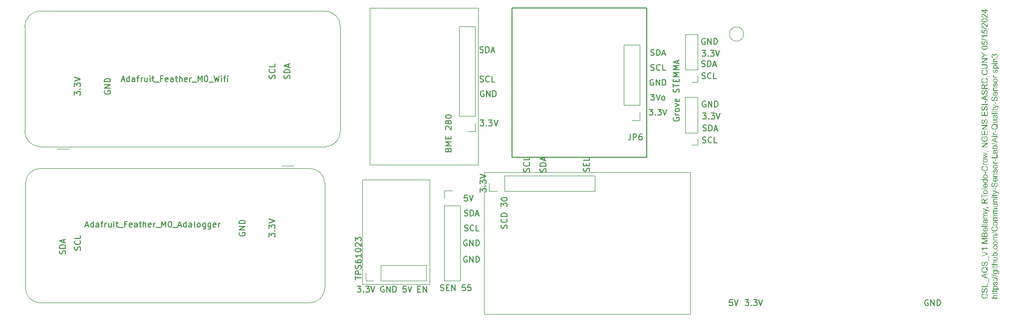
<source format=gbr>
%TF.GenerationSoftware,KiCad,Pcbnew,8.0.4*%
%TF.CreationDate,2024-10-10T15:19:09-04:00*%
%TF.ProjectId,CSL_AQS_V1,43534c5f-4151-4535-9f56-312e6b696361,rev?*%
%TF.SameCoordinates,Original*%
%TF.FileFunction,Legend,Top*%
%TF.FilePolarity,Positive*%
%FSLAX46Y46*%
G04 Gerber Fmt 4.6, Leading zero omitted, Abs format (unit mm)*
G04 Created by KiCad (PCBNEW 8.0.4) date 2024-10-10 15:19:09*
%MOMM*%
%LPD*%
G01*
G04 APERTURE LIST*
%ADD10C,0.100000*%
%ADD11C,0.200000*%
%ADD12C,0.150000*%
%ADD13C,0.088900*%
%ADD14C,0.120000*%
G04 APERTURE END LIST*
D10*
X109220000Y-95885000D02*
X120650000Y-95885000D01*
X120650000Y-113665000D01*
X109220000Y-113665000D01*
X109220000Y-95885000D01*
X129917500Y-94615000D02*
X164842500Y-94615000D01*
X164842500Y-118745000D01*
X129917500Y-118745000D01*
X129917500Y-94615000D01*
X110490000Y-66675000D02*
X128905000Y-66675000D01*
X128905000Y-93345000D01*
X110490000Y-93345000D01*
X110490000Y-66675000D01*
D11*
X134620000Y-66675000D02*
X157480000Y-66675000D01*
X157480000Y-92075000D01*
X134620000Y-92075000D01*
X134620000Y-66675000D01*
D12*
X158194524Y-77242200D02*
X158337381Y-77289819D01*
X158337381Y-77289819D02*
X158575476Y-77289819D01*
X158575476Y-77289819D02*
X158670714Y-77242200D01*
X158670714Y-77242200D02*
X158718333Y-77194580D01*
X158718333Y-77194580D02*
X158765952Y-77099342D01*
X158765952Y-77099342D02*
X158765952Y-77004104D01*
X158765952Y-77004104D02*
X158718333Y-76908866D01*
X158718333Y-76908866D02*
X158670714Y-76861247D01*
X158670714Y-76861247D02*
X158575476Y-76813628D01*
X158575476Y-76813628D02*
X158385000Y-76766009D01*
X158385000Y-76766009D02*
X158289762Y-76718390D01*
X158289762Y-76718390D02*
X158242143Y-76670771D01*
X158242143Y-76670771D02*
X158194524Y-76575533D01*
X158194524Y-76575533D02*
X158194524Y-76480295D01*
X158194524Y-76480295D02*
X158242143Y-76385057D01*
X158242143Y-76385057D02*
X158289762Y-76337438D01*
X158289762Y-76337438D02*
X158385000Y-76289819D01*
X158385000Y-76289819D02*
X158623095Y-76289819D01*
X158623095Y-76289819D02*
X158765952Y-76337438D01*
X159765952Y-77194580D02*
X159718333Y-77242200D01*
X159718333Y-77242200D02*
X159575476Y-77289819D01*
X159575476Y-77289819D02*
X159480238Y-77289819D01*
X159480238Y-77289819D02*
X159337381Y-77242200D01*
X159337381Y-77242200D02*
X159242143Y-77146961D01*
X159242143Y-77146961D02*
X159194524Y-77051723D01*
X159194524Y-77051723D02*
X159146905Y-76861247D01*
X159146905Y-76861247D02*
X159146905Y-76718390D01*
X159146905Y-76718390D02*
X159194524Y-76527914D01*
X159194524Y-76527914D02*
X159242143Y-76432676D01*
X159242143Y-76432676D02*
X159337381Y-76337438D01*
X159337381Y-76337438D02*
X159480238Y-76289819D01*
X159480238Y-76289819D02*
X159575476Y-76289819D01*
X159575476Y-76289819D02*
X159718333Y-76337438D01*
X159718333Y-76337438D02*
X159765952Y-76385057D01*
X160670714Y-77289819D02*
X160194524Y-77289819D01*
X160194524Y-77289819D02*
X160194524Y-76289819D01*
X93434819Y-105616189D02*
X93434819Y-104997142D01*
X93434819Y-104997142D02*
X93815771Y-105330475D01*
X93815771Y-105330475D02*
X93815771Y-105187618D01*
X93815771Y-105187618D02*
X93863390Y-105092380D01*
X93863390Y-105092380D02*
X93911009Y-105044761D01*
X93911009Y-105044761D02*
X94006247Y-104997142D01*
X94006247Y-104997142D02*
X94244342Y-104997142D01*
X94244342Y-104997142D02*
X94339580Y-105044761D01*
X94339580Y-105044761D02*
X94387200Y-105092380D01*
X94387200Y-105092380D02*
X94434819Y-105187618D01*
X94434819Y-105187618D02*
X94434819Y-105473332D01*
X94434819Y-105473332D02*
X94387200Y-105568570D01*
X94387200Y-105568570D02*
X94339580Y-105616189D01*
X94339580Y-104568570D02*
X94387200Y-104520951D01*
X94387200Y-104520951D02*
X94434819Y-104568570D01*
X94434819Y-104568570D02*
X94387200Y-104616189D01*
X94387200Y-104616189D02*
X94339580Y-104568570D01*
X94339580Y-104568570D02*
X94434819Y-104568570D01*
X93434819Y-104187618D02*
X93434819Y-103568571D01*
X93434819Y-103568571D02*
X93815771Y-103901904D01*
X93815771Y-103901904D02*
X93815771Y-103759047D01*
X93815771Y-103759047D02*
X93863390Y-103663809D01*
X93863390Y-103663809D02*
X93911009Y-103616190D01*
X93911009Y-103616190D02*
X94006247Y-103568571D01*
X94006247Y-103568571D02*
X94244342Y-103568571D01*
X94244342Y-103568571D02*
X94339580Y-103616190D01*
X94339580Y-103616190D02*
X94387200Y-103663809D01*
X94387200Y-103663809D02*
X94434819Y-103759047D01*
X94434819Y-103759047D02*
X94434819Y-104044761D01*
X94434819Y-104044761D02*
X94387200Y-104139999D01*
X94387200Y-104139999D02*
X94339580Y-104187618D01*
X93434819Y-103282856D02*
X94434819Y-102949523D01*
X94434819Y-102949523D02*
X93434819Y-102616190D01*
X60414819Y-81486189D02*
X60414819Y-80867142D01*
X60414819Y-80867142D02*
X60795771Y-81200475D01*
X60795771Y-81200475D02*
X60795771Y-81057618D01*
X60795771Y-81057618D02*
X60843390Y-80962380D01*
X60843390Y-80962380D02*
X60891009Y-80914761D01*
X60891009Y-80914761D02*
X60986247Y-80867142D01*
X60986247Y-80867142D02*
X61224342Y-80867142D01*
X61224342Y-80867142D02*
X61319580Y-80914761D01*
X61319580Y-80914761D02*
X61367200Y-80962380D01*
X61367200Y-80962380D02*
X61414819Y-81057618D01*
X61414819Y-81057618D02*
X61414819Y-81343332D01*
X61414819Y-81343332D02*
X61367200Y-81438570D01*
X61367200Y-81438570D02*
X61319580Y-81486189D01*
X61319580Y-80438570D02*
X61367200Y-80390951D01*
X61367200Y-80390951D02*
X61414819Y-80438570D01*
X61414819Y-80438570D02*
X61367200Y-80486189D01*
X61367200Y-80486189D02*
X61319580Y-80438570D01*
X61319580Y-80438570D02*
X61414819Y-80438570D01*
X60414819Y-80057618D02*
X60414819Y-79438571D01*
X60414819Y-79438571D02*
X60795771Y-79771904D01*
X60795771Y-79771904D02*
X60795771Y-79629047D01*
X60795771Y-79629047D02*
X60843390Y-79533809D01*
X60843390Y-79533809D02*
X60891009Y-79486190D01*
X60891009Y-79486190D02*
X60986247Y-79438571D01*
X60986247Y-79438571D02*
X61224342Y-79438571D01*
X61224342Y-79438571D02*
X61319580Y-79486190D01*
X61319580Y-79486190D02*
X61367200Y-79533809D01*
X61367200Y-79533809D02*
X61414819Y-79629047D01*
X61414819Y-79629047D02*
X61414819Y-79914761D01*
X61414819Y-79914761D02*
X61367200Y-80009999D01*
X61367200Y-80009999D02*
X61319580Y-80057618D01*
X60414819Y-79152856D02*
X61414819Y-78819523D01*
X61414819Y-78819523D02*
X60414819Y-78486190D01*
X166863810Y-73892819D02*
X167482857Y-73892819D01*
X167482857Y-73892819D02*
X167149524Y-74273771D01*
X167149524Y-74273771D02*
X167292381Y-74273771D01*
X167292381Y-74273771D02*
X167387619Y-74321390D01*
X167387619Y-74321390D02*
X167435238Y-74369009D01*
X167435238Y-74369009D02*
X167482857Y-74464247D01*
X167482857Y-74464247D02*
X167482857Y-74702342D01*
X167482857Y-74702342D02*
X167435238Y-74797580D01*
X167435238Y-74797580D02*
X167387619Y-74845200D01*
X167387619Y-74845200D02*
X167292381Y-74892819D01*
X167292381Y-74892819D02*
X167006667Y-74892819D01*
X167006667Y-74892819D02*
X166911429Y-74845200D01*
X166911429Y-74845200D02*
X166863810Y-74797580D01*
X167911429Y-74797580D02*
X167959048Y-74845200D01*
X167959048Y-74845200D02*
X167911429Y-74892819D01*
X167911429Y-74892819D02*
X167863810Y-74845200D01*
X167863810Y-74845200D02*
X167911429Y-74797580D01*
X167911429Y-74797580D02*
X167911429Y-74892819D01*
X168292381Y-73892819D02*
X168911428Y-73892819D01*
X168911428Y-73892819D02*
X168578095Y-74273771D01*
X168578095Y-74273771D02*
X168720952Y-74273771D01*
X168720952Y-74273771D02*
X168816190Y-74321390D01*
X168816190Y-74321390D02*
X168863809Y-74369009D01*
X168863809Y-74369009D02*
X168911428Y-74464247D01*
X168911428Y-74464247D02*
X168911428Y-74702342D01*
X168911428Y-74702342D02*
X168863809Y-74797580D01*
X168863809Y-74797580D02*
X168816190Y-74845200D01*
X168816190Y-74845200D02*
X168720952Y-74892819D01*
X168720952Y-74892819D02*
X168435238Y-74892819D01*
X168435238Y-74892819D02*
X168340000Y-74845200D01*
X168340000Y-74845200D02*
X168292381Y-74797580D01*
X169197143Y-73892819D02*
X169530476Y-74892819D01*
X169530476Y-74892819D02*
X169863809Y-73892819D01*
X129185714Y-74207200D02*
X129328571Y-74254819D01*
X129328571Y-74254819D02*
X129566666Y-74254819D01*
X129566666Y-74254819D02*
X129661904Y-74207200D01*
X129661904Y-74207200D02*
X129709523Y-74159580D01*
X129709523Y-74159580D02*
X129757142Y-74064342D01*
X129757142Y-74064342D02*
X129757142Y-73969104D01*
X129757142Y-73969104D02*
X129709523Y-73873866D01*
X129709523Y-73873866D02*
X129661904Y-73826247D01*
X129661904Y-73826247D02*
X129566666Y-73778628D01*
X129566666Y-73778628D02*
X129376190Y-73731009D01*
X129376190Y-73731009D02*
X129280952Y-73683390D01*
X129280952Y-73683390D02*
X129233333Y-73635771D01*
X129233333Y-73635771D02*
X129185714Y-73540533D01*
X129185714Y-73540533D02*
X129185714Y-73445295D01*
X129185714Y-73445295D02*
X129233333Y-73350057D01*
X129233333Y-73350057D02*
X129280952Y-73302438D01*
X129280952Y-73302438D02*
X129376190Y-73254819D01*
X129376190Y-73254819D02*
X129614285Y-73254819D01*
X129614285Y-73254819D02*
X129757142Y-73302438D01*
X130185714Y-74254819D02*
X130185714Y-73254819D01*
X130185714Y-73254819D02*
X130423809Y-73254819D01*
X130423809Y-73254819D02*
X130566666Y-73302438D01*
X130566666Y-73302438D02*
X130661904Y-73397676D01*
X130661904Y-73397676D02*
X130709523Y-73492914D01*
X130709523Y-73492914D02*
X130757142Y-73683390D01*
X130757142Y-73683390D02*
X130757142Y-73826247D01*
X130757142Y-73826247D02*
X130709523Y-74016723D01*
X130709523Y-74016723D02*
X130661904Y-74111961D01*
X130661904Y-74111961D02*
X130566666Y-74207200D01*
X130566666Y-74207200D02*
X130423809Y-74254819D01*
X130423809Y-74254819D02*
X130185714Y-74254819D01*
X131138095Y-73969104D02*
X131614285Y-73969104D01*
X131042857Y-74254819D02*
X131376190Y-73254819D01*
X131376190Y-73254819D02*
X131709523Y-74254819D01*
X167378095Y-71918438D02*
X167282857Y-71870819D01*
X167282857Y-71870819D02*
X167140000Y-71870819D01*
X167140000Y-71870819D02*
X166997143Y-71918438D01*
X166997143Y-71918438D02*
X166901905Y-72013676D01*
X166901905Y-72013676D02*
X166854286Y-72108914D01*
X166854286Y-72108914D02*
X166806667Y-72299390D01*
X166806667Y-72299390D02*
X166806667Y-72442247D01*
X166806667Y-72442247D02*
X166854286Y-72632723D01*
X166854286Y-72632723D02*
X166901905Y-72727961D01*
X166901905Y-72727961D02*
X166997143Y-72823200D01*
X166997143Y-72823200D02*
X167140000Y-72870819D01*
X167140000Y-72870819D02*
X167235238Y-72870819D01*
X167235238Y-72870819D02*
X167378095Y-72823200D01*
X167378095Y-72823200D02*
X167425714Y-72775580D01*
X167425714Y-72775580D02*
X167425714Y-72442247D01*
X167425714Y-72442247D02*
X167235238Y-72442247D01*
X167854286Y-72870819D02*
X167854286Y-71870819D01*
X167854286Y-71870819D02*
X168425714Y-72870819D01*
X168425714Y-72870819D02*
X168425714Y-71870819D01*
X168901905Y-72870819D02*
X168901905Y-71870819D01*
X168901905Y-71870819D02*
X169140000Y-71870819D01*
X169140000Y-71870819D02*
X169282857Y-71918438D01*
X169282857Y-71918438D02*
X169378095Y-72013676D01*
X169378095Y-72013676D02*
X169425714Y-72108914D01*
X169425714Y-72108914D02*
X169473333Y-72299390D01*
X169473333Y-72299390D02*
X169473333Y-72442247D01*
X169473333Y-72442247D02*
X169425714Y-72632723D01*
X169425714Y-72632723D02*
X169378095Y-72727961D01*
X169378095Y-72727961D02*
X169282857Y-72823200D01*
X169282857Y-72823200D02*
X169140000Y-72870819D01*
X169140000Y-72870819D02*
X168901905Y-72870819D01*
X158170714Y-81369819D02*
X158789761Y-81369819D01*
X158789761Y-81369819D02*
X158456428Y-81750771D01*
X158456428Y-81750771D02*
X158599285Y-81750771D01*
X158599285Y-81750771D02*
X158694523Y-81798390D01*
X158694523Y-81798390D02*
X158742142Y-81846009D01*
X158742142Y-81846009D02*
X158789761Y-81941247D01*
X158789761Y-81941247D02*
X158789761Y-82179342D01*
X158789761Y-82179342D02*
X158742142Y-82274580D01*
X158742142Y-82274580D02*
X158694523Y-82322200D01*
X158694523Y-82322200D02*
X158599285Y-82369819D01*
X158599285Y-82369819D02*
X158313571Y-82369819D01*
X158313571Y-82369819D02*
X158218333Y-82322200D01*
X158218333Y-82322200D02*
X158170714Y-82274580D01*
X159075476Y-81369819D02*
X159408809Y-82369819D01*
X159408809Y-82369819D02*
X159742142Y-81369819D01*
X160218333Y-82369819D02*
X160123095Y-82322200D01*
X160123095Y-82322200D02*
X160075476Y-82274580D01*
X160075476Y-82274580D02*
X160027857Y-82179342D01*
X160027857Y-82179342D02*
X160027857Y-81893628D01*
X160027857Y-81893628D02*
X160075476Y-81798390D01*
X160075476Y-81798390D02*
X160123095Y-81750771D01*
X160123095Y-81750771D02*
X160218333Y-81703152D01*
X160218333Y-81703152D02*
X160361190Y-81703152D01*
X160361190Y-81703152D02*
X160456428Y-81750771D01*
X160456428Y-81750771D02*
X160504047Y-81798390D01*
X160504047Y-81798390D02*
X160551666Y-81893628D01*
X160551666Y-81893628D02*
X160551666Y-82179342D01*
X160551666Y-82179342D02*
X160504047Y-82274580D01*
X160504047Y-82274580D02*
X160456428Y-82322200D01*
X160456428Y-82322200D02*
X160361190Y-82369819D01*
X160361190Y-82369819D02*
X160218333Y-82369819D01*
X118641905Y-114485009D02*
X118975238Y-114485009D01*
X119118095Y-115008819D02*
X118641905Y-115008819D01*
X118641905Y-115008819D02*
X118641905Y-114008819D01*
X118641905Y-114008819D02*
X119118095Y-114008819D01*
X119546667Y-115008819D02*
X119546667Y-114008819D01*
X119546667Y-114008819D02*
X120118095Y-115008819D01*
X120118095Y-115008819D02*
X120118095Y-114008819D01*
X58827200Y-108529285D02*
X58874819Y-108386428D01*
X58874819Y-108386428D02*
X58874819Y-108148333D01*
X58874819Y-108148333D02*
X58827200Y-108053095D01*
X58827200Y-108053095D02*
X58779580Y-108005476D01*
X58779580Y-108005476D02*
X58684342Y-107957857D01*
X58684342Y-107957857D02*
X58589104Y-107957857D01*
X58589104Y-107957857D02*
X58493866Y-108005476D01*
X58493866Y-108005476D02*
X58446247Y-108053095D01*
X58446247Y-108053095D02*
X58398628Y-108148333D01*
X58398628Y-108148333D02*
X58351009Y-108338809D01*
X58351009Y-108338809D02*
X58303390Y-108434047D01*
X58303390Y-108434047D02*
X58255771Y-108481666D01*
X58255771Y-108481666D02*
X58160533Y-108529285D01*
X58160533Y-108529285D02*
X58065295Y-108529285D01*
X58065295Y-108529285D02*
X57970057Y-108481666D01*
X57970057Y-108481666D02*
X57922438Y-108434047D01*
X57922438Y-108434047D02*
X57874819Y-108338809D01*
X57874819Y-108338809D02*
X57874819Y-108100714D01*
X57874819Y-108100714D02*
X57922438Y-107957857D01*
X58874819Y-107529285D02*
X57874819Y-107529285D01*
X57874819Y-107529285D02*
X57874819Y-107291190D01*
X57874819Y-107291190D02*
X57922438Y-107148333D01*
X57922438Y-107148333D02*
X58017676Y-107053095D01*
X58017676Y-107053095D02*
X58112914Y-107005476D01*
X58112914Y-107005476D02*
X58303390Y-106957857D01*
X58303390Y-106957857D02*
X58446247Y-106957857D01*
X58446247Y-106957857D02*
X58636723Y-107005476D01*
X58636723Y-107005476D02*
X58731961Y-107053095D01*
X58731961Y-107053095D02*
X58827200Y-107148333D01*
X58827200Y-107148333D02*
X58874819Y-107291190D01*
X58874819Y-107291190D02*
X58874819Y-107529285D01*
X58589104Y-106576904D02*
X58589104Y-106100714D01*
X58874819Y-106672142D02*
X57874819Y-106338809D01*
X57874819Y-106338809D02*
X58874819Y-106005476D01*
X166963810Y-84570819D02*
X167582857Y-84570819D01*
X167582857Y-84570819D02*
X167249524Y-84951771D01*
X167249524Y-84951771D02*
X167392381Y-84951771D01*
X167392381Y-84951771D02*
X167487619Y-84999390D01*
X167487619Y-84999390D02*
X167535238Y-85047009D01*
X167535238Y-85047009D02*
X167582857Y-85142247D01*
X167582857Y-85142247D02*
X167582857Y-85380342D01*
X167582857Y-85380342D02*
X167535238Y-85475580D01*
X167535238Y-85475580D02*
X167487619Y-85523200D01*
X167487619Y-85523200D02*
X167392381Y-85570819D01*
X167392381Y-85570819D02*
X167106667Y-85570819D01*
X167106667Y-85570819D02*
X167011429Y-85523200D01*
X167011429Y-85523200D02*
X166963810Y-85475580D01*
X168011429Y-85475580D02*
X168059048Y-85523200D01*
X168059048Y-85523200D02*
X168011429Y-85570819D01*
X168011429Y-85570819D02*
X167963810Y-85523200D01*
X167963810Y-85523200D02*
X168011429Y-85475580D01*
X168011429Y-85475580D02*
X168011429Y-85570819D01*
X168392381Y-84570819D02*
X169011428Y-84570819D01*
X169011428Y-84570819D02*
X168678095Y-84951771D01*
X168678095Y-84951771D02*
X168820952Y-84951771D01*
X168820952Y-84951771D02*
X168916190Y-84999390D01*
X168916190Y-84999390D02*
X168963809Y-85047009D01*
X168963809Y-85047009D02*
X169011428Y-85142247D01*
X169011428Y-85142247D02*
X169011428Y-85380342D01*
X169011428Y-85380342D02*
X168963809Y-85475580D01*
X168963809Y-85475580D02*
X168916190Y-85523200D01*
X168916190Y-85523200D02*
X168820952Y-85570819D01*
X168820952Y-85570819D02*
X168535238Y-85570819D01*
X168535238Y-85570819D02*
X168440000Y-85523200D01*
X168440000Y-85523200D02*
X168392381Y-85475580D01*
X169297143Y-84570819D02*
X169630476Y-85570819D01*
X169630476Y-85570819D02*
X169963809Y-84570819D01*
X129248819Y-97996189D02*
X129248819Y-97377142D01*
X129248819Y-97377142D02*
X129629771Y-97710475D01*
X129629771Y-97710475D02*
X129629771Y-97567618D01*
X129629771Y-97567618D02*
X129677390Y-97472380D01*
X129677390Y-97472380D02*
X129725009Y-97424761D01*
X129725009Y-97424761D02*
X129820247Y-97377142D01*
X129820247Y-97377142D02*
X130058342Y-97377142D01*
X130058342Y-97377142D02*
X130153580Y-97424761D01*
X130153580Y-97424761D02*
X130201200Y-97472380D01*
X130201200Y-97472380D02*
X130248819Y-97567618D01*
X130248819Y-97567618D02*
X130248819Y-97853332D01*
X130248819Y-97853332D02*
X130201200Y-97948570D01*
X130201200Y-97948570D02*
X130153580Y-97996189D01*
X130153580Y-96948570D02*
X130201200Y-96900951D01*
X130201200Y-96900951D02*
X130248819Y-96948570D01*
X130248819Y-96948570D02*
X130201200Y-96996189D01*
X130201200Y-96996189D02*
X130153580Y-96948570D01*
X130153580Y-96948570D02*
X130248819Y-96948570D01*
X129248819Y-96567618D02*
X129248819Y-95948571D01*
X129248819Y-95948571D02*
X129629771Y-96281904D01*
X129629771Y-96281904D02*
X129629771Y-96139047D01*
X129629771Y-96139047D02*
X129677390Y-96043809D01*
X129677390Y-96043809D02*
X129725009Y-95996190D01*
X129725009Y-95996190D02*
X129820247Y-95948571D01*
X129820247Y-95948571D02*
X130058342Y-95948571D01*
X130058342Y-95948571D02*
X130153580Y-95996190D01*
X130153580Y-95996190D02*
X130201200Y-96043809D01*
X130201200Y-96043809D02*
X130248819Y-96139047D01*
X130248819Y-96139047D02*
X130248819Y-96424761D01*
X130248819Y-96424761D02*
X130201200Y-96519999D01*
X130201200Y-96519999D02*
X130153580Y-96567618D01*
X129248819Y-95662856D02*
X130248819Y-95329523D01*
X130248819Y-95329523D02*
X129248819Y-94996190D01*
X96927200Y-78684285D02*
X96974819Y-78541428D01*
X96974819Y-78541428D02*
X96974819Y-78303333D01*
X96974819Y-78303333D02*
X96927200Y-78208095D01*
X96927200Y-78208095D02*
X96879580Y-78160476D01*
X96879580Y-78160476D02*
X96784342Y-78112857D01*
X96784342Y-78112857D02*
X96689104Y-78112857D01*
X96689104Y-78112857D02*
X96593866Y-78160476D01*
X96593866Y-78160476D02*
X96546247Y-78208095D01*
X96546247Y-78208095D02*
X96498628Y-78303333D01*
X96498628Y-78303333D02*
X96451009Y-78493809D01*
X96451009Y-78493809D02*
X96403390Y-78589047D01*
X96403390Y-78589047D02*
X96355771Y-78636666D01*
X96355771Y-78636666D02*
X96260533Y-78684285D01*
X96260533Y-78684285D02*
X96165295Y-78684285D01*
X96165295Y-78684285D02*
X96070057Y-78636666D01*
X96070057Y-78636666D02*
X96022438Y-78589047D01*
X96022438Y-78589047D02*
X95974819Y-78493809D01*
X95974819Y-78493809D02*
X95974819Y-78255714D01*
X95974819Y-78255714D02*
X96022438Y-78112857D01*
X96974819Y-77684285D02*
X95974819Y-77684285D01*
X95974819Y-77684285D02*
X95974819Y-77446190D01*
X95974819Y-77446190D02*
X96022438Y-77303333D01*
X96022438Y-77303333D02*
X96117676Y-77208095D01*
X96117676Y-77208095D02*
X96212914Y-77160476D01*
X96212914Y-77160476D02*
X96403390Y-77112857D01*
X96403390Y-77112857D02*
X96546247Y-77112857D01*
X96546247Y-77112857D02*
X96736723Y-77160476D01*
X96736723Y-77160476D02*
X96831961Y-77208095D01*
X96831961Y-77208095D02*
X96927200Y-77303333D01*
X96927200Y-77303333D02*
X96974819Y-77446190D01*
X96974819Y-77446190D02*
X96974819Y-77684285D01*
X96689104Y-76731904D02*
X96689104Y-76255714D01*
X96974819Y-76827142D02*
X95974819Y-76493809D01*
X95974819Y-76493809D02*
X96974819Y-76160476D01*
X94387200Y-78660475D02*
X94434819Y-78517618D01*
X94434819Y-78517618D02*
X94434819Y-78279523D01*
X94434819Y-78279523D02*
X94387200Y-78184285D01*
X94387200Y-78184285D02*
X94339580Y-78136666D01*
X94339580Y-78136666D02*
X94244342Y-78089047D01*
X94244342Y-78089047D02*
X94149104Y-78089047D01*
X94149104Y-78089047D02*
X94053866Y-78136666D01*
X94053866Y-78136666D02*
X94006247Y-78184285D01*
X94006247Y-78184285D02*
X93958628Y-78279523D01*
X93958628Y-78279523D02*
X93911009Y-78469999D01*
X93911009Y-78469999D02*
X93863390Y-78565237D01*
X93863390Y-78565237D02*
X93815771Y-78612856D01*
X93815771Y-78612856D02*
X93720533Y-78660475D01*
X93720533Y-78660475D02*
X93625295Y-78660475D01*
X93625295Y-78660475D02*
X93530057Y-78612856D01*
X93530057Y-78612856D02*
X93482438Y-78565237D01*
X93482438Y-78565237D02*
X93434819Y-78469999D01*
X93434819Y-78469999D02*
X93434819Y-78231904D01*
X93434819Y-78231904D02*
X93482438Y-78089047D01*
X94339580Y-77089047D02*
X94387200Y-77136666D01*
X94387200Y-77136666D02*
X94434819Y-77279523D01*
X94434819Y-77279523D02*
X94434819Y-77374761D01*
X94434819Y-77374761D02*
X94387200Y-77517618D01*
X94387200Y-77517618D02*
X94291961Y-77612856D01*
X94291961Y-77612856D02*
X94196723Y-77660475D01*
X94196723Y-77660475D02*
X94006247Y-77708094D01*
X94006247Y-77708094D02*
X93863390Y-77708094D01*
X93863390Y-77708094D02*
X93672914Y-77660475D01*
X93672914Y-77660475D02*
X93577676Y-77612856D01*
X93577676Y-77612856D02*
X93482438Y-77517618D01*
X93482438Y-77517618D02*
X93434819Y-77374761D01*
X93434819Y-77374761D02*
X93434819Y-77279523D01*
X93434819Y-77279523D02*
X93482438Y-77136666D01*
X93482438Y-77136666D02*
X93530057Y-77089047D01*
X94434819Y-76184285D02*
X94434819Y-76660475D01*
X94434819Y-76660475D02*
X93434819Y-76660475D01*
X61367200Y-107870475D02*
X61414819Y-107727618D01*
X61414819Y-107727618D02*
X61414819Y-107489523D01*
X61414819Y-107489523D02*
X61367200Y-107394285D01*
X61367200Y-107394285D02*
X61319580Y-107346666D01*
X61319580Y-107346666D02*
X61224342Y-107299047D01*
X61224342Y-107299047D02*
X61129104Y-107299047D01*
X61129104Y-107299047D02*
X61033866Y-107346666D01*
X61033866Y-107346666D02*
X60986247Y-107394285D01*
X60986247Y-107394285D02*
X60938628Y-107489523D01*
X60938628Y-107489523D02*
X60891009Y-107679999D01*
X60891009Y-107679999D02*
X60843390Y-107775237D01*
X60843390Y-107775237D02*
X60795771Y-107822856D01*
X60795771Y-107822856D02*
X60700533Y-107870475D01*
X60700533Y-107870475D02*
X60605295Y-107870475D01*
X60605295Y-107870475D02*
X60510057Y-107822856D01*
X60510057Y-107822856D02*
X60462438Y-107775237D01*
X60462438Y-107775237D02*
X60414819Y-107679999D01*
X60414819Y-107679999D02*
X60414819Y-107441904D01*
X60414819Y-107441904D02*
X60462438Y-107299047D01*
X61319580Y-106299047D02*
X61367200Y-106346666D01*
X61367200Y-106346666D02*
X61414819Y-106489523D01*
X61414819Y-106489523D02*
X61414819Y-106584761D01*
X61414819Y-106584761D02*
X61367200Y-106727618D01*
X61367200Y-106727618D02*
X61271961Y-106822856D01*
X61271961Y-106822856D02*
X61176723Y-106870475D01*
X61176723Y-106870475D02*
X60986247Y-106918094D01*
X60986247Y-106918094D02*
X60843390Y-106918094D01*
X60843390Y-106918094D02*
X60652914Y-106870475D01*
X60652914Y-106870475D02*
X60557676Y-106822856D01*
X60557676Y-106822856D02*
X60462438Y-106727618D01*
X60462438Y-106727618D02*
X60414819Y-106584761D01*
X60414819Y-106584761D02*
X60414819Y-106489523D01*
X60414819Y-106489523D02*
X60462438Y-106346666D01*
X60462438Y-106346666D02*
X60510057Y-106299047D01*
X61414819Y-105394285D02*
X61414819Y-105870475D01*
X61414819Y-105870475D02*
X60414819Y-105870475D01*
D13*
G36*
X214960474Y-115377993D02*
G01*
X214994180Y-115244637D01*
X215044302Y-115259399D01*
X215090560Y-115277428D01*
X215140969Y-115303377D01*
X215185815Y-115334031D01*
X215225096Y-115369391D01*
X215248192Y-115395579D01*
X215277908Y-115438045D01*
X215301475Y-115483930D01*
X215318895Y-115533231D01*
X215330166Y-115585951D01*
X215335289Y-115642087D01*
X215335631Y-115661559D01*
X215334003Y-115710984D01*
X215327752Y-115766373D01*
X215316813Y-115817487D01*
X215301185Y-115864324D01*
X215277027Y-115913563D01*
X215268953Y-115926563D01*
X215236929Y-115968796D01*
X215199202Y-116006378D01*
X215155772Y-116039308D01*
X215106638Y-116067586D01*
X215076001Y-116081657D01*
X215027904Y-116099752D01*
X214978502Y-116114103D01*
X214927795Y-116124710D01*
X214875783Y-116131574D01*
X214822465Y-116134694D01*
X214804403Y-116134902D01*
X214746477Y-116132789D01*
X214691402Y-116126453D01*
X214639178Y-116115891D01*
X214589805Y-116101105D01*
X214543282Y-116082094D01*
X214528408Y-116074818D01*
X214479615Y-116046100D01*
X214436245Y-116012521D01*
X214398298Y-115974079D01*
X214365773Y-115930776D01*
X214349623Y-115903848D01*
X214325735Y-115854177D01*
X214307715Y-115802401D01*
X214295562Y-115748522D01*
X214289276Y-115692540D01*
X214288318Y-115659605D01*
X214291057Y-115604602D01*
X214299274Y-115552982D01*
X214312970Y-115504745D01*
X214335872Y-115452744D01*
X214366231Y-115405348D01*
X214403357Y-115363247D01*
X214446560Y-115327130D01*
X214488429Y-115300935D01*
X214534763Y-115279136D01*
X214585561Y-115261734D01*
X214616580Y-115393136D01*
X214570348Y-115409936D01*
X214524667Y-115432857D01*
X214482399Y-115463387D01*
X214452937Y-115494741D01*
X214425889Y-115539754D01*
X214408859Y-115591446D01*
X214402097Y-115643679D01*
X214401646Y-115662292D01*
X214404334Y-115711237D01*
X214413990Y-115762738D01*
X214430667Y-115809507D01*
X214457822Y-115856465D01*
X214492454Y-115896640D01*
X214533153Y-115929512D01*
X214579918Y-115955081D01*
X214608520Y-115966130D01*
X214656163Y-115979914D01*
X214704569Y-115989760D01*
X214753738Y-115995668D01*
X214803670Y-115997637D01*
X214858833Y-115995849D01*
X214910840Y-115990485D01*
X214959692Y-115981544D01*
X215011658Y-115966946D01*
X215030083Y-115960268D01*
X215075283Y-115938882D01*
X215118871Y-115908654D01*
X215154770Y-115871897D01*
X215174431Y-115843764D01*
X215197572Y-115798227D01*
X215213139Y-115750642D01*
X215221134Y-115701009D01*
X215222302Y-115672550D01*
X215218181Y-115618756D01*
X215205816Y-115569235D01*
X215185208Y-115523989D01*
X215156357Y-115483018D01*
X215119385Y-115447328D01*
X215074413Y-115417927D01*
X215028502Y-115397360D01*
X214976466Y-115381609D01*
X214960474Y-115377993D01*
G37*
G36*
X214987341Y-115131552D02*
G01*
X214976106Y-115006011D01*
X215026995Y-114997028D01*
X215074874Y-114980908D01*
X215105554Y-114964490D01*
X215143448Y-114931973D01*
X215172775Y-114891438D01*
X215187376Y-114863129D01*
X215205036Y-114813785D01*
X215214729Y-114765471D01*
X215218364Y-114713865D01*
X215218394Y-114708524D01*
X215215710Y-114658240D01*
X215206660Y-114608192D01*
X215195680Y-114573946D01*
X215172365Y-114528452D01*
X215137820Y-114490655D01*
X215132909Y-114486995D01*
X215088351Y-114464698D01*
X215045715Y-114458419D01*
X214995921Y-114467152D01*
X214962428Y-114486018D01*
X214929455Y-114522349D01*
X214905413Y-114568865D01*
X214902344Y-114576632D01*
X214886543Y-114625779D01*
X214872203Y-114678789D01*
X214859127Y-114730758D01*
X214853007Y-114755907D01*
X214840505Y-114805011D01*
X214826266Y-114854919D01*
X214810452Y-114902226D01*
X214789504Y-114950324D01*
X214761005Y-114995530D01*
X214728235Y-115032079D01*
X214694738Y-115057791D01*
X214650499Y-115079372D01*
X214602414Y-115090993D01*
X214568220Y-115093206D01*
X214516538Y-115088098D01*
X214467281Y-115072773D01*
X214424605Y-115049975D01*
X214385927Y-115018939D01*
X214353546Y-114980175D01*
X214327461Y-114933683D01*
X214323000Y-114923457D01*
X214306235Y-114875258D01*
X214294956Y-114824084D01*
X214289164Y-114769934D01*
X214288318Y-114738565D01*
X214290592Y-114684282D01*
X214297416Y-114633297D01*
X214308788Y-114585608D01*
X214324710Y-114541217D01*
X214347767Y-114496262D01*
X214379776Y-114453653D01*
X214418512Y-114418772D01*
X214431444Y-114409815D01*
X214477373Y-114385137D01*
X214526928Y-114368808D01*
X214580108Y-114360828D01*
X214591179Y-114360233D01*
X214600949Y-114487972D01*
X214550292Y-114497645D01*
X214502798Y-114517547D01*
X214461244Y-114550569D01*
X214454891Y-114557826D01*
X214428874Y-114600454D01*
X214413697Y-114648281D01*
X214406759Y-114698321D01*
X214405554Y-114733192D01*
X214407693Y-114782954D01*
X214415375Y-114832153D01*
X214432835Y-114882147D01*
X214450251Y-114909535D01*
X214486200Y-114943172D01*
X214534740Y-114962794D01*
X214557718Y-114964734D01*
X214607543Y-114954904D01*
X214647599Y-114925411D01*
X214674252Y-114879204D01*
X214692326Y-114829012D01*
X214706042Y-114781190D01*
X214719895Y-114724644D01*
X214731199Y-114676373D01*
X214744182Y-114625014D01*
X214758526Y-114574145D01*
X214775697Y-114523065D01*
X214784619Y-114501650D01*
X214809282Y-114455842D01*
X214840719Y-114413510D01*
X214880203Y-114377358D01*
X214887934Y-114371957D01*
X214933172Y-114348039D01*
X214982912Y-114334050D01*
X215032037Y-114329947D01*
X215081659Y-114334455D01*
X215129467Y-114347979D01*
X215175463Y-114370519D01*
X215184445Y-114376109D01*
X215226071Y-114408743D01*
X215261496Y-114449248D01*
X215288076Y-114492433D01*
X215295819Y-114508244D01*
X215315064Y-114558442D01*
X215326883Y-114605917D01*
X215333726Y-114656078D01*
X215335631Y-114702173D01*
X215334197Y-114751910D01*
X215328899Y-114806008D01*
X215319698Y-114855875D01*
X215304402Y-114907685D01*
X215294842Y-114931517D01*
X215271899Y-114975191D01*
X215239993Y-115018375D01*
X215201634Y-115055262D01*
X215172477Y-115076353D01*
X215124752Y-115101950D01*
X215073627Y-115119664D01*
X215025328Y-115128793D01*
X214987341Y-115131552D01*
G37*
G36*
X215320000Y-114158733D02*
G01*
X214303949Y-114158733D01*
X214303949Y-114025376D01*
X215202763Y-114025376D01*
X215202763Y-113529563D01*
X215320000Y-113529563D01*
X215320000Y-114158733D01*
G37*
G36*
X215596971Y-113504406D02*
G01*
X215507578Y-113504406D01*
X215507578Y-112684972D01*
X215596971Y-112684972D01*
X215596971Y-113504406D01*
G37*
G36*
X215320000Y-111915851D02*
G01*
X215007369Y-112033332D01*
X215007369Y-112454406D01*
X215320000Y-112565048D01*
X215320000Y-112706465D01*
X214303949Y-112319829D01*
X214303949Y-112251196D01*
X214409706Y-112251196D01*
X214458097Y-112261729D01*
X214506304Y-112274277D01*
X214554329Y-112288840D01*
X214602170Y-112305418D01*
X214897948Y-112416060D01*
X214897948Y-112074609D01*
X214618778Y-112179633D01*
X214572656Y-112196809D01*
X214522885Y-112214656D01*
X214471327Y-112232161D01*
X214420112Y-112248169D01*
X214409706Y-112251196D01*
X214303949Y-112251196D01*
X214303949Y-112176214D01*
X215320000Y-111764176D01*
X215320000Y-111915851D01*
G37*
G36*
X215398157Y-110767909D02*
G01*
X215378542Y-110815330D01*
X215354533Y-110862704D01*
X215326129Y-110910032D01*
X215298286Y-110950561D01*
X215272616Y-110984309D01*
X215297170Y-111034371D01*
X215315693Y-111086677D01*
X215328185Y-111141227D01*
X215334093Y-111189770D01*
X215335631Y-111231482D01*
X215333304Y-111281880D01*
X215326323Y-111330492D01*
X215312297Y-111384949D01*
X215291935Y-111436975D01*
X215269441Y-111479633D01*
X215237817Y-111525810D01*
X215201073Y-111567102D01*
X215159211Y-111603508D01*
X215112229Y-111635029D01*
X215083084Y-111650847D01*
X215036948Y-111671266D01*
X214988665Y-111687461D01*
X214938236Y-111699431D01*
X214885659Y-111707176D01*
X214830937Y-111710696D01*
X214812219Y-111710931D01*
X214757018Y-111708810D01*
X214703706Y-111702447D01*
X214652283Y-111691843D01*
X214602750Y-111676997D01*
X214555105Y-111657908D01*
X214539644Y-111650603D01*
X214495634Y-111626094D01*
X214449499Y-111592963D01*
X214408974Y-111554948D01*
X214374058Y-111512047D01*
X214352554Y-111478412D01*
X214327524Y-111428316D01*
X214308642Y-111375696D01*
X214295908Y-111320552D01*
X214289886Y-111271276D01*
X214288318Y-111228796D01*
X214288351Y-111228063D01*
X214401646Y-111228063D01*
X214405270Y-111282231D01*
X214416141Y-111332809D01*
X214434259Y-111379798D01*
X214459624Y-111423198D01*
X214492236Y-111463008D01*
X214504717Y-111475481D01*
X214546849Y-111508849D01*
X214596125Y-111535313D01*
X214642645Y-111552093D01*
X214694127Y-111564078D01*
X214750570Y-111571270D01*
X214811974Y-111573667D01*
X214871697Y-111571293D01*
X214926912Y-111564174D01*
X214977618Y-111552307D01*
X215023817Y-111535695D01*
X215073305Y-111509494D01*
X215116301Y-111476458D01*
X215152325Y-111438107D01*
X215180896Y-111395961D01*
X215202013Y-111350019D01*
X215215677Y-111300283D01*
X215221888Y-111246750D01*
X215222302Y-111228063D01*
X215218490Y-111175707D01*
X215207052Y-111125618D01*
X215195191Y-111093485D01*
X215167829Y-111137280D01*
X215146527Y-111182691D01*
X215132421Y-111225376D01*
X215038632Y-111193136D01*
X215054600Y-111144545D01*
X215076628Y-111093792D01*
X215102685Y-111048138D01*
X215132773Y-111007582D01*
X215136817Y-111002871D01*
X215100346Y-110969027D01*
X215058555Y-110940918D01*
X215011445Y-110918546D01*
X214959016Y-110901911D01*
X214901269Y-110891012D01*
X214851241Y-110886423D01*
X214811486Y-110885390D01*
X214759008Y-110887377D01*
X214709498Y-110893338D01*
X214656551Y-110905016D01*
X214607481Y-110921884D01*
X214595819Y-110926912D01*
X214552253Y-110950084D01*
X214509444Y-110981919D01*
X214473204Y-111019859D01*
X214452693Y-111048545D01*
X214428017Y-111095035D01*
X214411417Y-111144655D01*
X214402893Y-111197405D01*
X214401646Y-111228063D01*
X214288351Y-111228063D01*
X214290662Y-111177468D01*
X214297694Y-111128080D01*
X214309415Y-111080633D01*
X214329015Y-111027731D01*
X214354996Y-110977470D01*
X214386716Y-110930982D01*
X214423531Y-110889614D01*
X214465442Y-110853365D01*
X214512449Y-110822234D01*
X214541598Y-110806744D01*
X214587559Y-110786740D01*
X214635684Y-110770875D01*
X214685974Y-110759148D01*
X214738427Y-110751560D01*
X214793044Y-110748111D01*
X214811730Y-110747882D01*
X214865237Y-110749693D01*
X214916336Y-110755128D01*
X214965027Y-110764185D01*
X215017726Y-110778974D01*
X215036678Y-110785739D01*
X215084885Y-110807065D01*
X215129856Y-110833183D01*
X215171591Y-110864095D01*
X215210090Y-110899801D01*
X215240163Y-110854310D01*
X215265900Y-110810652D01*
X215289672Y-110763726D01*
X215304368Y-110728831D01*
X215398157Y-110767909D01*
G37*
G36*
X214987341Y-110619898D02*
G01*
X214976106Y-110494357D01*
X215026995Y-110485374D01*
X215074874Y-110469254D01*
X215105554Y-110452836D01*
X215143448Y-110420319D01*
X215172775Y-110379784D01*
X215187376Y-110351475D01*
X215205036Y-110302131D01*
X215214729Y-110253817D01*
X215218364Y-110202211D01*
X215218394Y-110196870D01*
X215215710Y-110146586D01*
X215206660Y-110096538D01*
X215195680Y-110062292D01*
X215172365Y-110016798D01*
X215137820Y-109979001D01*
X215132909Y-109975341D01*
X215088351Y-109953044D01*
X215045715Y-109946765D01*
X214995921Y-109955498D01*
X214962428Y-109974364D01*
X214929455Y-110010696D01*
X214905413Y-110057211D01*
X214902344Y-110064979D01*
X214886543Y-110114125D01*
X214872203Y-110167135D01*
X214859127Y-110219104D01*
X214853007Y-110244253D01*
X214840505Y-110293357D01*
X214826266Y-110343266D01*
X214810452Y-110390572D01*
X214789504Y-110438670D01*
X214761005Y-110483877D01*
X214728235Y-110520425D01*
X214694738Y-110546137D01*
X214650499Y-110567718D01*
X214602414Y-110579339D01*
X214568220Y-110581552D01*
X214516538Y-110576444D01*
X214467281Y-110561119D01*
X214424605Y-110538321D01*
X214385927Y-110507285D01*
X214353546Y-110468521D01*
X214327461Y-110422029D01*
X214323000Y-110411803D01*
X214306235Y-110363604D01*
X214294956Y-110312430D01*
X214289164Y-110258280D01*
X214288318Y-110226912D01*
X214290592Y-110172629D01*
X214297416Y-110121643D01*
X214308788Y-110073954D01*
X214324710Y-110029563D01*
X214347767Y-109984608D01*
X214379776Y-109941999D01*
X214418512Y-109907118D01*
X214431444Y-109898161D01*
X214477373Y-109873484D01*
X214526928Y-109857155D01*
X214580108Y-109849174D01*
X214591179Y-109848579D01*
X214600949Y-109976318D01*
X214550292Y-109985991D01*
X214502798Y-110005893D01*
X214461244Y-110038915D01*
X214454891Y-110046172D01*
X214428874Y-110088800D01*
X214413697Y-110136628D01*
X214406759Y-110186667D01*
X214405554Y-110221538D01*
X214407693Y-110271300D01*
X214415375Y-110320500D01*
X214432835Y-110370493D01*
X214450251Y-110397882D01*
X214486200Y-110431518D01*
X214534740Y-110451140D01*
X214557718Y-110453080D01*
X214607543Y-110443250D01*
X214647599Y-110413757D01*
X214674252Y-110367550D01*
X214692326Y-110317358D01*
X214706042Y-110269536D01*
X214719895Y-110212990D01*
X214731199Y-110164720D01*
X214744182Y-110113360D01*
X214758526Y-110062491D01*
X214775697Y-110011411D01*
X214784619Y-109989996D01*
X214809282Y-109944188D01*
X214840719Y-109901856D01*
X214880203Y-109865704D01*
X214887934Y-109860303D01*
X214933172Y-109836385D01*
X214982912Y-109822396D01*
X215032037Y-109818293D01*
X215081659Y-109822801D01*
X215129467Y-109836325D01*
X215175463Y-109858865D01*
X215184445Y-109864455D01*
X215226071Y-109897089D01*
X215261496Y-109937594D01*
X215288076Y-109980779D01*
X215295819Y-109996591D01*
X215315064Y-110046788D01*
X215326883Y-110094263D01*
X215333726Y-110144424D01*
X215335631Y-110190519D01*
X215334197Y-110240256D01*
X215328899Y-110294354D01*
X215319698Y-110344221D01*
X215304402Y-110396031D01*
X215294842Y-110419863D01*
X215271899Y-110463537D01*
X215239993Y-110506722D01*
X215201634Y-110543608D01*
X215172477Y-110564699D01*
X215124752Y-110590296D01*
X215073627Y-110608011D01*
X215025328Y-110617139D01*
X214987341Y-110619898D01*
G37*
G36*
X215596971Y-109771399D02*
G01*
X215507578Y-109771399D01*
X215507578Y-108951964D01*
X215596971Y-108951964D01*
X215596971Y-109771399D01*
G37*
G36*
X215320000Y-108575097D02*
G01*
X214303949Y-108965397D01*
X214303949Y-108821050D01*
X215042784Y-108559221D01*
X215091904Y-108542310D01*
X215139246Y-108527021D01*
X215189765Y-108511938D01*
X215209357Y-108506465D01*
X215157303Y-108491095D01*
X215110454Y-108476038D01*
X215063606Y-108459822D01*
X215042784Y-108452243D01*
X214303949Y-108180157D01*
X214303949Y-108044113D01*
X215320000Y-108438321D01*
X215320000Y-108575097D01*
G37*
G36*
X215320000Y-107514351D02*
G01*
X215320000Y-107637937D01*
X214528164Y-107637937D01*
X214560587Y-107675375D01*
X214590309Y-107716573D01*
X214614626Y-107755174D01*
X214639394Y-107799057D01*
X214661790Y-107843966D01*
X214679106Y-107885355D01*
X214554054Y-107885355D01*
X214531926Y-107841192D01*
X214504262Y-107793782D01*
X214474064Y-107749639D01*
X214441331Y-107708763D01*
X214437062Y-107703883D01*
X214403005Y-107667888D01*
X214365312Y-107634181D01*
X214324201Y-107605158D01*
X214303949Y-107593974D01*
X214303949Y-107514351D01*
X215320000Y-107514351D01*
G37*
G36*
X215320000Y-106766479D02*
G01*
X214303949Y-106766479D01*
X214303949Y-106565956D01*
X215024466Y-106327575D01*
X215071620Y-106312202D01*
X215121675Y-106296122D01*
X215168707Y-106281421D01*
X215175163Y-106279459D01*
X215126231Y-106263923D01*
X215074224Y-106246830D01*
X215025269Y-106230443D01*
X215012009Y-106225969D01*
X214303949Y-105984902D01*
X214303949Y-105805628D01*
X215320000Y-105805628D01*
X215320000Y-105934099D01*
X214468080Y-105934099D01*
X215320000Y-106226702D01*
X215320000Y-106346870D01*
X214453670Y-106638251D01*
X215320000Y-106638251D01*
X215320000Y-106766479D01*
G37*
G36*
X215074898Y-104846280D02*
G01*
X215124712Y-104858851D01*
X215156357Y-104871887D01*
X215198901Y-104896227D01*
X215238464Y-104929660D01*
X215252100Y-104945648D01*
X215278293Y-104988418D01*
X215297090Y-105035834D01*
X215302903Y-105056046D01*
X215312636Y-105105102D01*
X215317979Y-105155858D01*
X215319933Y-105206556D01*
X215320000Y-105218468D01*
X215320000Y-105602418D01*
X214303949Y-105602418D01*
X214303949Y-105267805D01*
X214421186Y-105267805D01*
X214421186Y-105469061D01*
X214726001Y-105469061D01*
X214726001Y-105251441D01*
X214725658Y-105236297D01*
X214843237Y-105236297D01*
X214843237Y-105469061D01*
X215202763Y-105469061D01*
X215202763Y-105218468D01*
X215201828Y-105169387D01*
X215197878Y-105127854D01*
X215184629Y-105080790D01*
X215169302Y-105050917D01*
X215135231Y-105015044D01*
X215111172Y-105000115D01*
X215064400Y-104983920D01*
X215023000Y-104980087D01*
X214971602Y-104986419D01*
X214924112Y-105007134D01*
X214921395Y-105008907D01*
X214884637Y-105043346D01*
X214860823Y-105089019D01*
X214849437Y-105137952D01*
X214844337Y-105191006D01*
X214843237Y-105236297D01*
X214725658Y-105236297D01*
X214724856Y-105200941D01*
X214719944Y-105149984D01*
X214714277Y-105124434D01*
X214694188Y-105079738D01*
X214664207Y-105047742D01*
X214618999Y-105027005D01*
X214576036Y-105022096D01*
X214526024Y-105028852D01*
X214487620Y-105046032D01*
X214450812Y-105081775D01*
X214435352Y-105114665D01*
X214425668Y-105165976D01*
X214422071Y-105217567D01*
X214421186Y-105267805D01*
X214303949Y-105267805D01*
X214303949Y-105224574D01*
X214305857Y-105169787D01*
X214311582Y-105120710D01*
X214322584Y-105072322D01*
X214334480Y-105039682D01*
X214359226Y-104995236D01*
X214391823Y-104957948D01*
X214428269Y-104930261D01*
X214472452Y-104907734D01*
X214522232Y-104893824D01*
X214560648Y-104890694D01*
X214611631Y-104896498D01*
X214660195Y-104913912D01*
X214681793Y-104925865D01*
X214721234Y-104957109D01*
X214754562Y-104998451D01*
X214773384Y-105031622D01*
X214791824Y-104983582D01*
X214819473Y-104938044D01*
X214854659Y-104900759D01*
X214866685Y-104891182D01*
X214910109Y-104865294D01*
X214958257Y-104848993D01*
X215011127Y-104842281D01*
X215022267Y-104842090D01*
X215074898Y-104846280D01*
G37*
G36*
X214991737Y-104049033D02*
G01*
X214991737Y-104593206D01*
X215040505Y-104587619D01*
X215089800Y-104574881D01*
X215137046Y-104552448D01*
X215171744Y-104525307D01*
X215204588Y-104484057D01*
X215225268Y-104436940D01*
X215233783Y-104383956D01*
X215234026Y-104372655D01*
X215228181Y-104320751D01*
X215208813Y-104272159D01*
X215198611Y-104256639D01*
X215162862Y-104220851D01*
X215117485Y-104193682D01*
X215085526Y-104180436D01*
X215101158Y-104052452D01*
X215147500Y-104068169D01*
X215194624Y-104092169D01*
X215235519Y-104122612D01*
X215270186Y-104159496D01*
X215274082Y-104164560D01*
X215301010Y-104208295D01*
X215320244Y-104257677D01*
X215330762Y-104305521D01*
X215335391Y-104357688D01*
X215335631Y-104373387D01*
X215332153Y-104431053D01*
X215321721Y-104484064D01*
X215304333Y-104532421D01*
X215279989Y-104576124D01*
X215248691Y-104615174D01*
X215236713Y-104627156D01*
X215196727Y-104659030D01*
X215151144Y-104684309D01*
X215099962Y-104702993D01*
X215043181Y-104715083D01*
X214991587Y-104720121D01*
X214958764Y-104720945D01*
X214903007Y-104718631D01*
X214851293Y-104711691D01*
X214803621Y-104700122D01*
X214751752Y-104680133D01*
X214705705Y-104653480D01*
X214671779Y-104626179D01*
X214637083Y-104588658D01*
X214609566Y-104547170D01*
X214589227Y-104501715D01*
X214576066Y-104452293D01*
X214570084Y-104398904D01*
X214569685Y-104380226D01*
X214569784Y-104378761D01*
X214671290Y-104378761D01*
X214677110Y-104429389D01*
X214696956Y-104478964D01*
X214727219Y-104518472D01*
X214730886Y-104522131D01*
X214772044Y-104553277D01*
X214821027Y-104574357D01*
X214871800Y-104584724D01*
X214890132Y-104586367D01*
X214890132Y-104178970D01*
X214839827Y-104186018D01*
X214788733Y-104201086D01*
X214746029Y-104225621D01*
X214709900Y-104261631D01*
X214683625Y-104308123D01*
X214672458Y-104355798D01*
X214671290Y-104378761D01*
X214569784Y-104378761D01*
X214573266Y-104327252D01*
X214584008Y-104278056D01*
X214605591Y-104225436D01*
X214636922Y-104177959D01*
X214671535Y-104141357D01*
X214712639Y-104109815D01*
X214759565Y-104084799D01*
X214812313Y-104066309D01*
X214860717Y-104055886D01*
X214913163Y-104049995D01*
X214958032Y-104048545D01*
X214991737Y-104049033D01*
G37*
G36*
X215320000Y-103903953D02*
G01*
X214303949Y-103903953D01*
X214303949Y-103780122D01*
X215320000Y-103780122D01*
X215320000Y-103903953D01*
G37*
G36*
X215320000Y-103593276D02*
G01*
X214303949Y-103593276D01*
X214303949Y-103469445D01*
X215320000Y-103469445D01*
X215320000Y-103593276D01*
G37*
G36*
X215320000Y-102778970D02*
G01*
X215271313Y-102796272D01*
X215227676Y-102803639D01*
X215258180Y-102841858D01*
X215285638Y-102883417D01*
X215308018Y-102928031D01*
X215311207Y-102936018D01*
X215326090Y-102984951D01*
X215334105Y-103036494D01*
X215335631Y-103072306D01*
X215332791Y-103122226D01*
X215322590Y-103172781D01*
X215302246Y-103221370D01*
X215276280Y-103257198D01*
X215235966Y-103291201D01*
X215189211Y-103312610D01*
X215136017Y-103321426D01*
X215124605Y-103321678D01*
X215075865Y-103316311D01*
X215028490Y-103298756D01*
X215025687Y-103297254D01*
X214985265Y-103269105D01*
X214953879Y-103233506D01*
X214928796Y-103188640D01*
X214912847Y-103144357D01*
X214902673Y-103095213D01*
X214895172Y-103043493D01*
X214894040Y-103034448D01*
X214887022Y-102981076D01*
X214878226Y-102925820D01*
X214867373Y-102871915D01*
X214854141Y-102823059D01*
X214851053Y-102813897D01*
X214948750Y-102813897D01*
X214964908Y-102862588D01*
X214976700Y-102910986D01*
X214986192Y-102960222D01*
X214994912Y-103015886D01*
X215003716Y-103066787D01*
X215016631Y-103115209D01*
X215020069Y-103123841D01*
X215049723Y-103164425D01*
X215060858Y-103172690D01*
X215108547Y-103189186D01*
X215120697Y-103189787D01*
X215169400Y-103179240D01*
X215204473Y-103152418D01*
X215228490Y-103109588D01*
X215237411Y-103060227D01*
X215237934Y-103042752D01*
X215233503Y-102991347D01*
X215218703Y-102940774D01*
X215206427Y-102915746D01*
X215176799Y-102875378D01*
X215136327Y-102842813D01*
X215119720Y-102833925D01*
X215071199Y-102819549D01*
X215019553Y-102814386D01*
X214994668Y-102813897D01*
X214948750Y-102813897D01*
X214851053Y-102813897D01*
X214818813Y-102813408D01*
X214768793Y-102818320D01*
X214723752Y-102838273D01*
X214713056Y-102848335D01*
X214687605Y-102890364D01*
X214674594Y-102940296D01*
X214671290Y-102989263D01*
X214674153Y-103039300D01*
X214685144Y-103087568D01*
X214700600Y-103117979D01*
X214737952Y-103152183D01*
X214786298Y-103174186D01*
X214804159Y-103179528D01*
X214787550Y-103300429D01*
X214739266Y-103286528D01*
X214694427Y-103265703D01*
X214666161Y-103246207D01*
X214632004Y-103209925D01*
X214606770Y-103166631D01*
X214594842Y-103137030D01*
X214580520Y-103085146D01*
X214572658Y-103033321D01*
X214569784Y-102982885D01*
X214569685Y-102971189D01*
X214571444Y-102921470D01*
X214577521Y-102872708D01*
X214590544Y-102823197D01*
X214591912Y-102819515D01*
X214613343Y-102774374D01*
X214645275Y-102735525D01*
X214647355Y-102733785D01*
X214690640Y-102707991D01*
X214732107Y-102695195D01*
X214783979Y-102690258D01*
X214836506Y-102689113D01*
X214846657Y-102689089D01*
X215012498Y-102689089D01*
X215063576Y-102688898D01*
X215116653Y-102688165D01*
X215167247Y-102686616D01*
X215218356Y-102683105D01*
X215231828Y-102681273D01*
X215279581Y-102668367D01*
X215320000Y-102649766D01*
X215320000Y-102778970D01*
G37*
G36*
X215320000Y-102501022D02*
G01*
X214585317Y-102501022D01*
X214585317Y-102390380D01*
X214686922Y-102390380D01*
X214647443Y-102358848D01*
X214614737Y-102319819D01*
X214601926Y-102299277D01*
X214582279Y-102254214D01*
X214571700Y-102204755D01*
X214569685Y-102169340D01*
X214573611Y-102117055D01*
X214586845Y-102067916D01*
X214602903Y-102036472D01*
X214637063Y-101996842D01*
X214681415Y-101968992D01*
X214695959Y-101963199D01*
X214653046Y-101928938D01*
X214619011Y-101891002D01*
X214590526Y-101842099D01*
X214574125Y-101788193D01*
X214569685Y-101738007D01*
X214573471Y-101686808D01*
X214586781Y-101636726D01*
X214612808Y-101590415D01*
X214630258Y-101570945D01*
X214674355Y-101540162D01*
X214724973Y-101522205D01*
X214778661Y-101513996D01*
X214816371Y-101512571D01*
X215320000Y-101512571D01*
X215320000Y-101635669D01*
X214856182Y-101635669D01*
X214805887Y-101637352D01*
X214757314Y-101644832D01*
X214748471Y-101647637D01*
X214707760Y-101675061D01*
X214695471Y-101691357D01*
X214677594Y-101737444D01*
X214675198Y-101765362D01*
X214681317Y-101815168D01*
X214701948Y-101862458D01*
X214726978Y-101893101D01*
X214769768Y-101922025D01*
X214821440Y-101937901D01*
X214871537Y-101943457D01*
X214892330Y-101943904D01*
X215320000Y-101943904D01*
X215320000Y-102067735D01*
X214841528Y-102067735D01*
X214789342Y-102071314D01*
X214740320Y-102084771D01*
X214716964Y-102098021D01*
X214685640Y-102137711D01*
X214675362Y-102188267D01*
X214675198Y-102196695D01*
X214682159Y-102247009D01*
X214703042Y-102293415D01*
X214737114Y-102331578D01*
X214780813Y-102356376D01*
X214784131Y-102357651D01*
X214835212Y-102370460D01*
X214885148Y-102375870D01*
X214938004Y-102377435D01*
X215320000Y-102377435D01*
X215320000Y-102501022D01*
G37*
G36*
X215602344Y-101341113D02*
G01*
X215488771Y-101354790D01*
X215498464Y-101305994D01*
X215499762Y-101283960D01*
X215493067Y-101235274D01*
X215485596Y-101218258D01*
X215452204Y-101181580D01*
X215446029Y-101177470D01*
X215399985Y-101157396D01*
X215351018Y-101139856D01*
X215320000Y-101128866D01*
X214585317Y-101405593D01*
X214585317Y-101272480D01*
X215010544Y-101120561D01*
X215056676Y-101104420D01*
X215104121Y-101089246D01*
X215152881Y-101075037D01*
X215180537Y-101067561D01*
X215132643Y-101054951D01*
X215085405Y-101041028D01*
X215038825Y-101025791D01*
X215013230Y-101016758D01*
X214585317Y-100860931D01*
X214585317Y-100737344D01*
X215331723Y-101014804D01*
X215381006Y-101033400D01*
X215428484Y-101052306D01*
X215474566Y-101072418D01*
X215498053Y-101084169D01*
X215539578Y-101110273D01*
X215576303Y-101144199D01*
X215588178Y-101159884D01*
X215609794Y-101206535D01*
X215616971Y-101257811D01*
X215616999Y-101261489D01*
X215610688Y-101311869D01*
X215602344Y-101341113D01*
G37*
G36*
X215320000Y-100707302D02*
G01*
X215179316Y-100707302D01*
X215179316Y-100566618D01*
X215321709Y-100566618D01*
X215372171Y-100569880D01*
X215422505Y-100582143D01*
X215448471Y-100594218D01*
X215488979Y-100626947D01*
X215518070Y-100670278D01*
X215523210Y-100681168D01*
X215476315Y-100715607D01*
X215446643Y-100674772D01*
X215422337Y-100657965D01*
X215375695Y-100642861D01*
X215324137Y-100637358D01*
X215320000Y-100637205D01*
X215320000Y-100707302D01*
G37*
G36*
X215320000Y-99224260D02*
G01*
X215109462Y-99357372D01*
X215066582Y-99385277D01*
X215024729Y-99413604D01*
X214982757Y-99443819D01*
X214970000Y-99453604D01*
X214931048Y-99487324D01*
X214902344Y-99521259D01*
X214879996Y-99566642D01*
X214875478Y-99582076D01*
X214870898Y-99632359D01*
X214870593Y-99656325D01*
X214870593Y-99810931D01*
X215320000Y-99810931D01*
X215320000Y-99944043D01*
X214303949Y-99944043D01*
X214303949Y-99497568D01*
X214304076Y-99492194D01*
X214417278Y-99492194D01*
X214417278Y-99810931D01*
X214757264Y-99810931D01*
X214757264Y-99524434D01*
X214755380Y-99471230D01*
X214748954Y-99421687D01*
X214737969Y-99381552D01*
X214712934Y-99336184D01*
X214676420Y-99303150D01*
X214629197Y-99282187D01*
X214584096Y-99276284D01*
X214533148Y-99283599D01*
X214489482Y-99305547D01*
X214464417Y-99328307D01*
X214437579Y-99371034D01*
X214422848Y-99422249D01*
X214417692Y-99471704D01*
X214417278Y-99492194D01*
X214304076Y-99492194D01*
X214305270Y-99441775D01*
X214309232Y-99392154D01*
X214316994Y-99343000D01*
X214331549Y-99292892D01*
X214355348Y-99248048D01*
X214389134Y-99209899D01*
X214428513Y-99181029D01*
X214473426Y-99158875D01*
X214521154Y-99144927D01*
X214571696Y-99139183D01*
X214582142Y-99139019D01*
X214634349Y-99143354D01*
X214682281Y-99156360D01*
X214731097Y-99181356D01*
X214765324Y-99208384D01*
X214799075Y-99247783D01*
X214826079Y-99296617D01*
X214844173Y-99347085D01*
X214855571Y-99396092D01*
X214859846Y-99422585D01*
X214883674Y-99378653D01*
X214910160Y-99342229D01*
X214946496Y-99306365D01*
X214988031Y-99271742D01*
X215029859Y-99241642D01*
X215044738Y-99231831D01*
X215320000Y-99056465D01*
X215320000Y-99224260D01*
G37*
G36*
X215320000Y-98705244D02*
G01*
X214421186Y-98705244D01*
X214421186Y-99036926D01*
X214303949Y-99036926D01*
X214303949Y-98238740D01*
X214421186Y-98238740D01*
X214421186Y-98571887D01*
X215320000Y-98571887D01*
X215320000Y-98705244D01*
G37*
G36*
X214993310Y-97641586D02*
G01*
X215047345Y-97647074D01*
X215095605Y-97656606D01*
X215143691Y-97672451D01*
X215164905Y-97682355D01*
X215207658Y-97709175D01*
X215244693Y-97742101D01*
X215276008Y-97781131D01*
X215290935Y-97805453D01*
X215312541Y-97851969D01*
X215327076Y-97900842D01*
X215334540Y-97952073D01*
X215335631Y-97981552D01*
X215332162Y-98036919D01*
X215321755Y-98088164D01*
X215304410Y-98135288D01*
X215280127Y-98178290D01*
X215248906Y-98217170D01*
X215236957Y-98229214D01*
X215196897Y-98261337D01*
X215150724Y-98286814D01*
X215098437Y-98305644D01*
X215050194Y-98316260D01*
X214997706Y-98322260D01*
X214952658Y-98323736D01*
X214903440Y-98321973D01*
X214846542Y-98314811D01*
X214794785Y-98302138D01*
X214748168Y-98283956D01*
X214699012Y-98254864D01*
X214657258Y-98217839D01*
X214651018Y-98210896D01*
X214619327Y-98167781D01*
X214595420Y-98120716D01*
X214579296Y-98069701D01*
X214570956Y-98014735D01*
X214569685Y-97981552D01*
X214671290Y-97981552D01*
X214676816Y-98031247D01*
X214695917Y-98080573D01*
X214728660Y-98123697D01*
X214741144Y-98135425D01*
X214786097Y-98164942D01*
X214835560Y-98183069D01*
X214886178Y-98192670D01*
X214935016Y-98196247D01*
X214952414Y-98196486D01*
X215002864Y-98194339D01*
X215055427Y-98186408D01*
X215107199Y-98170189D01*
X215150117Y-98146337D01*
X215163928Y-98135425D01*
X215197813Y-98098567D01*
X215222457Y-98051722D01*
X215233410Y-97998675D01*
X215234026Y-97981552D01*
X215228443Y-97932211D01*
X215209142Y-97883143D01*
X215176054Y-97840133D01*
X215163440Y-97828412D01*
X215117881Y-97798895D01*
X215067556Y-97780768D01*
X215015932Y-97771168D01*
X214966047Y-97767590D01*
X214948262Y-97767351D01*
X214899398Y-97769515D01*
X214848294Y-97777509D01*
X214797675Y-97793858D01*
X214750654Y-97821447D01*
X214741632Y-97828900D01*
X214707629Y-97865761D01*
X214682900Y-97912291D01*
X214671909Y-97964689D01*
X214671290Y-97981552D01*
X214569685Y-97981552D01*
X214573172Y-97927064D01*
X214583630Y-97876440D01*
X214601061Y-97829680D01*
X214625464Y-97786784D01*
X214656840Y-97747752D01*
X214668848Y-97735600D01*
X214708604Y-97703145D01*
X214753684Y-97677405D01*
X214804088Y-97658380D01*
X214859815Y-97646069D01*
X214910322Y-97640940D01*
X214942400Y-97640101D01*
X214993310Y-97641586D01*
G37*
G36*
X215320000Y-97501859D02*
G01*
X214303949Y-97501859D01*
X214303949Y-97378028D01*
X215320000Y-97378028D01*
X215320000Y-97501859D01*
G37*
G36*
X214991737Y-96557616D02*
G01*
X214991737Y-97101789D01*
X215040505Y-97096203D01*
X215089800Y-97083464D01*
X215137046Y-97061031D01*
X215171744Y-97033890D01*
X215204588Y-96992641D01*
X215225268Y-96945524D01*
X215233783Y-96892539D01*
X215234026Y-96881238D01*
X215228181Y-96829335D01*
X215208813Y-96780742D01*
X215198611Y-96765223D01*
X215162862Y-96729434D01*
X215117485Y-96702266D01*
X215085526Y-96689019D01*
X215101158Y-96561036D01*
X215147500Y-96576752D01*
X215194624Y-96600753D01*
X215235519Y-96631195D01*
X215270186Y-96668080D01*
X215274082Y-96673143D01*
X215301010Y-96716878D01*
X215320244Y-96766261D01*
X215330762Y-96814104D01*
X215335391Y-96866272D01*
X215335631Y-96881971D01*
X215332153Y-96939636D01*
X215321721Y-96992647D01*
X215304333Y-97041004D01*
X215279989Y-97084708D01*
X215248691Y-97123757D01*
X215236713Y-97135739D01*
X215196727Y-97167613D01*
X215151144Y-97192892D01*
X215099962Y-97211577D01*
X215043181Y-97223667D01*
X214991587Y-97228704D01*
X214958764Y-97229528D01*
X214903007Y-97227215D01*
X214851293Y-97220274D01*
X214803621Y-97208706D01*
X214751752Y-97188716D01*
X214705705Y-97162063D01*
X214671779Y-97134762D01*
X214637083Y-97097241D01*
X214609566Y-97055753D01*
X214589227Y-97010299D01*
X214576066Y-96960877D01*
X214570084Y-96907488D01*
X214569685Y-96888810D01*
X214569784Y-96887344D01*
X214671290Y-96887344D01*
X214677110Y-96937972D01*
X214696956Y-96987547D01*
X214727219Y-97027055D01*
X214730886Y-97030715D01*
X214772044Y-97061861D01*
X214821027Y-97082941D01*
X214871800Y-97093307D01*
X214890132Y-97094951D01*
X214890132Y-96687554D01*
X214839827Y-96694601D01*
X214788733Y-96709669D01*
X214746029Y-96734204D01*
X214709900Y-96770214D01*
X214683625Y-96816706D01*
X214672458Y-96864382D01*
X214671290Y-96887344D01*
X214569784Y-96887344D01*
X214573266Y-96835836D01*
X214584008Y-96786640D01*
X214605591Y-96734020D01*
X214636922Y-96686542D01*
X214671535Y-96649940D01*
X214712639Y-96618399D01*
X214759565Y-96593383D01*
X214812313Y-96574893D01*
X214860717Y-96564469D01*
X214913163Y-96558578D01*
X214958032Y-96557128D01*
X214991737Y-96557616D01*
G37*
G36*
X215320000Y-95936263D02*
G01*
X215227920Y-95936263D01*
X215269889Y-95969825D01*
X215301551Y-96009606D01*
X215322903Y-96055604D01*
X215333948Y-96107820D01*
X215335631Y-96140450D01*
X215330908Y-96193587D01*
X215316740Y-96244005D01*
X215293127Y-96291704D01*
X215287271Y-96300917D01*
X215257054Y-96339407D01*
X215220810Y-96372719D01*
X215178538Y-96400853D01*
X215152449Y-96414246D01*
X215101648Y-96433609D01*
X215053086Y-96445500D01*
X215001318Y-96452385D01*
X214953391Y-96454302D01*
X214899825Y-96452027D01*
X214848794Y-96445204D01*
X214800297Y-96433831D01*
X214754333Y-96417909D01*
X214707353Y-96394560D01*
X214666981Y-96365454D01*
X214629872Y-96326360D01*
X214617313Y-96308733D01*
X214592197Y-96261549D01*
X214576383Y-96210979D01*
X214569872Y-96157021D01*
X214569685Y-96145823D01*
X214570783Y-96134099D01*
X214671290Y-96134099D01*
X214677921Y-96183048D01*
X214700532Y-96230776D01*
X214735013Y-96268605D01*
X214739190Y-96272096D01*
X214783448Y-96298780D01*
X214833201Y-96315167D01*
X214884774Y-96323845D01*
X214934952Y-96327080D01*
X214952903Y-96327295D01*
X215003418Y-96325217D01*
X215055993Y-96317540D01*
X215107692Y-96301840D01*
X215155161Y-96275346D01*
X215164173Y-96268189D01*
X215201009Y-96229172D01*
X215224203Y-96186005D01*
X215233958Y-96133727D01*
X215234026Y-96128726D01*
X215226147Y-96075864D01*
X215202510Y-96028773D01*
X215167348Y-95990973D01*
X215124159Y-95963582D01*
X215076459Y-95946759D01*
X215027534Y-95937850D01*
X214971900Y-95934364D01*
X214963405Y-95934309D01*
X214909627Y-95936344D01*
X214854026Y-95943862D01*
X214806116Y-95956920D01*
X214760779Y-95978627D01*
X214741877Y-95992194D01*
X214704653Y-96030820D01*
X214681217Y-96074645D01*
X214671566Y-96123670D01*
X214671290Y-96134099D01*
X214570783Y-96134099D01*
X214574482Y-96094620D01*
X214590377Y-96044799D01*
X214598750Y-96028342D01*
X214627381Y-95986942D01*
X214662837Y-95952928D01*
X214674221Y-95944567D01*
X214303949Y-95944567D01*
X214303949Y-95821713D01*
X215320000Y-95821713D01*
X215320000Y-95936263D01*
G37*
G36*
X214993310Y-94994971D02*
G01*
X215047345Y-95000459D01*
X215095605Y-95009991D01*
X215143691Y-95025836D01*
X215164905Y-95035739D01*
X215207658Y-95062560D01*
X215244693Y-95095485D01*
X215276008Y-95134516D01*
X215290935Y-95158838D01*
X215312541Y-95205354D01*
X215327076Y-95254227D01*
X215334540Y-95305457D01*
X215335631Y-95334937D01*
X215332162Y-95390303D01*
X215321755Y-95441549D01*
X215304410Y-95488672D01*
X215280127Y-95531674D01*
X215248906Y-95570555D01*
X215236957Y-95582599D01*
X215196897Y-95614722D01*
X215150724Y-95640198D01*
X215098437Y-95659029D01*
X215050194Y-95669644D01*
X214997706Y-95675644D01*
X214952658Y-95677121D01*
X214903440Y-95675358D01*
X214846542Y-95668195D01*
X214794785Y-95655523D01*
X214748168Y-95637340D01*
X214699012Y-95608249D01*
X214657258Y-95571223D01*
X214651018Y-95564281D01*
X214619327Y-95521166D01*
X214595420Y-95474101D01*
X214579296Y-95423085D01*
X214570956Y-95368119D01*
X214569685Y-95334937D01*
X214671290Y-95334937D01*
X214676816Y-95384632D01*
X214695917Y-95433958D01*
X214728660Y-95477082D01*
X214741144Y-95488810D01*
X214786097Y-95518326D01*
X214835560Y-95536454D01*
X214886178Y-95546054D01*
X214935016Y-95549632D01*
X214952414Y-95549870D01*
X215002864Y-95547724D01*
X215055427Y-95539793D01*
X215107199Y-95523574D01*
X215150117Y-95499722D01*
X215163928Y-95488810D01*
X215197813Y-95451951D01*
X215222457Y-95405106D01*
X215233410Y-95352060D01*
X215234026Y-95334937D01*
X215228443Y-95285596D01*
X215209142Y-95236528D01*
X215176054Y-95193518D01*
X215163440Y-95181796D01*
X215117881Y-95152280D01*
X215067556Y-95134152D01*
X215015932Y-95124552D01*
X214966047Y-95120974D01*
X214948262Y-95120736D01*
X214899398Y-95122900D01*
X214848294Y-95130894D01*
X214797675Y-95147243D01*
X214750654Y-95174832D01*
X214741632Y-95182285D01*
X214707629Y-95219145D01*
X214682900Y-95265675D01*
X214671909Y-95318073D01*
X214671290Y-95334937D01*
X214569685Y-95334937D01*
X214573172Y-95280449D01*
X214583630Y-95229824D01*
X214601061Y-95183064D01*
X214625464Y-95140168D01*
X214656840Y-95101136D01*
X214668848Y-95088984D01*
X214708604Y-95056529D01*
X214753684Y-95030789D01*
X214804088Y-95011764D01*
X214859815Y-94999454D01*
X214910322Y-94994325D01*
X214942400Y-94993485D01*
X214993310Y-94994971D01*
G37*
G36*
X215023000Y-94900429D02*
G01*
X214897948Y-94900429D01*
X214897948Y-94520631D01*
X215023000Y-94520631D01*
X215023000Y-94900429D01*
G37*
G36*
X214960474Y-93652103D02*
G01*
X214994180Y-93518747D01*
X215044302Y-93533509D01*
X215090560Y-93551538D01*
X215140969Y-93577487D01*
X215185815Y-93608142D01*
X215225096Y-93643502D01*
X215248192Y-93669689D01*
X215277908Y-93712156D01*
X215301475Y-93758040D01*
X215318895Y-93807342D01*
X215330166Y-93860061D01*
X215335289Y-93916198D01*
X215335631Y-93935669D01*
X215334003Y-93985094D01*
X215327752Y-94040484D01*
X215316813Y-94091597D01*
X215301185Y-94138435D01*
X215277027Y-94187674D01*
X215268953Y-94200673D01*
X215236929Y-94242906D01*
X215199202Y-94280488D01*
X215155772Y-94313418D01*
X215106638Y-94341696D01*
X215076001Y-94355767D01*
X215027904Y-94373862D01*
X214978502Y-94388213D01*
X214927795Y-94398821D01*
X214875783Y-94405684D01*
X214822465Y-94408804D01*
X214804403Y-94409012D01*
X214746477Y-94406900D01*
X214691402Y-94400563D01*
X214639178Y-94390001D01*
X214589805Y-94375215D01*
X214543282Y-94356204D01*
X214528408Y-94348928D01*
X214479615Y-94320211D01*
X214436245Y-94286631D01*
X214398298Y-94248190D01*
X214365773Y-94204886D01*
X214349623Y-94177958D01*
X214325735Y-94128287D01*
X214307715Y-94076512D01*
X214295562Y-94022633D01*
X214289276Y-93966650D01*
X214288318Y-93933715D01*
X214291057Y-93878712D01*
X214299274Y-93827092D01*
X214312970Y-93778855D01*
X214335872Y-93726854D01*
X214366231Y-93679459D01*
X214403357Y-93637357D01*
X214446560Y-93601240D01*
X214488429Y-93575045D01*
X214534763Y-93553246D01*
X214585561Y-93535844D01*
X214616580Y-93667247D01*
X214570348Y-93684046D01*
X214524667Y-93706967D01*
X214482399Y-93737497D01*
X214452937Y-93768852D01*
X214425889Y-93813865D01*
X214408859Y-93865556D01*
X214402097Y-93917789D01*
X214401646Y-93936402D01*
X214404334Y-93985347D01*
X214413990Y-94036848D01*
X214430667Y-94083617D01*
X214457822Y-94130575D01*
X214492454Y-94170750D01*
X214533153Y-94203622D01*
X214579918Y-94229191D01*
X214608520Y-94240240D01*
X214656163Y-94254025D01*
X214704569Y-94263871D01*
X214753738Y-94269778D01*
X214803670Y-94271748D01*
X214858833Y-94269959D01*
X214910840Y-94264595D01*
X214959692Y-94255654D01*
X215011658Y-94241057D01*
X215030083Y-94234378D01*
X215075283Y-94212992D01*
X215118871Y-94182765D01*
X215154770Y-94146007D01*
X215174431Y-94117875D01*
X215197572Y-94072337D01*
X215213139Y-94024752D01*
X215221134Y-93975119D01*
X215222302Y-93946660D01*
X215218181Y-93892866D01*
X215205816Y-93843346D01*
X215185208Y-93798100D01*
X215156357Y-93757128D01*
X215119385Y-93721438D01*
X215074413Y-93692037D01*
X215028502Y-93671471D01*
X214976466Y-93655719D01*
X214960474Y-93652103D01*
G37*
G36*
X215320000Y-93377575D02*
G01*
X214585317Y-93377575D01*
X214585317Y-93266200D01*
X214697913Y-93266200D01*
X214654135Y-93240282D01*
X214612843Y-93208515D01*
X214594598Y-93187798D01*
X214573797Y-93142289D01*
X214569685Y-93108175D01*
X214576296Y-93057050D01*
X214594134Y-93009285D01*
X214609741Y-92981168D01*
X214725268Y-93023667D01*
X214705301Y-93069096D01*
X214698646Y-93114525D01*
X214709270Y-93164163D01*
X214723314Y-93187309D01*
X214761286Y-93220358D01*
X214791214Y-93233227D01*
X214842608Y-93245878D01*
X214892797Y-93252345D01*
X214936050Y-93253988D01*
X215320000Y-93253988D01*
X215320000Y-93377575D01*
G37*
G36*
X214993310Y-92274105D02*
G01*
X215047345Y-92279593D01*
X215095605Y-92289125D01*
X215143691Y-92304971D01*
X215164905Y-92314874D01*
X215207658Y-92341694D01*
X215244693Y-92374620D01*
X215276008Y-92413651D01*
X215290935Y-92437972D01*
X215312541Y-92484488D01*
X215327076Y-92533362D01*
X215334540Y-92584592D01*
X215335631Y-92614071D01*
X215332162Y-92669438D01*
X215321755Y-92720683D01*
X215304410Y-92767807D01*
X215280127Y-92810809D01*
X215248906Y-92849689D01*
X215236957Y-92861734D01*
X215196897Y-92893856D01*
X215150724Y-92919333D01*
X215098437Y-92938164D01*
X215050194Y-92948779D01*
X214997706Y-92954779D01*
X214952658Y-92956256D01*
X214903440Y-92954492D01*
X214846542Y-92947330D01*
X214794785Y-92934657D01*
X214748168Y-92916475D01*
X214699012Y-92887383D01*
X214657258Y-92850358D01*
X214651018Y-92843415D01*
X214619327Y-92800301D01*
X214595420Y-92753235D01*
X214579296Y-92702220D01*
X214570956Y-92647254D01*
X214569685Y-92614071D01*
X214671290Y-92614071D01*
X214676816Y-92663767D01*
X214695917Y-92713092D01*
X214728660Y-92756216D01*
X214741144Y-92767944D01*
X214786097Y-92797461D01*
X214835560Y-92815588D01*
X214886178Y-92825189D01*
X214935016Y-92828767D01*
X214952414Y-92829005D01*
X215002864Y-92826858D01*
X215055427Y-92818928D01*
X215107199Y-92802708D01*
X215150117Y-92778857D01*
X215163928Y-92767944D01*
X215197813Y-92731086D01*
X215222457Y-92684241D01*
X215233410Y-92631195D01*
X215234026Y-92614071D01*
X215228443Y-92564730D01*
X215209142Y-92515662D01*
X215176054Y-92472653D01*
X215163440Y-92460931D01*
X215117881Y-92431414D01*
X215067556Y-92413287D01*
X215015932Y-92403687D01*
X214966047Y-92400109D01*
X214948262Y-92399870D01*
X214899398Y-92402034D01*
X214848294Y-92410028D01*
X214797675Y-92426377D01*
X214750654Y-92453966D01*
X214741632Y-92461420D01*
X214707629Y-92498280D01*
X214682900Y-92544810D01*
X214671909Y-92597208D01*
X214671290Y-92614071D01*
X214569685Y-92614071D01*
X214573172Y-92559583D01*
X214583630Y-92508959D01*
X214601061Y-92462199D01*
X214625464Y-92419303D01*
X214656840Y-92380271D01*
X214668848Y-92368119D01*
X214708604Y-92335664D01*
X214753684Y-92309924D01*
X214804088Y-92290899D01*
X214859815Y-92278589D01*
X214910322Y-92273459D01*
X214942400Y-92272620D01*
X214993310Y-92274105D01*
G37*
G36*
X215320000Y-91996870D02*
G01*
X214585317Y-92220108D01*
X214585317Y-92092369D01*
X215010300Y-91976353D01*
X215167103Y-91932878D01*
X215119338Y-91920924D01*
X215065250Y-91907229D01*
X215018115Y-91895265D01*
X214585317Y-91779005D01*
X214585317Y-91651999D01*
X215013475Y-91542822D01*
X215151960Y-91506430D01*
X215012009Y-91464420D01*
X214585317Y-91339368D01*
X214585317Y-91219200D01*
X215320000Y-91447323D01*
X215320000Y-91575795D01*
X214882072Y-91691810D01*
X214754822Y-91720143D01*
X215320000Y-91867665D01*
X215320000Y-91996870D01*
G37*
G36*
X215320000Y-91166200D02*
G01*
X215179316Y-91166200D01*
X215179316Y-91025516D01*
X215321709Y-91025516D01*
X215372171Y-91028777D01*
X215422505Y-91041041D01*
X215448471Y-91053115D01*
X215488979Y-91085845D01*
X215518070Y-91129175D01*
X215523210Y-91140066D01*
X215476315Y-91174504D01*
X215446643Y-91133670D01*
X215422337Y-91116863D01*
X215375695Y-91101759D01*
X215324137Y-91096255D01*
X215320000Y-91096102D01*
X215320000Y-91166200D01*
G37*
G36*
X215320000Y-90406360D02*
G01*
X214303949Y-90406360D01*
X214303949Y-90269829D01*
X215101646Y-89740799D01*
X214303949Y-89740799D01*
X214303949Y-89613060D01*
X215320000Y-89613060D01*
X215320000Y-89749591D01*
X214521570Y-90278621D01*
X215320000Y-90278621D01*
X215320000Y-90406360D01*
G37*
G36*
X214921395Y-88923562D02*
G01*
X214804159Y-88923562D01*
X214803426Y-88497114D01*
X215179316Y-88497114D01*
X215211556Y-88540374D01*
X215240103Y-88584242D01*
X215264958Y-88628717D01*
X215286118Y-88673801D01*
X215296552Y-88699836D01*
X215313649Y-88752332D01*
X215325861Y-88805532D01*
X215333189Y-88859433D01*
X215335631Y-88914036D01*
X215333390Y-88968688D01*
X215326667Y-89021450D01*
X215315461Y-89072323D01*
X215299773Y-89121307D01*
X215279603Y-89168402D01*
X215271884Y-89183681D01*
X215245886Y-89227023D01*
X215215887Y-89266193D01*
X215175831Y-89306616D01*
X215137163Y-89336744D01*
X215094493Y-89362698D01*
X215086992Y-89366618D01*
X215040658Y-89387619D01*
X214992332Y-89404274D01*
X214942015Y-89416584D01*
X214889705Y-89424550D01*
X214835403Y-89428171D01*
X214816859Y-89428412D01*
X214762134Y-89426257D01*
X214708782Y-89419791D01*
X214656804Y-89409015D01*
X214606200Y-89393928D01*
X214556970Y-89374531D01*
X214540865Y-89367107D01*
X214495106Y-89342137D01*
X214454002Y-89313389D01*
X214417552Y-89280863D01*
X214380908Y-89238140D01*
X214350600Y-89190275D01*
X214329434Y-89145725D01*
X214312647Y-89098718D01*
X214300239Y-89049256D01*
X214292210Y-88997339D01*
X214288561Y-88942965D01*
X214288318Y-88924295D01*
X214290501Y-88871019D01*
X214297049Y-88820369D01*
X214307964Y-88772345D01*
X214323244Y-88726946D01*
X214345074Y-88680246D01*
X214374450Y-88635471D01*
X214409216Y-88598186D01*
X214420697Y-88588461D01*
X214463473Y-88559400D01*
X214508293Y-88537323D01*
X214559103Y-88519111D01*
X214583607Y-88512257D01*
X214616580Y-88632424D01*
X214568225Y-88649339D01*
X214524296Y-88670755D01*
X214497390Y-88688845D01*
X214462668Y-88723686D01*
X214436371Y-88766002D01*
X214427780Y-88784832D01*
X214411855Y-88833650D01*
X214403280Y-88886315D01*
X214401646Y-88923562D01*
X214403888Y-88972993D01*
X214411635Y-89023340D01*
X214426548Y-89073156D01*
X214429979Y-89081587D01*
X214453735Y-89127989D01*
X214485130Y-89170119D01*
X214504473Y-89189298D01*
X214543312Y-89219416D01*
X214588566Y-89245088D01*
X214605589Y-89252557D01*
X214654102Y-89269440D01*
X214704630Y-89281500D01*
X214757172Y-89288736D01*
X214811730Y-89291147D01*
X214861458Y-89289516D01*
X214915524Y-89283489D01*
X214965336Y-89273020D01*
X215017054Y-89255618D01*
X215040830Y-89244741D01*
X215083908Y-89218913D01*
X215125292Y-89183579D01*
X215159179Y-89141598D01*
X215177606Y-89109919D01*
X215197161Y-89064902D01*
X215212481Y-89012616D01*
X215220731Y-88958591D01*
X215222302Y-88921608D01*
X215219011Y-88867846D01*
X215209136Y-88814943D01*
X215194620Y-88768064D01*
X215188597Y-88752592D01*
X215167102Y-88704907D01*
X215142465Y-88661490D01*
X215116789Y-88627540D01*
X214921395Y-88627540D01*
X214921395Y-88923562D01*
G37*
G36*
X215320000Y-88303674D02*
G01*
X214303949Y-88303674D01*
X214303949Y-87575586D01*
X214421186Y-87575586D01*
X214421186Y-88170561D01*
X214741632Y-88170561D01*
X214741632Y-87613443D01*
X214858869Y-87613443D01*
X214858869Y-88170561D01*
X215202763Y-88170561D01*
X215202763Y-87552138D01*
X215320000Y-87552138D01*
X215320000Y-88303674D01*
G37*
G36*
X215320000Y-87374818D02*
G01*
X214303949Y-87374818D01*
X214303949Y-87238286D01*
X215101646Y-86709256D01*
X214303949Y-86709256D01*
X214303949Y-86581517D01*
X215320000Y-86581517D01*
X215320000Y-86718049D01*
X214521570Y-87247079D01*
X215320000Y-87247079D01*
X215320000Y-87374818D01*
G37*
G36*
X214987341Y-86408593D02*
G01*
X214976106Y-86283053D01*
X215026995Y-86274069D01*
X215074874Y-86257949D01*
X215105554Y-86241531D01*
X215143448Y-86209014D01*
X215172775Y-86168479D01*
X215187376Y-86140170D01*
X215205036Y-86090826D01*
X215214729Y-86042512D01*
X215218364Y-85990906D01*
X215218394Y-85985565D01*
X215215710Y-85935281D01*
X215206660Y-85885233D01*
X215195680Y-85850987D01*
X215172365Y-85805493D01*
X215137820Y-85767696D01*
X215132909Y-85764036D01*
X215088351Y-85741739D01*
X215045715Y-85735460D01*
X214995921Y-85744193D01*
X214962428Y-85763060D01*
X214929455Y-85799391D01*
X214905413Y-85845906D01*
X214902344Y-85853674D01*
X214886543Y-85902820D01*
X214872203Y-85955830D01*
X214859127Y-86007799D01*
X214853007Y-86032948D01*
X214840505Y-86082052D01*
X214826266Y-86131961D01*
X214810452Y-86179267D01*
X214789504Y-86227365D01*
X214761005Y-86272572D01*
X214728235Y-86309120D01*
X214694738Y-86334832D01*
X214650499Y-86356413D01*
X214602414Y-86368034D01*
X214568220Y-86370247D01*
X214516538Y-86365139D01*
X214467281Y-86349814D01*
X214424605Y-86327016D01*
X214385927Y-86295980D01*
X214353546Y-86257216D01*
X214327461Y-86210724D01*
X214323000Y-86200498D01*
X214306235Y-86152299D01*
X214294956Y-86101125D01*
X214289164Y-86046975D01*
X214288318Y-86015607D01*
X214290592Y-85961324D01*
X214297416Y-85910338D01*
X214308788Y-85862650D01*
X214324710Y-85818258D01*
X214347767Y-85773303D01*
X214379776Y-85730694D01*
X214418512Y-85695813D01*
X214431444Y-85686856D01*
X214477373Y-85662179D01*
X214526928Y-85645850D01*
X214580108Y-85637869D01*
X214591179Y-85637274D01*
X214600949Y-85765013D01*
X214550292Y-85774686D01*
X214502798Y-85794588D01*
X214461244Y-85827610D01*
X214454891Y-85834867D01*
X214428874Y-85877495D01*
X214413697Y-85925323D01*
X214406759Y-85975362D01*
X214405554Y-86010233D01*
X214407693Y-86059995D01*
X214415375Y-86109195D01*
X214432835Y-86159188D01*
X214450251Y-86186577D01*
X214486200Y-86220213D01*
X214534740Y-86239835D01*
X214557718Y-86241775D01*
X214607543Y-86231945D01*
X214647599Y-86202452D01*
X214674252Y-86156245D01*
X214692326Y-86106053D01*
X214706042Y-86058231D01*
X214719895Y-86001685D01*
X214731199Y-85953415D01*
X214744182Y-85902055D01*
X214758526Y-85851186D01*
X214775697Y-85800106D01*
X214784619Y-85778691D01*
X214809282Y-85732883D01*
X214840719Y-85690551D01*
X214880203Y-85654399D01*
X214887934Y-85648998D01*
X214933172Y-85625080D01*
X214982912Y-85611091D01*
X215032037Y-85606988D01*
X215081659Y-85611496D01*
X215129467Y-85625020D01*
X215175463Y-85647560D01*
X215184445Y-85653150D01*
X215226071Y-85685784D01*
X215261496Y-85726290D01*
X215288076Y-85769474D01*
X215295819Y-85785286D01*
X215315064Y-85835483D01*
X215326883Y-85882958D01*
X215333726Y-85933119D01*
X215335631Y-85979214D01*
X215334197Y-86028951D01*
X215328899Y-86083049D01*
X215319698Y-86132916D01*
X215304402Y-86184726D01*
X215294842Y-86208558D01*
X215271899Y-86252232D01*
X215239993Y-86295417D01*
X215201634Y-86332303D01*
X215172477Y-86353394D01*
X215124752Y-86378991D01*
X215073627Y-86396706D01*
X215025328Y-86405834D01*
X214987341Y-86408593D01*
G37*
G36*
X215320000Y-85038635D02*
G01*
X214303949Y-85038635D01*
X214303949Y-84310547D01*
X214421186Y-84310547D01*
X214421186Y-84905523D01*
X214741632Y-84905523D01*
X214741632Y-84348405D01*
X214858869Y-84348405D01*
X214858869Y-84905523D01*
X215202763Y-84905523D01*
X215202763Y-84287100D01*
X215320000Y-84287100D01*
X215320000Y-85038635D01*
G37*
G36*
X214987341Y-84153743D02*
G01*
X214976106Y-84028203D01*
X215026995Y-84019219D01*
X215074874Y-84003099D01*
X215105554Y-83986681D01*
X215143448Y-83954164D01*
X215172775Y-83913629D01*
X215187376Y-83885321D01*
X215205036Y-83835977D01*
X215214729Y-83787662D01*
X215218364Y-83736056D01*
X215218394Y-83730715D01*
X215215710Y-83680432D01*
X215206660Y-83630383D01*
X215195680Y-83596137D01*
X215172365Y-83550643D01*
X215137820Y-83512846D01*
X215132909Y-83509187D01*
X215088351Y-83486889D01*
X215045715Y-83480610D01*
X214995921Y-83489343D01*
X214962428Y-83508210D01*
X214929455Y-83544541D01*
X214905413Y-83591057D01*
X214902344Y-83598824D01*
X214886543Y-83647970D01*
X214872203Y-83700980D01*
X214859127Y-83752949D01*
X214853007Y-83778098D01*
X214840505Y-83827202D01*
X214826266Y-83877111D01*
X214810452Y-83924417D01*
X214789504Y-83972515D01*
X214761005Y-84017722D01*
X214728235Y-84054270D01*
X214694738Y-84079982D01*
X214650499Y-84101563D01*
X214602414Y-84113184D01*
X214568220Y-84115397D01*
X214516538Y-84110289D01*
X214467281Y-84094964D01*
X214424605Y-84072166D01*
X214385927Y-84041130D01*
X214353546Y-84002366D01*
X214327461Y-83955874D01*
X214323000Y-83945648D01*
X214306235Y-83897449D01*
X214294956Y-83846275D01*
X214289164Y-83792125D01*
X214288318Y-83760757D01*
X214290592Y-83706474D01*
X214297416Y-83655488D01*
X214308788Y-83607800D01*
X214324710Y-83563408D01*
X214347767Y-83518453D01*
X214379776Y-83475844D01*
X214418512Y-83440963D01*
X214431444Y-83432006D01*
X214477373Y-83407329D01*
X214526928Y-83391000D01*
X214580108Y-83383019D01*
X214591179Y-83382424D01*
X214600949Y-83510163D01*
X214550292Y-83519836D01*
X214502798Y-83539738D01*
X214461244Y-83572760D01*
X214454891Y-83580017D01*
X214428874Y-83622645D01*
X214413697Y-83670473D01*
X214406759Y-83720512D01*
X214405554Y-83755383D01*
X214407693Y-83805145D01*
X214415375Y-83854345D01*
X214432835Y-83904338D01*
X214450251Y-83931727D01*
X214486200Y-83965363D01*
X214534740Y-83984985D01*
X214557718Y-83986926D01*
X214607543Y-83977095D01*
X214647599Y-83947602D01*
X214674252Y-83901395D01*
X214692326Y-83851203D01*
X214706042Y-83803381D01*
X214719895Y-83746835D01*
X214731199Y-83698565D01*
X214744182Y-83647205D01*
X214758526Y-83596336D01*
X214775697Y-83545256D01*
X214784619Y-83523841D01*
X214809282Y-83478033D01*
X214840719Y-83435701D01*
X214880203Y-83399549D01*
X214887934Y-83394148D01*
X214933172Y-83370230D01*
X214982912Y-83356241D01*
X215032037Y-83352138D01*
X215081659Y-83356646D01*
X215129467Y-83370170D01*
X215175463Y-83392710D01*
X215184445Y-83398300D01*
X215226071Y-83430934D01*
X215261496Y-83471440D01*
X215288076Y-83514624D01*
X215295819Y-83530436D01*
X215315064Y-83580633D01*
X215326883Y-83628108D01*
X215333726Y-83678269D01*
X215335631Y-83724364D01*
X215334197Y-83774101D01*
X215328899Y-83828199D01*
X215319698Y-83878066D01*
X215304402Y-83929876D01*
X215294842Y-83953709D01*
X215271899Y-83997382D01*
X215239993Y-84040567D01*
X215201634Y-84077453D01*
X215172477Y-84098545D01*
X215124752Y-84124141D01*
X215073627Y-84141856D01*
X215025328Y-84150984D01*
X214987341Y-84153743D01*
G37*
G36*
X215320000Y-83152836D02*
G01*
X214303949Y-83152836D01*
X214303949Y-83019480D01*
X215320000Y-83019480D01*
X215320000Y-83152836D01*
G37*
G36*
X215023000Y-82850464D02*
G01*
X214897948Y-82850464D01*
X214897948Y-82470666D01*
X215023000Y-82470666D01*
X215023000Y-82850464D01*
G37*
G36*
X215320000Y-81640484D02*
G01*
X215007369Y-81757965D01*
X215007369Y-82179040D01*
X215320000Y-82289682D01*
X215320000Y-82431099D01*
X214303949Y-82044462D01*
X214303949Y-81975830D01*
X214409706Y-81975830D01*
X214458097Y-81986363D01*
X214506304Y-81998911D01*
X214554329Y-82013474D01*
X214602170Y-82030052D01*
X214897948Y-82140694D01*
X214897948Y-81799242D01*
X214618778Y-81904267D01*
X214572656Y-81921443D01*
X214522885Y-81939290D01*
X214471327Y-81956795D01*
X214420112Y-81972803D01*
X214409706Y-81975830D01*
X214303949Y-81975830D01*
X214303949Y-81900847D01*
X215320000Y-81488810D01*
X215320000Y-81640484D01*
G37*
G36*
X214987341Y-81432878D02*
G01*
X214976106Y-81307337D01*
X215026995Y-81298354D01*
X215074874Y-81282234D01*
X215105554Y-81265816D01*
X215143448Y-81233299D01*
X215172775Y-81192764D01*
X215187376Y-81164455D01*
X215205036Y-81115111D01*
X215214729Y-81066797D01*
X215218364Y-81015191D01*
X215218394Y-81009849D01*
X215215710Y-80959566D01*
X215206660Y-80909517D01*
X215195680Y-80875272D01*
X215172365Y-80829778D01*
X215137820Y-80791981D01*
X215132909Y-80788321D01*
X215088351Y-80766024D01*
X215045715Y-80759745D01*
X214995921Y-80768477D01*
X214962428Y-80787344D01*
X214929455Y-80823675D01*
X214905413Y-80870191D01*
X214902344Y-80877958D01*
X214886543Y-80927105D01*
X214872203Y-80980115D01*
X214859127Y-81032084D01*
X214853007Y-81057233D01*
X214840505Y-81106337D01*
X214826266Y-81156245D01*
X214810452Y-81203552D01*
X214789504Y-81251650D01*
X214761005Y-81296856D01*
X214728235Y-81333404D01*
X214694738Y-81359117D01*
X214650499Y-81380698D01*
X214602414Y-81392318D01*
X214568220Y-81394532D01*
X214516538Y-81389424D01*
X214467281Y-81374099D01*
X214424605Y-81351301D01*
X214385927Y-81320265D01*
X214353546Y-81281501D01*
X214327461Y-81235009D01*
X214323000Y-81224783D01*
X214306235Y-81176584D01*
X214294956Y-81125410D01*
X214289164Y-81071260D01*
X214288318Y-81039891D01*
X214290592Y-80985608D01*
X214297416Y-80934623D01*
X214308788Y-80886934D01*
X214324710Y-80842543D01*
X214347767Y-80797588D01*
X214379776Y-80754979D01*
X214418512Y-80720098D01*
X214431444Y-80711140D01*
X214477373Y-80686463D01*
X214526928Y-80670134D01*
X214580108Y-80662154D01*
X214591179Y-80661559D01*
X214600949Y-80789298D01*
X214550292Y-80798971D01*
X214502798Y-80818873D01*
X214461244Y-80851895D01*
X214454891Y-80859152D01*
X214428874Y-80901780D01*
X214413697Y-80949607D01*
X214406759Y-80999647D01*
X214405554Y-81034518D01*
X214407693Y-81084280D01*
X214415375Y-81133479D01*
X214432835Y-81183473D01*
X214450251Y-81210861D01*
X214486200Y-81244498D01*
X214534740Y-81264120D01*
X214557718Y-81266060D01*
X214607543Y-81256229D01*
X214647599Y-81226737D01*
X214674252Y-81180529D01*
X214692326Y-81130338D01*
X214706042Y-81082516D01*
X214719895Y-81025969D01*
X214731199Y-80977699D01*
X214744182Y-80926340D01*
X214758526Y-80875471D01*
X214775697Y-80824391D01*
X214784619Y-80802976D01*
X214809282Y-80757168D01*
X214840719Y-80714836D01*
X214880203Y-80678684D01*
X214887934Y-80673283D01*
X214933172Y-80649365D01*
X214982912Y-80635376D01*
X215032037Y-80631273D01*
X215081659Y-80635781D01*
X215129467Y-80649305D01*
X215175463Y-80671845D01*
X215184445Y-80677435D01*
X215226071Y-80710069D01*
X215261496Y-80750574D01*
X215288076Y-80793759D01*
X215295819Y-80809570D01*
X215315064Y-80859768D01*
X215326883Y-80907243D01*
X215333726Y-80957404D01*
X215335631Y-81003499D01*
X215334197Y-81053236D01*
X215328899Y-81107334D01*
X215319698Y-81157200D01*
X215304402Y-81209010D01*
X215294842Y-81232843D01*
X215271899Y-81276517D01*
X215239993Y-81319701D01*
X215201634Y-81356587D01*
X215172477Y-81377679D01*
X215124752Y-81403276D01*
X215073627Y-81420990D01*
X215025328Y-81430119D01*
X214987341Y-81432878D01*
G37*
G36*
X215320000Y-79732704D02*
G01*
X215109462Y-79865816D01*
X215066582Y-79893721D01*
X215024729Y-79922048D01*
X214982757Y-79952263D01*
X214970000Y-79962048D01*
X214931048Y-79995768D01*
X214902344Y-80029703D01*
X214879996Y-80075086D01*
X214875478Y-80090519D01*
X214870898Y-80140803D01*
X214870593Y-80164769D01*
X214870593Y-80319375D01*
X215320000Y-80319375D01*
X215320000Y-80452487D01*
X214303949Y-80452487D01*
X214303949Y-80006011D01*
X214304076Y-80000638D01*
X214417278Y-80000638D01*
X214417278Y-80319375D01*
X214757264Y-80319375D01*
X214757264Y-80032878D01*
X214755380Y-79979674D01*
X214748954Y-79930131D01*
X214737969Y-79889996D01*
X214712934Y-79844628D01*
X214676420Y-79811594D01*
X214629197Y-79790631D01*
X214584096Y-79784727D01*
X214533148Y-79792043D01*
X214489482Y-79813991D01*
X214464417Y-79836751D01*
X214437579Y-79879478D01*
X214422848Y-79930693D01*
X214417692Y-79980148D01*
X214417278Y-80000638D01*
X214304076Y-80000638D01*
X214305270Y-79950219D01*
X214309232Y-79900598D01*
X214316994Y-79851444D01*
X214331549Y-79801336D01*
X214355348Y-79756492D01*
X214389134Y-79718343D01*
X214428513Y-79689473D01*
X214473426Y-79667319D01*
X214521154Y-79653370D01*
X214571696Y-79647627D01*
X214582142Y-79647463D01*
X214634349Y-79651798D01*
X214682281Y-79664804D01*
X214731097Y-79689800D01*
X214765324Y-79716828D01*
X214799075Y-79756227D01*
X214826079Y-79805061D01*
X214844173Y-79855528D01*
X214855571Y-79904535D01*
X214859846Y-79931029D01*
X214883674Y-79887097D01*
X214910160Y-79850673D01*
X214946496Y-79814809D01*
X214988031Y-79780186D01*
X215029859Y-79750085D01*
X215044738Y-79740275D01*
X215320000Y-79564909D01*
X215320000Y-79732704D01*
G37*
G36*
X214960474Y-78725935D02*
G01*
X214994180Y-78592578D01*
X215044302Y-78607340D01*
X215090560Y-78625370D01*
X215140969Y-78651318D01*
X215185815Y-78681973D01*
X215225096Y-78717333D01*
X215248192Y-78743520D01*
X215277908Y-78785987D01*
X215301475Y-78831871D01*
X215318895Y-78881173D01*
X215330166Y-78933892D01*
X215335289Y-78990029D01*
X215335631Y-79009501D01*
X215334003Y-79058925D01*
X215327752Y-79114315D01*
X215316813Y-79165428D01*
X215301185Y-79212266D01*
X215277027Y-79261505D01*
X215268953Y-79274504D01*
X215236929Y-79316737D01*
X215199202Y-79354319D01*
X215155772Y-79387249D01*
X215106638Y-79415528D01*
X215076001Y-79429598D01*
X215027904Y-79447693D01*
X214978502Y-79462044D01*
X214927795Y-79472652D01*
X214875783Y-79479515D01*
X214822465Y-79482635D01*
X214804403Y-79482843D01*
X214746477Y-79480731D01*
X214691402Y-79474394D01*
X214639178Y-79463832D01*
X214589805Y-79449046D01*
X214543282Y-79430035D01*
X214528408Y-79422759D01*
X214479615Y-79394042D01*
X214436245Y-79360462D01*
X214398298Y-79322021D01*
X214365773Y-79278717D01*
X214349623Y-79251789D01*
X214325735Y-79202118D01*
X214307715Y-79150343D01*
X214295562Y-79096464D01*
X214289276Y-79040481D01*
X214288318Y-79007547D01*
X214291057Y-78952543D01*
X214299274Y-78900923D01*
X214312970Y-78852686D01*
X214335872Y-78800686D01*
X214366231Y-78753290D01*
X214403357Y-78711188D01*
X214446560Y-78675071D01*
X214488429Y-78648876D01*
X214534763Y-78627077D01*
X214585561Y-78609675D01*
X214616580Y-78741078D01*
X214570348Y-78757877D01*
X214524667Y-78780798D01*
X214482399Y-78811328D01*
X214452937Y-78842683D01*
X214425889Y-78887696D01*
X214408859Y-78939388D01*
X214402097Y-78991620D01*
X214401646Y-79010233D01*
X214404334Y-79059178D01*
X214413990Y-79110679D01*
X214430667Y-79157448D01*
X214457822Y-79204406D01*
X214492454Y-79244581D01*
X214533153Y-79277453D01*
X214579918Y-79303022D01*
X214608520Y-79314071D01*
X214656163Y-79327856D01*
X214704569Y-79337702D01*
X214753738Y-79343609D01*
X214803670Y-79345579D01*
X214858833Y-79343791D01*
X214910840Y-79338426D01*
X214959692Y-79329485D01*
X215011658Y-79314888D01*
X215030083Y-79308210D01*
X215075283Y-79286823D01*
X215118871Y-79256596D01*
X215154770Y-79219838D01*
X215174431Y-79191706D01*
X215197572Y-79146168D01*
X215213139Y-79098583D01*
X215221134Y-79048950D01*
X215222302Y-79020491D01*
X215218181Y-78966697D01*
X215205816Y-78917177D01*
X215185208Y-78871931D01*
X215156357Y-78830959D01*
X215119385Y-78795269D01*
X215074413Y-78765868D01*
X215028502Y-78745302D01*
X214976466Y-78729551D01*
X214960474Y-78725935D01*
G37*
G36*
X214960474Y-77326912D02*
G01*
X214994180Y-77193555D01*
X215044302Y-77208317D01*
X215090560Y-77226346D01*
X215140969Y-77252295D01*
X215185815Y-77282950D01*
X215225096Y-77318310D01*
X215248192Y-77344497D01*
X215277908Y-77386964D01*
X215301475Y-77432848D01*
X215318895Y-77482150D01*
X215330166Y-77534869D01*
X215335289Y-77591006D01*
X215335631Y-77610478D01*
X215334003Y-77659902D01*
X215327752Y-77715292D01*
X215316813Y-77766405D01*
X215301185Y-77813243D01*
X215277027Y-77862482D01*
X215268953Y-77875481D01*
X215236929Y-77917714D01*
X215199202Y-77955296D01*
X215155772Y-77988226D01*
X215106638Y-78016505D01*
X215076001Y-78030575D01*
X215027904Y-78048670D01*
X214978502Y-78063021D01*
X214927795Y-78073629D01*
X214875783Y-78080492D01*
X214822465Y-78083612D01*
X214804403Y-78083820D01*
X214746477Y-78081708D01*
X214691402Y-78075371D01*
X214639178Y-78064809D01*
X214589805Y-78050023D01*
X214543282Y-78031012D01*
X214528408Y-78023736D01*
X214479615Y-77995019D01*
X214436245Y-77961439D01*
X214398298Y-77922998D01*
X214365773Y-77879694D01*
X214349623Y-77852766D01*
X214325735Y-77803095D01*
X214307715Y-77751320D01*
X214295562Y-77697441D01*
X214289276Y-77641458D01*
X214288318Y-77608524D01*
X214291057Y-77553520D01*
X214299274Y-77501900D01*
X214312970Y-77453663D01*
X214335872Y-77401663D01*
X214366231Y-77354267D01*
X214403357Y-77312165D01*
X214446560Y-77276048D01*
X214488429Y-77249853D01*
X214534763Y-77228054D01*
X214585561Y-77210652D01*
X214616580Y-77342055D01*
X214570348Y-77358854D01*
X214524667Y-77381775D01*
X214482399Y-77412305D01*
X214452937Y-77443660D01*
X214425889Y-77488673D01*
X214408859Y-77540365D01*
X214402097Y-77592597D01*
X214401646Y-77611210D01*
X214404334Y-77660155D01*
X214413990Y-77711656D01*
X214430667Y-77758425D01*
X214457822Y-77805383D01*
X214492454Y-77845558D01*
X214533153Y-77878430D01*
X214579918Y-77903999D01*
X214608520Y-77915048D01*
X214656163Y-77928833D01*
X214704569Y-77938679D01*
X214753738Y-77944586D01*
X214803670Y-77946556D01*
X214858833Y-77944768D01*
X214910840Y-77939403D01*
X214959692Y-77930462D01*
X215011658Y-77915865D01*
X215030083Y-77909187D01*
X215075283Y-77887800D01*
X215118871Y-77857573D01*
X215154770Y-77820815D01*
X215174431Y-77792683D01*
X215197572Y-77747145D01*
X215213139Y-77699560D01*
X215221134Y-77649927D01*
X215222302Y-77621468D01*
X215218181Y-77567674D01*
X215205816Y-77518154D01*
X215185208Y-77472908D01*
X215156357Y-77431936D01*
X215119385Y-77396246D01*
X215074413Y-77366845D01*
X215028502Y-77346279D01*
X214976466Y-77330528D01*
X214960474Y-77326912D01*
G37*
G36*
X214303949Y-76374364D02*
G01*
X214303949Y-76241008D01*
X214890132Y-76241008D01*
X214945253Y-76242219D01*
X214995943Y-76245851D01*
X215049481Y-76253149D01*
X215103283Y-76265525D01*
X215132909Y-76275446D01*
X215180821Y-76299184D01*
X215223439Y-76331654D01*
X215256877Y-76367848D01*
X215279211Y-76399521D01*
X215303895Y-76447836D01*
X215319708Y-76495846D01*
X215330121Y-76549209D01*
X215334749Y-76599209D01*
X215335631Y-76634727D01*
X215333905Y-76685955D01*
X215327529Y-76741163D01*
X215316454Y-76791463D01*
X215298044Y-76842937D01*
X215286538Y-76866270D01*
X215259244Y-76908005D01*
X215221969Y-76947293D01*
X215177739Y-76978467D01*
X215144389Y-76994741D01*
X215093602Y-77011518D01*
X215042175Y-77022265D01*
X214992905Y-77028556D01*
X214938844Y-77032151D01*
X214890132Y-77033087D01*
X214303949Y-77033087D01*
X214303949Y-76899975D01*
X214891842Y-76899975D01*
X214946534Y-76898806D01*
X215000882Y-76894608D01*
X215051622Y-76886236D01*
X215087480Y-76875551D01*
X215130540Y-76852321D01*
X215168117Y-76816070D01*
X215184445Y-76791775D01*
X215205133Y-76743404D01*
X215215709Y-76692606D01*
X215218394Y-76646451D01*
X215216025Y-76594284D01*
X215207269Y-76540933D01*
X215189363Y-76489863D01*
X215159147Y-76445037D01*
X215150983Y-76436891D01*
X215109508Y-76409535D01*
X215060469Y-76392011D01*
X215008966Y-76381753D01*
X214959370Y-76376563D01*
X214903704Y-76374426D01*
X214891842Y-76374364D01*
X214303949Y-76374364D01*
G37*
G36*
X215320000Y-76026318D02*
G01*
X214303949Y-76026318D01*
X214303949Y-75889787D01*
X215101646Y-75360757D01*
X214303949Y-75360757D01*
X214303949Y-75233018D01*
X215320000Y-75233018D01*
X215320000Y-75369549D01*
X214521570Y-75898579D01*
X215320000Y-75898579D01*
X215320000Y-76026318D01*
G37*
G36*
X215320000Y-74731099D02*
G01*
X214882316Y-74731099D01*
X214303949Y-75119200D01*
X214303949Y-74957023D01*
X214601926Y-74758698D01*
X214643691Y-74731679D01*
X214685457Y-74705575D01*
X214732443Y-74677304D01*
X214768988Y-74656116D01*
X214723871Y-74629154D01*
X214681140Y-74602593D01*
X214635936Y-74573589D01*
X214594354Y-74546207D01*
X214303949Y-74351301D01*
X214303949Y-74195963D01*
X214882316Y-74597742D01*
X215320000Y-74597742D01*
X215320000Y-74731099D01*
G37*
G36*
X214873930Y-73112657D02*
G01*
X214924486Y-73115322D01*
X214980746Y-73120867D01*
X215032197Y-73128970D01*
X215086147Y-73141657D01*
X215107264Y-73148161D01*
X215158753Y-73168616D01*
X215204045Y-73193590D01*
X215243139Y-73223082D01*
X215276036Y-73257093D01*
X215304844Y-73300911D01*
X215324224Y-73350756D01*
X215333536Y-73400124D01*
X215335631Y-73440275D01*
X215331947Y-73492665D01*
X215320896Y-73540659D01*
X215298692Y-73591095D01*
X215266460Y-73635547D01*
X215230851Y-73668886D01*
X215187591Y-73697595D01*
X215136579Y-73721437D01*
X215090188Y-73737007D01*
X215038836Y-73749464D01*
X214982523Y-73758806D01*
X214921248Y-73765034D01*
X214872037Y-73767662D01*
X214820034Y-73768538D01*
X214765793Y-73767643D01*
X214714962Y-73764960D01*
X214658468Y-73759378D01*
X214606885Y-73751221D01*
X214552912Y-73738448D01*
X214531828Y-73731901D01*
X214480262Y-73711247D01*
X214434986Y-73686167D01*
X214395998Y-73656659D01*
X214363300Y-73622725D01*
X214334610Y-73578965D01*
X214315309Y-73529293D01*
X214306036Y-73480177D01*
X214304013Y-73441496D01*
X214405554Y-73441496D01*
X214412638Y-73491409D01*
X214436795Y-73538544D01*
X214473631Y-73574331D01*
X214478094Y-73577540D01*
X214526085Y-73602474D01*
X214579144Y-73618972D01*
X214631770Y-73629283D01*
X214692040Y-73636469D01*
X214745760Y-73639969D01*
X214804373Y-73641469D01*
X214819790Y-73641531D01*
X214879469Y-73640623D01*
X214933943Y-73637898D01*
X214983212Y-73633357D01*
X215037477Y-73625125D01*
X215091859Y-73611501D01*
X215140502Y-73590441D01*
X215151472Y-73583401D01*
X215191378Y-73548578D01*
X215220401Y-73504901D01*
X215233300Y-73455976D01*
X215234026Y-73440275D01*
X215225940Y-73389647D01*
X215201683Y-73344314D01*
X215166025Y-73308042D01*
X215151228Y-73296905D01*
X215107068Y-73274254D01*
X215056584Y-73259268D01*
X215005606Y-73249901D01*
X214946531Y-73243373D01*
X214893441Y-73240194D01*
X214835168Y-73238832D01*
X214819790Y-73238775D01*
X214759947Y-73239683D01*
X214705347Y-73242408D01*
X214655991Y-73246949D01*
X214601670Y-73255181D01*
X214547299Y-73268805D01*
X214498778Y-73289865D01*
X214487864Y-73296905D01*
X214448076Y-73331844D01*
X214419139Y-73375922D01*
X214406278Y-73425534D01*
X214405554Y-73441496D01*
X214304013Y-73441496D01*
X214303949Y-73440275D01*
X214307817Y-73386893D01*
X214319419Y-73338245D01*
X214336678Y-73298126D01*
X214365311Y-73255170D01*
X214402120Y-73218258D01*
X214431200Y-73197009D01*
X214476718Y-73171659D01*
X214523659Y-73152120D01*
X214570433Y-73137389D01*
X214581409Y-73134483D01*
X214629479Y-73124545D01*
X214685273Y-73117447D01*
X214740430Y-73113565D01*
X214792413Y-73111968D01*
X214820034Y-73111769D01*
X214873930Y-73112657D01*
G37*
G36*
X215054263Y-72989891D02*
G01*
X215043272Y-72859954D01*
X215092987Y-72848834D01*
X215139479Y-72829409D01*
X215179986Y-72799447D01*
X215186154Y-72793032D01*
X215215326Y-72750591D01*
X215231034Y-72702036D01*
X215234026Y-72666270D01*
X215227300Y-72613223D01*
X215207121Y-72565519D01*
X215173490Y-72523159D01*
X215165150Y-72515327D01*
X215122871Y-72485339D01*
X215073521Y-72465164D01*
X215023719Y-72455471D01*
X214982700Y-72453290D01*
X214931455Y-72457015D01*
X214880628Y-72470109D01*
X214837027Y-72492632D01*
X214811974Y-72512885D01*
X214779002Y-72553581D01*
X214758241Y-72601480D01*
X214749998Y-72650748D01*
X214749448Y-72668468D01*
X214754871Y-72718416D01*
X214772717Y-72767056D01*
X214777780Y-72776179D01*
X214807869Y-72816779D01*
X214845472Y-72848364D01*
X214851053Y-72851894D01*
X214835910Y-72967909D01*
X214319581Y-72870457D01*
X214319581Y-72369515D01*
X214436817Y-72369515D01*
X214436817Y-72771538D01*
X214707438Y-72825760D01*
X214681366Y-72779797D01*
X214662742Y-72732765D01*
X214651568Y-72684664D01*
X214647843Y-72635495D01*
X214652238Y-72579768D01*
X214665421Y-72527991D01*
X214687393Y-72480164D01*
X214718155Y-72436288D01*
X214739678Y-72412990D01*
X214782274Y-72377587D01*
X214829919Y-72350880D01*
X214882612Y-72332868D01*
X214931796Y-72324350D01*
X214975617Y-72322131D01*
X215025778Y-72324931D01*
X215080977Y-72335272D01*
X215132600Y-72353234D01*
X215180647Y-72378816D01*
X215212777Y-72401755D01*
X215254528Y-72440598D01*
X215287641Y-72484404D01*
X215312116Y-72533173D01*
X215327953Y-72586906D01*
X215334551Y-72635474D01*
X215335631Y-72666270D01*
X215332926Y-72716058D01*
X215322934Y-72769651D01*
X215305578Y-72818406D01*
X215280859Y-72862322D01*
X215258695Y-72890729D01*
X215222532Y-72925110D01*
X215181578Y-72952385D01*
X215135832Y-72972554D01*
X215085294Y-72985617D01*
X215054263Y-72989891D01*
G37*
G36*
X215335631Y-72269619D02*
G01*
X214288318Y-71977749D01*
X214288318Y-71878831D01*
X215335631Y-72169968D01*
X215335631Y-72269619D01*
G37*
G36*
X215320000Y-71356639D02*
G01*
X215320000Y-71480226D01*
X214528164Y-71480226D01*
X214560587Y-71517664D01*
X214590309Y-71558862D01*
X214614626Y-71597463D01*
X214639394Y-71641345D01*
X214661790Y-71686255D01*
X214679106Y-71727644D01*
X214554054Y-71727644D01*
X214531926Y-71683481D01*
X214504262Y-71636071D01*
X214474064Y-71591928D01*
X214441331Y-71551052D01*
X214437062Y-71546172D01*
X214403005Y-71510177D01*
X214365312Y-71476470D01*
X214324201Y-71447447D01*
X214303949Y-71436263D01*
X214303949Y-71356639D01*
X215320000Y-71356639D01*
G37*
G36*
X215054263Y-71043764D02*
G01*
X215043272Y-70913827D01*
X215092987Y-70902707D01*
X215139479Y-70883282D01*
X215179986Y-70853320D01*
X215186154Y-70846905D01*
X215215326Y-70804464D01*
X215231034Y-70755909D01*
X215234026Y-70720143D01*
X215227300Y-70667096D01*
X215207121Y-70619392D01*
X215173490Y-70577032D01*
X215165150Y-70569200D01*
X215122871Y-70539212D01*
X215073521Y-70519037D01*
X215023719Y-70509344D01*
X214982700Y-70507163D01*
X214931455Y-70510887D01*
X214880628Y-70523982D01*
X214837027Y-70546505D01*
X214811974Y-70566758D01*
X214779002Y-70607454D01*
X214758241Y-70655353D01*
X214749998Y-70704621D01*
X214749448Y-70722341D01*
X214754871Y-70772289D01*
X214772717Y-70820929D01*
X214777780Y-70830052D01*
X214807869Y-70870652D01*
X214845472Y-70902237D01*
X214851053Y-70905767D01*
X214835910Y-71021782D01*
X214319581Y-70924330D01*
X214319581Y-70423387D01*
X214436817Y-70423387D01*
X214436817Y-70825411D01*
X214707438Y-70879633D01*
X214681366Y-70833670D01*
X214662742Y-70786638D01*
X214651568Y-70738537D01*
X214647843Y-70689368D01*
X214652238Y-70633641D01*
X214665421Y-70581864D01*
X214687393Y-70534037D01*
X214718155Y-70490161D01*
X214739678Y-70466863D01*
X214782274Y-70431460D01*
X214829919Y-70404753D01*
X214882612Y-70386741D01*
X214931796Y-70378223D01*
X214975617Y-70376004D01*
X215025778Y-70378804D01*
X215080977Y-70389145D01*
X215132600Y-70407107D01*
X215180647Y-70432689D01*
X215212777Y-70455628D01*
X215254528Y-70494471D01*
X215287641Y-70538277D01*
X215312116Y-70587046D01*
X215327953Y-70640779D01*
X215334551Y-70689347D01*
X215335631Y-70720143D01*
X215332926Y-70769931D01*
X215322934Y-70823524D01*
X215305578Y-70872279D01*
X215280859Y-70916195D01*
X215258695Y-70944602D01*
X215222532Y-70978983D01*
X215181578Y-71006258D01*
X215135832Y-71026427D01*
X215085294Y-71039490D01*
X215054263Y-71043764D01*
G37*
G36*
X215335631Y-70323492D02*
G01*
X214288318Y-70031622D01*
X214288318Y-69932704D01*
X215335631Y-70223841D01*
X215335631Y-70323492D01*
G37*
G36*
X215202763Y-69226353D02*
G01*
X215320000Y-69226353D01*
X215320000Y-69892159D01*
X215270798Y-69888201D01*
X215234026Y-69877749D01*
X215187437Y-69856539D01*
X215145534Y-69831046D01*
X215104060Y-69799638D01*
X215099937Y-69796172D01*
X215061082Y-69760769D01*
X215023820Y-69722682D01*
X214989112Y-69684248D01*
X214952440Y-69641044D01*
X214947041Y-69634483D01*
X214913972Y-69595114D01*
X214875117Y-69550583D01*
X214839016Y-69511251D01*
X214799331Y-69470917D01*
X214758046Y-69433323D01*
X214731863Y-69412711D01*
X214687888Y-69384729D01*
X214640614Y-69364378D01*
X214590541Y-69355051D01*
X214581653Y-69354825D01*
X214529263Y-69362244D01*
X214483468Y-69384501D01*
X214456601Y-69407581D01*
X214427538Y-69447436D01*
X214410539Y-69494793D01*
X214405554Y-69544357D01*
X214411016Y-69596746D01*
X214429642Y-69646328D01*
X214461486Y-69687484D01*
X214505047Y-69718024D01*
X214553514Y-69734968D01*
X214604354Y-69741408D01*
X214616580Y-69741706D01*
X214603147Y-69868712D01*
X214550822Y-69861316D01*
X214503393Y-69848837D01*
X214454244Y-69827853D01*
X214411757Y-69799950D01*
X214380642Y-69770526D01*
X214350758Y-69730440D01*
X214328215Y-69684768D01*
X214313012Y-69633508D01*
X214305822Y-69585125D01*
X214303949Y-69541671D01*
X214306791Y-69489478D01*
X214317292Y-69433948D01*
X214335529Y-69384191D01*
X214361504Y-69340208D01*
X214384794Y-69312327D01*
X214422010Y-69279398D01*
X214469065Y-69251669D01*
X214520943Y-69234503D01*
X214570294Y-69228149D01*
X214585073Y-69227819D01*
X214634164Y-69231890D01*
X214682610Y-69244104D01*
X214704752Y-69252487D01*
X214749608Y-69275591D01*
X214792296Y-69304856D01*
X214828339Y-69334553D01*
X214868709Y-69372847D01*
X214905397Y-69410940D01*
X214940528Y-69449377D01*
X214979059Y-69493154D01*
X215006636Y-69525307D01*
X215039944Y-69564190D01*
X215073398Y-69602499D01*
X215107858Y-69640592D01*
X215134863Y-69668189D01*
X215172937Y-69700157D01*
X215202763Y-69720212D01*
X215202763Y-69226353D01*
G37*
G36*
X214873930Y-68441757D02*
G01*
X214924486Y-68444422D01*
X214980746Y-68449966D01*
X215032197Y-68458069D01*
X215086147Y-68470757D01*
X215107264Y-68477260D01*
X215158753Y-68497716D01*
X215204045Y-68522690D01*
X215243139Y-68552182D01*
X215276036Y-68586193D01*
X215304844Y-68630011D01*
X215324224Y-68679856D01*
X215333536Y-68729224D01*
X215335631Y-68769375D01*
X215331947Y-68821765D01*
X215320896Y-68869759D01*
X215298692Y-68920195D01*
X215266460Y-68964647D01*
X215230851Y-68997986D01*
X215187591Y-69026694D01*
X215136579Y-69050537D01*
X215090188Y-69066107D01*
X215038836Y-69078563D01*
X214982523Y-69087906D01*
X214921248Y-69094134D01*
X214872037Y-69096761D01*
X214820034Y-69097637D01*
X214765793Y-69096743D01*
X214714962Y-69094060D01*
X214658468Y-69088478D01*
X214606885Y-69080321D01*
X214552912Y-69067548D01*
X214531828Y-69061001D01*
X214480262Y-69040347D01*
X214434986Y-69015266D01*
X214395998Y-68985759D01*
X214363300Y-68951824D01*
X214334610Y-68908065D01*
X214315309Y-68858393D01*
X214306036Y-68809277D01*
X214304013Y-68770596D01*
X214405554Y-68770596D01*
X214412638Y-68820509D01*
X214436795Y-68867643D01*
X214473631Y-68903431D01*
X214478094Y-68906639D01*
X214526085Y-68931574D01*
X214579144Y-68948071D01*
X214631770Y-68958383D01*
X214692040Y-68965569D01*
X214745760Y-68969069D01*
X214804373Y-68970569D01*
X214819790Y-68970631D01*
X214879469Y-68969723D01*
X214933943Y-68966998D01*
X214983212Y-68962457D01*
X215037477Y-68954225D01*
X215091859Y-68940601D01*
X215140502Y-68919540D01*
X215151472Y-68912501D01*
X215191378Y-68877678D01*
X215220401Y-68834001D01*
X215233300Y-68785076D01*
X215234026Y-68769375D01*
X215225940Y-68718747D01*
X215201683Y-68673414D01*
X215166025Y-68637142D01*
X215151228Y-68626004D01*
X215107068Y-68603354D01*
X215056584Y-68588368D01*
X215005606Y-68579001D01*
X214946531Y-68572473D01*
X214893441Y-68569294D01*
X214835168Y-68567931D01*
X214819790Y-68567875D01*
X214759947Y-68568783D01*
X214705347Y-68571508D01*
X214655991Y-68576049D01*
X214601670Y-68584280D01*
X214547299Y-68597905D01*
X214498778Y-68618965D01*
X214487864Y-68626004D01*
X214448076Y-68660944D01*
X214419139Y-68705022D01*
X214406278Y-68754634D01*
X214405554Y-68770596D01*
X214304013Y-68770596D01*
X214303949Y-68769375D01*
X214307817Y-68715993D01*
X214319419Y-68667344D01*
X214336678Y-68627226D01*
X214365311Y-68584269D01*
X214402120Y-68547358D01*
X214431200Y-68526109D01*
X214476718Y-68500759D01*
X214523659Y-68481219D01*
X214570433Y-68466489D01*
X214581409Y-68463583D01*
X214629479Y-68453645D01*
X214685273Y-68446547D01*
X214740430Y-68442665D01*
X214792413Y-68441068D01*
X214820034Y-68440868D01*
X214873930Y-68441757D01*
G37*
G36*
X215202763Y-67669061D02*
G01*
X215320000Y-67669061D01*
X215320000Y-68334867D01*
X215270798Y-68330908D01*
X215234026Y-68320457D01*
X215187437Y-68299247D01*
X215145534Y-68273754D01*
X215104060Y-68242346D01*
X215099937Y-68238879D01*
X215061082Y-68203477D01*
X215023820Y-68165390D01*
X214989112Y-68126955D01*
X214952440Y-68083752D01*
X214947041Y-68077191D01*
X214913972Y-68037822D01*
X214875117Y-67993290D01*
X214839016Y-67953959D01*
X214799331Y-67913624D01*
X214758046Y-67876031D01*
X214731863Y-67855418D01*
X214687888Y-67827436D01*
X214640614Y-67807086D01*
X214590541Y-67797759D01*
X214581653Y-67797533D01*
X214529263Y-67804952D01*
X214483468Y-67827208D01*
X214456601Y-67850289D01*
X214427538Y-67890143D01*
X214410539Y-67937501D01*
X214405554Y-67987065D01*
X214411016Y-68039453D01*
X214429642Y-68089036D01*
X214461486Y-68130191D01*
X214505047Y-68160731D01*
X214553514Y-68177676D01*
X214604354Y-68184116D01*
X214616580Y-68184413D01*
X214603147Y-68311420D01*
X214550822Y-68304024D01*
X214503393Y-68291544D01*
X214454244Y-68270560D01*
X214411757Y-68242658D01*
X214380642Y-68213234D01*
X214350758Y-68173148D01*
X214328215Y-68127475D01*
X214313012Y-68076216D01*
X214305822Y-68027833D01*
X214303949Y-67984378D01*
X214306791Y-67932186D01*
X214317292Y-67876656D01*
X214335529Y-67826899D01*
X214361504Y-67782916D01*
X214384794Y-67755034D01*
X214422010Y-67722106D01*
X214469065Y-67694377D01*
X214520943Y-67677211D01*
X214570294Y-67670856D01*
X214585073Y-67670526D01*
X214634164Y-67674598D01*
X214682610Y-67686811D01*
X214704752Y-67695195D01*
X214749608Y-67718299D01*
X214792296Y-67747564D01*
X214828339Y-67777260D01*
X214868709Y-67815555D01*
X214905397Y-67853647D01*
X214940528Y-67892084D01*
X214979059Y-67935862D01*
X215006636Y-67968014D01*
X215039944Y-68006897D01*
X215073398Y-68045207D01*
X215107858Y-68083300D01*
X215134863Y-68110896D01*
X215172937Y-68142864D01*
X215202763Y-68162920D01*
X215202763Y-67669061D01*
G37*
G36*
X215073803Y-67020352D02*
G01*
X215320000Y-67020352D01*
X215320000Y-67143939D01*
X215073803Y-67143939D01*
X215073803Y-67580889D01*
X214960474Y-67580889D01*
X214336392Y-67143939D01*
X214503740Y-67143939D01*
X214960474Y-67459256D01*
X214960474Y-67143939D01*
X214503740Y-67143939D01*
X214336392Y-67143939D01*
X214303949Y-67121224D01*
X214303949Y-67020352D01*
X214960474Y-67020352D01*
X214960474Y-66884309D01*
X215073803Y-66884309D01*
X215073803Y-67020352D01*
G37*
G36*
X217000000Y-116112187D02*
G01*
X215983949Y-116112187D01*
X215983949Y-115988600D01*
X216349092Y-115988600D01*
X216310359Y-115948599D01*
X216281138Y-115904251D01*
X216261432Y-115855554D01*
X216251239Y-115802510D01*
X216249685Y-115770247D01*
X216253495Y-115717010D01*
X216264924Y-115668794D01*
X216281926Y-115629319D01*
X216311993Y-115586343D01*
X216350204Y-115554653D01*
X216370586Y-115543834D01*
X216420262Y-115528058D01*
X216472627Y-115520473D01*
X216521697Y-115518046D01*
X216534961Y-115517944D01*
X217000000Y-115517944D01*
X217000000Y-115641775D01*
X216533984Y-115641775D01*
X216480504Y-115645711D01*
X216433190Y-115659131D01*
X216397941Y-115682076D01*
X216368722Y-115723529D01*
X216356242Y-115773491D01*
X216355198Y-115795648D01*
X216361531Y-115845719D01*
X216380529Y-115892892D01*
X216384019Y-115898963D01*
X216415371Y-115938236D01*
X216458869Y-115966759D01*
X216461933Y-115968084D01*
X216512041Y-115982109D01*
X216561448Y-115987619D01*
X216597487Y-115988600D01*
X217000000Y-115988600D01*
X217000000Y-116112187D01*
G37*
G36*
X216886671Y-115063653D02*
G01*
X217000000Y-115045823D01*
X217011723Y-115095282D01*
X217015631Y-115139124D01*
X217012084Y-115188897D01*
X216997979Y-115236433D01*
X216994138Y-115243660D01*
X216961718Y-115281479D01*
X216937229Y-115295928D01*
X216887137Y-115306622D01*
X216834720Y-115310114D01*
X216788974Y-115310826D01*
X216363014Y-115310826D01*
X216363014Y-115401685D01*
X216265317Y-115401685D01*
X216265317Y-115310826D01*
X216087997Y-115310826D01*
X216015212Y-115187972D01*
X216265317Y-115187972D01*
X216265317Y-115063653D01*
X216363014Y-115063653D01*
X216363014Y-115187972D01*
X216798988Y-115187972D01*
X216849685Y-115185734D01*
X216868597Y-115181622D01*
X216893265Y-115160373D01*
X216902302Y-115117875D01*
X216889464Y-115069857D01*
X216886671Y-115063653D01*
G37*
G36*
X216886671Y-114674818D02*
G01*
X217000000Y-114656988D01*
X217011723Y-114706448D01*
X217015631Y-114750289D01*
X217012084Y-114800062D01*
X216997979Y-114847598D01*
X216994138Y-114854825D01*
X216961718Y-114892645D01*
X216937229Y-114907093D01*
X216887137Y-114917787D01*
X216834720Y-114921279D01*
X216788974Y-114921992D01*
X216363014Y-114921992D01*
X216363014Y-115012850D01*
X216265317Y-115012850D01*
X216265317Y-114921992D01*
X216087997Y-114921992D01*
X216015212Y-114799138D01*
X216265317Y-114799138D01*
X216265317Y-114674818D01*
X216363014Y-114674818D01*
X216363014Y-114799138D01*
X216798988Y-114799138D01*
X216849685Y-114796899D01*
X216868597Y-114792787D01*
X216893265Y-114771538D01*
X216902302Y-114729040D01*
X216889464Y-114681022D01*
X216886671Y-114674818D01*
G37*
G36*
X216681934Y-113925069D02*
G01*
X216734019Y-113932625D01*
X216783295Y-113945219D01*
X216829762Y-113962850D01*
X216877017Y-113988280D01*
X216917664Y-114019505D01*
X216951704Y-114056526D01*
X216967759Y-114079598D01*
X216990900Y-114123238D01*
X217007730Y-114173222D01*
X217015210Y-114224780D01*
X217015631Y-114240554D01*
X217010629Y-114292239D01*
X216995622Y-114339156D01*
X216989497Y-114351685D01*
X216961991Y-114393845D01*
X216926026Y-114430299D01*
X216923551Y-114432285D01*
X217281367Y-114432285D01*
X217281367Y-114555872D01*
X216265317Y-114555872D01*
X216265317Y-114443276D01*
X216361793Y-114443276D01*
X216323760Y-114411975D01*
X216291394Y-114374809D01*
X216277773Y-114353394D01*
X216258573Y-114305349D01*
X216250371Y-114253536D01*
X216250054Y-114243485D01*
X216347383Y-114243485D01*
X216356156Y-114295587D01*
X216379359Y-114339245D01*
X216412641Y-114375519D01*
X216421632Y-114383192D01*
X216462955Y-114409799D01*
X216512674Y-114428804D01*
X216563065Y-114439198D01*
X216619884Y-114443771D01*
X216637299Y-114444009D01*
X216687737Y-114442008D01*
X216740026Y-114434616D01*
X216791142Y-114419500D01*
X216837626Y-114393991D01*
X216846371Y-114387100D01*
X216882048Y-114349042D01*
X216906032Y-114301779D01*
X216914026Y-114248859D01*
X216907181Y-114199729D01*
X216886644Y-114155226D01*
X216852417Y-114115350D01*
X216843928Y-114107930D01*
X216798413Y-114079476D01*
X216747736Y-114062002D01*
X216695505Y-114052747D01*
X216644875Y-114049298D01*
X216626796Y-114049068D01*
X216576788Y-114051086D01*
X216524695Y-114058541D01*
X216473404Y-114073787D01*
X216426212Y-114099515D01*
X216417236Y-114106465D01*
X216380399Y-114144404D01*
X216355637Y-114191260D01*
X216347383Y-114243485D01*
X216250054Y-114243485D01*
X216249685Y-114231762D01*
X216253511Y-114180901D01*
X216266734Y-114128512D01*
X216289403Y-114080465D01*
X216298046Y-114066898D01*
X216332135Y-114025605D01*
X216373952Y-113991182D01*
X216418194Y-113966075D01*
X216434333Y-113958942D01*
X216485125Y-113941350D01*
X216538584Y-113929516D01*
X216588341Y-113923830D01*
X216627041Y-113922550D01*
X216681934Y-113925069D01*
G37*
G36*
X216784577Y-113826807D02*
G01*
X216765526Y-113704441D01*
X216814676Y-113691596D01*
X216857302Y-113666052D01*
X216875680Y-113647288D01*
X216900508Y-113602821D01*
X216912191Y-113550826D01*
X216914026Y-113515642D01*
X216910615Y-113466659D01*
X216897518Y-113419215D01*
X216879099Y-113389124D01*
X216840875Y-113358166D01*
X216796545Y-113347847D01*
X216748765Y-113363625D01*
X216729867Y-113384483D01*
X216709670Y-113432772D01*
X216695406Y-113481077D01*
X216687613Y-113510757D01*
X216675025Y-113558836D01*
X216661164Y-113607506D01*
X216644647Y-113658335D01*
X216628018Y-113699312D01*
X216600247Y-113742961D01*
X216561397Y-113777216D01*
X216558653Y-113778935D01*
X216511880Y-113799269D01*
X216460467Y-113806046D01*
X216410564Y-113799773D01*
X216369853Y-113783820D01*
X216329544Y-113755586D01*
X216300732Y-113723004D01*
X216276537Y-113678773D01*
X216264584Y-113644357D01*
X216253890Y-113596090D01*
X216249744Y-113544709D01*
X216249685Y-113537623D01*
X216252071Y-113485965D01*
X216260204Y-113433934D01*
X216274110Y-113386926D01*
X216296816Y-113339742D01*
X216327671Y-113301460D01*
X216340300Y-113290938D01*
X216385680Y-113266151D01*
X216435081Y-113251615D01*
X216452163Y-113248440D01*
X216468527Y-113369340D01*
X216419373Y-113385277D01*
X216382309Y-113416967D01*
X216360045Y-113461199D01*
X216351775Y-113511081D01*
X216351290Y-113528586D01*
X216354638Y-113581417D01*
X216367227Y-113628970D01*
X216379623Y-113650219D01*
X216418854Y-113681494D01*
X216446057Y-113686612D01*
X216489532Y-113671468D01*
X216519345Y-113631878D01*
X216522749Y-113624085D01*
X216537242Y-113576641D01*
X216551457Y-113525954D01*
X216554501Y-113514909D01*
X216569280Y-113461325D01*
X216584683Y-113409389D01*
X216600113Y-113362822D01*
X216612142Y-113331971D01*
X216637662Y-113288136D01*
X216674703Y-113252263D01*
X216677355Y-113250394D01*
X216721987Y-113229181D01*
X216771876Y-113221100D01*
X216783600Y-113220840D01*
X216832995Y-113226806D01*
X216879971Y-113244704D01*
X216900837Y-113256988D01*
X216938401Y-113288450D01*
X216969026Y-113328979D01*
X216985589Y-113361036D01*
X217002693Y-113409852D01*
X217012081Y-113457938D01*
X217015602Y-113509553D01*
X217015631Y-113514909D01*
X217013587Y-113565836D01*
X217006037Y-113619239D01*
X216990597Y-113672343D01*
X216967890Y-113716990D01*
X216957501Y-113731552D01*
X216920222Y-113769205D01*
X216874056Y-113798356D01*
X216825559Y-113817133D01*
X216784577Y-113826807D01*
G37*
G36*
X216406001Y-113043520D02*
G01*
X216265317Y-113043520D01*
X216265317Y-112902592D01*
X216406001Y-112902592D01*
X216406001Y-113043520D01*
G37*
G36*
X217000000Y-113043520D02*
G01*
X216859316Y-113043520D01*
X216859316Y-112902592D01*
X217000000Y-112902592D01*
X217000000Y-113043520D01*
G37*
G36*
X217015631Y-112781692D02*
G01*
X215968318Y-112489822D01*
X215968318Y-112390903D01*
X217015631Y-112682041D01*
X217015631Y-112781692D01*
G37*
G36*
X217015631Y-112392857D02*
G01*
X215968318Y-112100987D01*
X215968318Y-112002069D01*
X217015631Y-112293206D01*
X217015631Y-112392857D01*
G37*
G36*
X216950752Y-111316593D02*
G01*
X217005660Y-111319844D01*
X217060822Y-111326720D01*
X217112128Y-111338642D01*
X217142393Y-111350429D01*
X217184186Y-111376065D01*
X217220112Y-111409619D01*
X217250170Y-111451093D01*
X217255478Y-111460338D01*
X217275549Y-111505396D01*
X217289051Y-111555942D01*
X217295539Y-111605477D01*
X217296999Y-111645474D01*
X217294194Y-111700139D01*
X217285779Y-111750013D01*
X217269293Y-111801144D01*
X217245479Y-111846016D01*
X217238381Y-111856256D01*
X217200870Y-111894887D01*
X217154008Y-111920381D01*
X217104503Y-111932013D01*
X217062526Y-111933925D01*
X217080355Y-111813757D01*
X217128288Y-111799469D01*
X217161200Y-111771748D01*
X217184575Y-111725118D01*
X217194192Y-111674880D01*
X217195394Y-111646207D01*
X217192031Y-111596313D01*
X217179116Y-111546580D01*
X217160956Y-111513583D01*
X217125539Y-111478514D01*
X217079558Y-111454946D01*
X217064480Y-111450324D01*
X217015366Y-111443953D01*
X216960707Y-111441806D01*
X216905233Y-111441531D01*
X216942159Y-111478817D01*
X216970015Y-111519937D01*
X216990745Y-111571625D01*
X216999167Y-111620959D01*
X217000000Y-111643276D01*
X216996161Y-111697309D01*
X216984647Y-111746568D01*
X216961511Y-111798002D01*
X216927926Y-111842939D01*
X216890823Y-111876284D01*
X216848353Y-111904256D01*
X216802827Y-111926441D01*
X216754243Y-111942839D01*
X216702603Y-111953449D01*
X216647906Y-111958272D01*
X216628995Y-111958593D01*
X216577505Y-111956243D01*
X216528061Y-111949190D01*
X216474882Y-111935636D01*
X216435310Y-111920980D01*
X216388508Y-111897000D01*
X216348121Y-111867648D01*
X216310769Y-111828736D01*
X216298046Y-111811315D01*
X216272543Y-111764002D01*
X216257667Y-111717261D01*
X216250441Y-111666578D01*
X216249685Y-111642787D01*
X216250509Y-111633750D01*
X216351290Y-111633750D01*
X216357897Y-111682914D01*
X216380427Y-111731374D01*
X216414783Y-111770319D01*
X216418946Y-111773946D01*
X216462199Y-111801809D01*
X216509372Y-111818922D01*
X216557386Y-111827984D01*
X216611687Y-111831531D01*
X216619958Y-111831587D01*
X216671606Y-111829586D01*
X216724896Y-111822195D01*
X216776611Y-111807079D01*
X216823075Y-111781570D01*
X216831716Y-111774678D01*
X216866879Y-111736167D01*
X216889018Y-111692075D01*
X216898134Y-111642401D01*
X216898394Y-111631796D01*
X216891931Y-111581216D01*
X216872539Y-111536027D01*
X216840220Y-111496227D01*
X216832205Y-111488914D01*
X216788885Y-111460933D01*
X216740387Y-111443748D01*
X216690239Y-111434647D01*
X216632890Y-111431085D01*
X216624110Y-111431029D01*
X216568102Y-111433881D01*
X216518476Y-111442436D01*
X216469574Y-111459197D01*
X216424522Y-111486958D01*
X216420167Y-111490624D01*
X216383845Y-111530104D01*
X216360976Y-111574354D01*
X216351560Y-111623374D01*
X216351290Y-111633750D01*
X216250509Y-111633750D01*
X216254641Y-111588434D01*
X216269507Y-111538429D01*
X216294285Y-111492771D01*
X216328973Y-111451461D01*
X216353244Y-111429808D01*
X216265317Y-111429808D01*
X216265317Y-111315746D01*
X216899616Y-111315746D01*
X216950752Y-111316593D01*
G37*
G36*
X216124633Y-111131831D02*
G01*
X215983949Y-111131831D01*
X215983949Y-111008244D01*
X216124633Y-111008244D01*
X216124633Y-111131831D01*
G37*
G36*
X217000000Y-111131831D02*
G01*
X216265317Y-111131831D01*
X216265317Y-111008244D01*
X217000000Y-111008244D01*
X217000000Y-111131831D01*
G37*
G36*
X216886671Y-110551999D02*
G01*
X217000000Y-110534169D01*
X217011723Y-110583628D01*
X217015631Y-110627470D01*
X217012084Y-110677243D01*
X216997979Y-110724779D01*
X216994138Y-110732006D01*
X216961718Y-110769825D01*
X216937229Y-110784274D01*
X216887137Y-110794968D01*
X216834720Y-110798460D01*
X216788974Y-110799173D01*
X216363014Y-110799173D01*
X216363014Y-110890031D01*
X216265317Y-110890031D01*
X216265317Y-110799173D01*
X216087997Y-110799173D01*
X216015212Y-110676318D01*
X216265317Y-110676318D01*
X216265317Y-110551999D01*
X216363014Y-110551999D01*
X216363014Y-110676318D01*
X216798988Y-110676318D01*
X216849685Y-110674080D01*
X216868597Y-110669968D01*
X216893265Y-110648719D01*
X216902302Y-110606221D01*
X216889464Y-110558203D01*
X216886671Y-110551999D01*
G37*
G36*
X217000000Y-110433053D02*
G01*
X215983949Y-110433053D01*
X215983949Y-110309466D01*
X216349092Y-110309466D01*
X216310359Y-110269465D01*
X216281138Y-110225116D01*
X216261432Y-110176420D01*
X216251239Y-110123376D01*
X216249685Y-110091113D01*
X216253495Y-110037875D01*
X216264924Y-109989659D01*
X216281926Y-109950184D01*
X216311993Y-109907208D01*
X216350204Y-109875519D01*
X216370586Y-109864699D01*
X216420262Y-109848923D01*
X216472627Y-109841338D01*
X216521697Y-109838911D01*
X216534961Y-109838810D01*
X217000000Y-109838810D01*
X217000000Y-109962641D01*
X216533984Y-109962641D01*
X216480504Y-109966576D01*
X216433190Y-109979997D01*
X216397941Y-110002941D01*
X216368722Y-110044394D01*
X216356242Y-110094357D01*
X216355198Y-110116514D01*
X216361531Y-110166585D01*
X216380529Y-110213758D01*
X216384019Y-110219829D01*
X216415371Y-110259102D01*
X216458869Y-110287625D01*
X216461933Y-110288949D01*
X216512041Y-110302974D01*
X216561448Y-110308484D01*
X216597487Y-110309466D01*
X217000000Y-110309466D01*
X217000000Y-110433053D01*
G37*
G36*
X217000000Y-109176423D02*
G01*
X216892777Y-109176423D01*
X216934528Y-109210535D01*
X216967641Y-109248940D01*
X216992116Y-109291639D01*
X217007953Y-109338631D01*
X217015151Y-109389916D01*
X217015631Y-109407965D01*
X217011519Y-109458945D01*
X216999185Y-109507102D01*
X216990718Y-109528377D01*
X216966489Y-109571847D01*
X216932844Y-109608133D01*
X216928192Y-109611664D01*
X216883472Y-109635920D01*
X216836113Y-109649766D01*
X216785054Y-109655674D01*
X216734404Y-109657271D01*
X216719853Y-109657337D01*
X216265317Y-109657337D01*
X216265317Y-109533506D01*
X216673203Y-109533506D01*
X216723115Y-109532907D01*
X216773976Y-109530245D01*
X216804849Y-109525935D01*
X216851082Y-109506293D01*
X216882030Y-109476598D01*
X216903946Y-109431342D01*
X216910118Y-109383053D01*
X216903839Y-109332524D01*
X216885002Y-109284893D01*
X216881542Y-109278761D01*
X216849961Y-109239244D01*
X216806218Y-109210935D01*
X216803140Y-109209640D01*
X216755478Y-109196515D01*
X216703626Y-109190635D01*
X216659281Y-109189368D01*
X216265317Y-109189368D01*
X216265317Y-109065781D01*
X217000000Y-109065781D01*
X217000000Y-109176423D01*
G37*
G36*
X216678428Y-108246170D02*
G01*
X216731014Y-108252968D01*
X216779426Y-108264297D01*
X216832011Y-108283875D01*
X216878585Y-108309978D01*
X216912805Y-108336716D01*
X216947750Y-108372743D01*
X216979381Y-108418095D01*
X217001171Y-108467024D01*
X217013121Y-108519528D01*
X217015631Y-108559221D01*
X217010477Y-108612988D01*
X216995014Y-108661449D01*
X216969244Y-108704604D01*
X216933165Y-108742453D01*
X216907920Y-108761699D01*
X217000000Y-108761699D01*
X217000000Y-108876493D01*
X215983949Y-108876493D01*
X215983949Y-108752906D01*
X216347871Y-108752906D01*
X216309613Y-108716536D01*
X216280752Y-108676030D01*
X216259274Y-108624670D01*
X216250548Y-108575297D01*
X216250108Y-108563862D01*
X216351290Y-108563862D01*
X216358208Y-108612396D01*
X216378959Y-108656636D01*
X216413544Y-108696583D01*
X216422121Y-108704057D01*
X216466967Y-108732630D01*
X216515232Y-108750177D01*
X216563950Y-108759470D01*
X216618722Y-108763106D01*
X216627041Y-108763164D01*
X216681344Y-108761458D01*
X216734818Y-108755329D01*
X216784028Y-108743106D01*
X216818039Y-108727505D01*
X216860033Y-108695738D01*
X216892935Y-108653833D01*
X216910651Y-108605398D01*
X216914026Y-108569480D01*
X216907109Y-108520946D01*
X216886358Y-108476705D01*
X216851773Y-108436758D01*
X216843196Y-108429284D01*
X216797847Y-108400712D01*
X216748293Y-108383165D01*
X216697795Y-108373872D01*
X216640635Y-108370235D01*
X216631926Y-108370177D01*
X216580632Y-108372170D01*
X216527496Y-108379529D01*
X216475613Y-108394581D01*
X216428522Y-108419980D01*
X216419678Y-108426842D01*
X216383615Y-108464571D01*
X216359372Y-108511417D01*
X216351290Y-108563862D01*
X216250108Y-108563862D01*
X216249685Y-108552871D01*
X216253532Y-108503492D01*
X216266382Y-108452246D01*
X216277041Y-108425621D01*
X216302736Y-108380309D01*
X216335769Y-108342012D01*
X216353489Y-108326702D01*
X216396961Y-108297930D01*
X216443100Y-108276309D01*
X216472679Y-108265886D01*
X216521690Y-108253371D01*
X216573010Y-108246051D01*
X216621667Y-108243904D01*
X216678428Y-108246170D01*
G37*
G36*
X217000000Y-108062187D02*
G01*
X216859316Y-108062187D01*
X216859316Y-107921259D01*
X217000000Y-107921259D01*
X217000000Y-108062187D01*
G37*
G36*
X216734263Y-107232250D02*
G01*
X216750139Y-107110617D01*
X216802053Y-107122348D01*
X216848801Y-107140016D01*
X216895901Y-107167478D01*
X216936255Y-107202695D01*
X216945289Y-107212711D01*
X216976064Y-107256094D01*
X216998046Y-107304180D01*
X217011235Y-107356967D01*
X217015562Y-107407012D01*
X217015631Y-107414455D01*
X217012179Y-107468540D01*
X217001824Y-107518503D01*
X216984564Y-107564344D01*
X216955703Y-107612616D01*
X216923486Y-107649527D01*
X216917445Y-107655279D01*
X216877537Y-107686156D01*
X216831636Y-107710645D01*
X216779741Y-107728746D01*
X216731917Y-107738950D01*
X216679931Y-107744717D01*
X216635345Y-107746137D01*
X216584839Y-107744267D01*
X216530609Y-107737550D01*
X216480104Y-107725949D01*
X216433324Y-107709462D01*
X216427739Y-107707058D01*
X216381128Y-107681732D01*
X216341589Y-107649991D01*
X216309120Y-107611836D01*
X216294138Y-107587868D01*
X216272650Y-107541704D01*
X216258194Y-107493337D01*
X216250771Y-107442768D01*
X216249685Y-107413722D01*
X216252572Y-107363764D01*
X216262941Y-107311763D01*
X216280851Y-107265197D01*
X216310013Y-107219305D01*
X216347947Y-107181024D01*
X216393879Y-107151359D01*
X216441423Y-107132224D01*
X216481228Y-107122341D01*
X216499790Y-107242508D01*
X216453269Y-107257547D01*
X216409527Y-107283358D01*
X216388660Y-107303569D01*
X216361837Y-107348352D01*
X216351619Y-107397412D01*
X216351290Y-107408838D01*
X216356623Y-107458675D01*
X216375056Y-107507523D01*
X216406654Y-107549502D01*
X216418702Y-107560757D01*
X216462822Y-107588975D01*
X216512453Y-107606304D01*
X216563919Y-107615482D01*
X216614005Y-107618903D01*
X216631926Y-107619131D01*
X216684588Y-107617147D01*
X216738842Y-107609819D01*
X216791373Y-107594833D01*
X216838392Y-107569543D01*
X216847103Y-107562711D01*
X216882395Y-107524109D01*
X216904615Y-107478828D01*
X216913765Y-107426870D01*
X216914026Y-107415676D01*
X216907844Y-107364488D01*
X216887193Y-107316709D01*
X216870062Y-107294288D01*
X216830243Y-107262666D01*
X216782035Y-107242490D01*
X216734263Y-107232250D01*
G37*
G36*
X216673310Y-106372779D02*
G01*
X216727345Y-106378268D01*
X216775605Y-106387799D01*
X216823691Y-106403645D01*
X216844905Y-106413548D01*
X216887658Y-106440368D01*
X216924693Y-106473294D01*
X216956008Y-106512325D01*
X216970935Y-106536646D01*
X216992541Y-106583162D01*
X217007076Y-106632036D01*
X217014540Y-106683266D01*
X217015631Y-106712745D01*
X217012162Y-106768112D01*
X217001755Y-106819357D01*
X216984410Y-106866481D01*
X216960127Y-106909483D01*
X216928906Y-106948364D01*
X216916957Y-106960408D01*
X216876897Y-106992530D01*
X216830724Y-107018007D01*
X216778437Y-107036838D01*
X216730194Y-107047453D01*
X216677706Y-107053453D01*
X216632658Y-107054930D01*
X216583440Y-107053167D01*
X216526542Y-107046004D01*
X216474785Y-107033331D01*
X216428168Y-107015149D01*
X216379012Y-106986058D01*
X216337258Y-106949032D01*
X216331018Y-106942090D01*
X216299327Y-106898975D01*
X216275420Y-106851910D01*
X216259296Y-106800894D01*
X216250956Y-106745928D01*
X216249685Y-106712745D01*
X216351290Y-106712745D01*
X216356816Y-106762441D01*
X216375917Y-106811766D01*
X216408660Y-106854891D01*
X216421144Y-106866618D01*
X216466097Y-106896135D01*
X216515560Y-106914263D01*
X216566178Y-106923863D01*
X216615016Y-106927441D01*
X216632414Y-106927679D01*
X216682864Y-106925533D01*
X216735427Y-106917602D01*
X216787199Y-106901383D01*
X216830117Y-106877531D01*
X216843928Y-106866618D01*
X216877813Y-106829760D01*
X216902457Y-106782915D01*
X216913410Y-106729869D01*
X216914026Y-106712745D01*
X216908443Y-106663404D01*
X216889142Y-106614336D01*
X216856054Y-106571327D01*
X216843440Y-106559605D01*
X216797881Y-106530089D01*
X216747556Y-106511961D01*
X216695932Y-106502361D01*
X216646047Y-106498783D01*
X216628262Y-106498545D01*
X216579398Y-106500708D01*
X216528294Y-106508703D01*
X216477675Y-106525052D01*
X216430654Y-106552640D01*
X216421632Y-106560094D01*
X216387629Y-106596954D01*
X216362900Y-106643484D01*
X216351909Y-106695882D01*
X216351290Y-106712745D01*
X216249685Y-106712745D01*
X216253172Y-106658257D01*
X216263630Y-106607633D01*
X216281061Y-106560873D01*
X216305464Y-106517977D01*
X216336840Y-106478945D01*
X216348848Y-106466793D01*
X216388604Y-106434338D01*
X216433684Y-106408598D01*
X216484088Y-106389573D01*
X216539815Y-106377263D01*
X216590322Y-106372133D01*
X216622400Y-106371294D01*
X216673310Y-106372779D01*
G37*
G36*
X217000000Y-106230122D02*
G01*
X216265317Y-106230122D01*
X216265317Y-106119480D01*
X216366922Y-106119480D01*
X216327443Y-106087948D01*
X216294737Y-106048919D01*
X216281926Y-106028377D01*
X216262279Y-105983314D01*
X216251700Y-105933855D01*
X216249685Y-105898440D01*
X216253611Y-105846155D01*
X216266845Y-105797016D01*
X216282903Y-105765572D01*
X216317063Y-105725941D01*
X216361415Y-105698092D01*
X216375959Y-105692299D01*
X216333046Y-105658038D01*
X216299011Y-105620102D01*
X216270526Y-105571199D01*
X216254125Y-105517293D01*
X216249685Y-105467107D01*
X216253471Y-105415908D01*
X216266781Y-105365826D01*
X216292808Y-105319515D01*
X216310258Y-105300045D01*
X216354355Y-105269262D01*
X216404973Y-105251305D01*
X216458661Y-105243096D01*
X216496371Y-105241671D01*
X217000000Y-105241671D01*
X217000000Y-105364769D01*
X216536182Y-105364769D01*
X216485887Y-105366452D01*
X216437314Y-105373932D01*
X216428471Y-105376737D01*
X216387760Y-105404161D01*
X216375471Y-105420457D01*
X216357594Y-105466543D01*
X216355198Y-105494462D01*
X216361317Y-105544268D01*
X216381948Y-105591558D01*
X216406978Y-105622201D01*
X216449768Y-105651125D01*
X216501440Y-105667001D01*
X216551537Y-105672557D01*
X216572330Y-105673004D01*
X217000000Y-105673004D01*
X217000000Y-105796835D01*
X216521528Y-105796835D01*
X216469342Y-105800414D01*
X216420320Y-105813871D01*
X216396964Y-105827121D01*
X216365640Y-105866810D01*
X216355362Y-105917367D01*
X216355198Y-105925795D01*
X216362159Y-105976109D01*
X216383042Y-106022515D01*
X216417114Y-106060678D01*
X216460813Y-106085476D01*
X216464131Y-106086751D01*
X216515212Y-106099560D01*
X216565148Y-106104970D01*
X216618004Y-106106535D01*
X217000000Y-106106535D01*
X217000000Y-106230122D01*
G37*
G36*
X217015631Y-105157407D02*
G01*
X215968318Y-104865537D01*
X215968318Y-104766618D01*
X217015631Y-105057756D01*
X217015631Y-105157407D01*
G37*
G36*
X216640474Y-103941566D02*
G01*
X216674180Y-103808210D01*
X216724302Y-103822971D01*
X216770560Y-103841001D01*
X216820969Y-103866950D01*
X216865815Y-103897604D01*
X216905096Y-103932964D01*
X216928192Y-103959152D01*
X216957908Y-104001618D01*
X216981475Y-104047503D01*
X216998895Y-104096804D01*
X217010166Y-104149524D01*
X217015289Y-104205660D01*
X217015631Y-104225132D01*
X217014003Y-104274557D01*
X217007752Y-104329946D01*
X216996813Y-104381060D01*
X216981185Y-104427897D01*
X216957027Y-104477136D01*
X216948953Y-104490136D01*
X216916929Y-104532369D01*
X216879202Y-104569951D01*
X216835772Y-104602881D01*
X216786638Y-104631159D01*
X216756001Y-104645230D01*
X216707904Y-104663325D01*
X216658502Y-104677676D01*
X216607795Y-104688283D01*
X216555783Y-104695147D01*
X216502465Y-104698267D01*
X216484403Y-104698475D01*
X216426477Y-104696362D01*
X216371402Y-104690025D01*
X216319178Y-104679464D01*
X216269805Y-104664678D01*
X216223282Y-104645667D01*
X216208408Y-104638391D01*
X216159615Y-104609673D01*
X216116245Y-104576094D01*
X216078298Y-104537652D01*
X216045773Y-104494349D01*
X216029623Y-104467421D01*
X216005735Y-104417750D01*
X215987715Y-104365974D01*
X215975562Y-104312095D01*
X215969276Y-104256113D01*
X215968318Y-104223178D01*
X215971057Y-104168175D01*
X215979274Y-104116555D01*
X215992970Y-104068318D01*
X216015872Y-104016317D01*
X216046231Y-103968921D01*
X216083357Y-103926820D01*
X216126560Y-103890703D01*
X216168429Y-103864508D01*
X216214763Y-103842709D01*
X216265561Y-103825307D01*
X216296580Y-103956709D01*
X216250348Y-103973509D01*
X216204667Y-103996430D01*
X216162399Y-104026960D01*
X216132937Y-104058314D01*
X216105889Y-104103327D01*
X216088859Y-104155019D01*
X216082097Y-104207252D01*
X216081646Y-104225865D01*
X216084334Y-104274810D01*
X216093990Y-104326311D01*
X216110667Y-104373080D01*
X216137822Y-104420038D01*
X216172454Y-104460213D01*
X216213153Y-104493085D01*
X216259918Y-104518654D01*
X216288520Y-104529703D01*
X216336163Y-104543487D01*
X216384569Y-104553333D01*
X216433738Y-104559241D01*
X216483670Y-104561210D01*
X216538833Y-104559422D01*
X216590840Y-104554058D01*
X216639692Y-104545117D01*
X216691658Y-104530519D01*
X216710083Y-104523841D01*
X216755283Y-104502455D01*
X216798871Y-104472227D01*
X216834770Y-104435470D01*
X216854431Y-104407337D01*
X216877572Y-104361800D01*
X216893139Y-104314215D01*
X216901134Y-104264582D01*
X216902302Y-104236123D01*
X216898181Y-104182329D01*
X216885816Y-104132808D01*
X216865208Y-104087562D01*
X216836357Y-104046591D01*
X216799385Y-104010901D01*
X216754413Y-103981500D01*
X216708502Y-103960933D01*
X216656466Y-103945182D01*
X216640474Y-103941566D01*
G37*
G36*
X216673310Y-103029583D02*
G01*
X216727345Y-103035071D01*
X216775605Y-103044603D01*
X216823691Y-103060449D01*
X216844905Y-103070352D01*
X216887658Y-103097172D01*
X216924693Y-103130098D01*
X216956008Y-103169129D01*
X216970935Y-103193450D01*
X216992541Y-103239966D01*
X217007076Y-103288840D01*
X217014540Y-103340070D01*
X217015631Y-103369549D01*
X217012162Y-103424916D01*
X217001755Y-103476161D01*
X216984410Y-103523285D01*
X216960127Y-103566287D01*
X216928906Y-103605167D01*
X216916957Y-103617212D01*
X216876897Y-103649334D01*
X216830724Y-103674811D01*
X216778437Y-103693642D01*
X216730194Y-103704257D01*
X216677706Y-103710257D01*
X216632658Y-103711734D01*
X216583440Y-103709970D01*
X216526542Y-103702808D01*
X216474785Y-103690135D01*
X216428168Y-103671953D01*
X216379012Y-103642861D01*
X216337258Y-103605836D01*
X216331018Y-103598893D01*
X216299327Y-103555779D01*
X216275420Y-103508713D01*
X216259296Y-103457698D01*
X216250956Y-103402732D01*
X216249685Y-103369549D01*
X216351290Y-103369549D01*
X216356816Y-103419245D01*
X216375917Y-103468570D01*
X216408660Y-103511694D01*
X216421144Y-103523422D01*
X216466097Y-103552939D01*
X216515560Y-103571066D01*
X216566178Y-103580667D01*
X216615016Y-103584245D01*
X216632414Y-103584483D01*
X216682864Y-103582336D01*
X216735427Y-103574406D01*
X216787199Y-103558186D01*
X216830117Y-103534335D01*
X216843928Y-103523422D01*
X216877813Y-103486564D01*
X216902457Y-103439719D01*
X216913410Y-103386673D01*
X216914026Y-103369549D01*
X216908443Y-103320208D01*
X216889142Y-103271140D01*
X216856054Y-103228131D01*
X216843440Y-103216409D01*
X216797881Y-103186892D01*
X216747556Y-103168765D01*
X216695932Y-103159165D01*
X216646047Y-103155587D01*
X216628262Y-103155348D01*
X216579398Y-103157512D01*
X216528294Y-103165506D01*
X216477675Y-103181855D01*
X216430654Y-103209444D01*
X216421632Y-103216898D01*
X216387629Y-103253758D01*
X216362900Y-103300288D01*
X216351909Y-103352686D01*
X216351290Y-103369549D01*
X216249685Y-103369549D01*
X216253172Y-103315061D01*
X216263630Y-103264437D01*
X216281061Y-103217677D01*
X216305464Y-103174781D01*
X216336840Y-103135749D01*
X216348848Y-103123597D01*
X216388604Y-103091142D01*
X216433684Y-103065402D01*
X216484088Y-103046377D01*
X216539815Y-103034067D01*
X216590322Y-103028937D01*
X216622400Y-103028098D01*
X216673310Y-103029583D01*
G37*
G36*
X217000000Y-102886926D02*
G01*
X216265317Y-102886926D01*
X216265317Y-102776284D01*
X216366922Y-102776284D01*
X216327443Y-102744752D01*
X216294737Y-102705723D01*
X216281926Y-102685181D01*
X216262279Y-102640118D01*
X216251700Y-102590659D01*
X216249685Y-102555244D01*
X216253611Y-102502959D01*
X216266845Y-102453820D01*
X216282903Y-102422376D01*
X216317063Y-102382745D01*
X216361415Y-102354896D01*
X216375959Y-102349103D01*
X216333046Y-102314842D01*
X216299011Y-102276906D01*
X216270526Y-102228003D01*
X216254125Y-102174097D01*
X216249685Y-102123911D01*
X216253471Y-102072711D01*
X216266781Y-102022630D01*
X216292808Y-101976319D01*
X216310258Y-101956849D01*
X216354355Y-101926066D01*
X216404973Y-101908109D01*
X216458661Y-101899900D01*
X216496371Y-101898475D01*
X217000000Y-101898475D01*
X217000000Y-102021573D01*
X216536182Y-102021573D01*
X216485887Y-102023256D01*
X216437314Y-102030736D01*
X216428471Y-102033541D01*
X216387760Y-102060965D01*
X216375471Y-102077260D01*
X216357594Y-102123347D01*
X216355198Y-102151266D01*
X216361317Y-102201072D01*
X216381948Y-102248361D01*
X216406978Y-102279005D01*
X216449768Y-102307929D01*
X216501440Y-102323805D01*
X216551537Y-102329361D01*
X216572330Y-102329808D01*
X217000000Y-102329808D01*
X217000000Y-102453639D01*
X216521528Y-102453639D01*
X216469342Y-102457217D01*
X216420320Y-102470675D01*
X216396964Y-102483925D01*
X216365640Y-102523614D01*
X216355362Y-102574171D01*
X216355198Y-102582599D01*
X216362159Y-102632913D01*
X216383042Y-102679319D01*
X216417114Y-102717482D01*
X216460813Y-102742280D01*
X216464131Y-102743555D01*
X216515212Y-102756364D01*
X216565148Y-102761774D01*
X216618004Y-102763339D01*
X217000000Y-102763339D01*
X217000000Y-102886926D01*
G37*
G36*
X217000000Y-101721399D02*
G01*
X216265317Y-101721399D01*
X216265317Y-101610757D01*
X216366922Y-101610757D01*
X216327443Y-101579225D01*
X216294737Y-101540196D01*
X216281926Y-101519654D01*
X216262279Y-101474591D01*
X216251700Y-101425132D01*
X216249685Y-101389717D01*
X216253611Y-101337432D01*
X216266845Y-101288293D01*
X216282903Y-101256849D01*
X216317063Y-101217218D01*
X216361415Y-101189369D01*
X216375959Y-101183576D01*
X216333046Y-101149315D01*
X216299011Y-101111379D01*
X216270526Y-101062476D01*
X216254125Y-101008570D01*
X216249685Y-100958384D01*
X216253471Y-100907185D01*
X216266781Y-100857103D01*
X216292808Y-100810792D01*
X216310258Y-100791322D01*
X216354355Y-100760539D01*
X216404973Y-100742582D01*
X216458661Y-100734373D01*
X216496371Y-100732948D01*
X217000000Y-100732948D01*
X217000000Y-100856046D01*
X216536182Y-100856046D01*
X216485887Y-100857729D01*
X216437314Y-100865209D01*
X216428471Y-100868014D01*
X216387760Y-100895438D01*
X216375471Y-100911734D01*
X216357594Y-100957820D01*
X216355198Y-100985739D01*
X216361317Y-101035545D01*
X216381948Y-101082835D01*
X216406978Y-101113478D01*
X216449768Y-101142402D01*
X216501440Y-101158278D01*
X216551537Y-101163834D01*
X216572330Y-101164281D01*
X217000000Y-101164281D01*
X217000000Y-101288112D01*
X216521528Y-101288112D01*
X216469342Y-101291691D01*
X216420320Y-101305148D01*
X216396964Y-101318398D01*
X216365640Y-101358087D01*
X216355362Y-101408644D01*
X216355198Y-101417072D01*
X216362159Y-101467386D01*
X216383042Y-101513792D01*
X216417114Y-101551955D01*
X216460813Y-101576753D01*
X216464131Y-101578028D01*
X216515212Y-101590837D01*
X216565148Y-101596247D01*
X216618004Y-101597812D01*
X217000000Y-101597812D01*
X217000000Y-101721399D01*
G37*
G36*
X217000000Y-100077889D02*
G01*
X216892777Y-100077889D01*
X216934528Y-100112000D01*
X216967641Y-100150406D01*
X216992116Y-100193104D01*
X217007953Y-100240096D01*
X217015151Y-100291382D01*
X217015631Y-100309431D01*
X217011519Y-100360410D01*
X216999185Y-100408568D01*
X216990718Y-100429842D01*
X216966489Y-100473313D01*
X216932844Y-100509598D01*
X216928192Y-100513129D01*
X216883472Y-100537385D01*
X216836113Y-100551231D01*
X216785054Y-100557139D01*
X216734404Y-100558736D01*
X216719853Y-100558803D01*
X216265317Y-100558803D01*
X216265317Y-100434972D01*
X216673203Y-100434972D01*
X216723115Y-100434373D01*
X216773976Y-100431711D01*
X216804849Y-100427400D01*
X216851082Y-100407759D01*
X216882030Y-100378063D01*
X216903946Y-100332807D01*
X216910118Y-100284518D01*
X216903839Y-100233989D01*
X216885002Y-100186358D01*
X216881542Y-100180226D01*
X216849961Y-100140710D01*
X216806218Y-100112400D01*
X216803140Y-100111106D01*
X216755478Y-100097980D01*
X216703626Y-100092100D01*
X216659281Y-100090833D01*
X216265317Y-100090833D01*
X216265317Y-99967247D01*
X217000000Y-99967247D01*
X217000000Y-100077889D01*
G37*
G36*
X217000000Y-99777226D02*
G01*
X216265317Y-99777226D01*
X216265317Y-99666095D01*
X216368387Y-99666095D01*
X216328047Y-99633446D01*
X216296053Y-99595765D01*
X216269276Y-99545444D01*
X216255366Y-99496860D01*
X216249801Y-99443245D01*
X216249685Y-99433820D01*
X216253636Y-99382013D01*
X216265487Y-99333753D01*
X216273621Y-99312676D01*
X216297250Y-99269539D01*
X216331352Y-99233406D01*
X216336147Y-99229877D01*
X216381286Y-99205240D01*
X216427983Y-99191287D01*
X216479256Y-99185951D01*
X216533129Y-99184508D01*
X216548883Y-99184448D01*
X217000000Y-99184448D01*
X217000000Y-99308035D01*
X216552058Y-99308035D01*
X216500332Y-99310062D01*
X216450937Y-99318294D01*
X216438241Y-99322445D01*
X216396930Y-99349236D01*
X216377913Y-99373736D01*
X216359546Y-99419048D01*
X216355198Y-99459954D01*
X216361173Y-99511652D01*
X216379095Y-99558270D01*
X216405757Y-99596242D01*
X216446252Y-99626510D01*
X216497912Y-99644166D01*
X216548056Y-99651621D01*
X216597976Y-99653639D01*
X217000000Y-99653639D01*
X217000000Y-99777226D01*
G37*
G36*
X216124633Y-98997847D02*
G01*
X215983949Y-98997847D01*
X215983949Y-98874260D01*
X216124633Y-98874260D01*
X216124633Y-98997847D01*
G37*
G36*
X217000000Y-98997847D02*
G01*
X216265317Y-98997847D01*
X216265317Y-98874260D01*
X217000000Y-98874260D01*
X217000000Y-98997847D01*
G37*
G36*
X216886671Y-98418014D02*
G01*
X217000000Y-98400184D01*
X217011723Y-98449644D01*
X217015631Y-98493485D01*
X217012084Y-98543258D01*
X216997979Y-98590794D01*
X216994138Y-98598021D01*
X216961718Y-98635841D01*
X216937229Y-98650289D01*
X216887137Y-98660983D01*
X216834720Y-98664475D01*
X216788974Y-98665188D01*
X216363014Y-98665188D01*
X216363014Y-98756046D01*
X216265317Y-98756046D01*
X216265317Y-98665188D01*
X216087997Y-98665188D01*
X216015212Y-98542334D01*
X216265317Y-98542334D01*
X216265317Y-98418014D01*
X216363014Y-98418014D01*
X216363014Y-98542334D01*
X216798988Y-98542334D01*
X216849685Y-98540095D01*
X216868597Y-98535983D01*
X216893265Y-98514734D01*
X216902302Y-98472236D01*
X216889464Y-98424218D01*
X216886671Y-98418014D01*
G37*
G36*
X217282344Y-98304685D02*
G01*
X217168771Y-98318363D01*
X217178464Y-98269567D01*
X217179762Y-98247533D01*
X217173067Y-98198847D01*
X217165596Y-98181831D01*
X217132204Y-98145153D01*
X217126029Y-98141043D01*
X217079985Y-98120969D01*
X217031018Y-98103429D01*
X217000000Y-98092438D01*
X216265317Y-98369166D01*
X216265317Y-98236053D01*
X216690544Y-98084134D01*
X216736676Y-98067993D01*
X216784121Y-98052819D01*
X216832881Y-98038610D01*
X216860537Y-98031133D01*
X216812643Y-98018524D01*
X216765405Y-98004601D01*
X216718825Y-97989364D01*
X216693230Y-97980331D01*
X216265317Y-97824504D01*
X216265317Y-97700917D01*
X217011723Y-97978377D01*
X217061006Y-97996973D01*
X217108484Y-98015879D01*
X217154566Y-98035991D01*
X217178053Y-98047742D01*
X217219578Y-98073845D01*
X217256303Y-98107772D01*
X217268178Y-98123457D01*
X217289794Y-98170108D01*
X217296971Y-98221384D01*
X217296999Y-98225062D01*
X217290688Y-98275442D01*
X217282344Y-98304685D01*
G37*
G36*
X216703000Y-97647672D02*
G01*
X216577948Y-97647672D01*
X216577948Y-97267875D01*
X216703000Y-97267875D01*
X216703000Y-97647672D01*
G37*
G36*
X216667341Y-97163094D02*
G01*
X216656106Y-97037554D01*
X216706995Y-97028570D01*
X216754874Y-97012450D01*
X216785554Y-96996032D01*
X216823448Y-96963515D01*
X216852775Y-96922980D01*
X216867376Y-96894672D01*
X216885036Y-96845328D01*
X216894729Y-96797013D01*
X216898364Y-96745407D01*
X216898394Y-96740066D01*
X216895710Y-96689783D01*
X216886660Y-96639734D01*
X216875680Y-96605488D01*
X216852365Y-96559994D01*
X216817820Y-96522197D01*
X216812909Y-96518538D01*
X216768351Y-96496240D01*
X216725715Y-96489961D01*
X216675921Y-96498694D01*
X216642428Y-96517561D01*
X216609455Y-96553892D01*
X216585413Y-96600408D01*
X216582344Y-96608175D01*
X216566543Y-96657321D01*
X216552203Y-96710331D01*
X216539127Y-96762300D01*
X216533007Y-96787449D01*
X216520505Y-96836553D01*
X216506266Y-96886462D01*
X216490452Y-96933768D01*
X216469504Y-96981866D01*
X216441005Y-97027073D01*
X216408235Y-97063621D01*
X216374738Y-97089333D01*
X216330499Y-97110914D01*
X216282414Y-97122535D01*
X216248220Y-97124748D01*
X216196538Y-97119640D01*
X216147281Y-97104315D01*
X216104605Y-97081517D01*
X216065927Y-97050481D01*
X216033546Y-97011717D01*
X216007461Y-96965225D01*
X216003000Y-96955000D01*
X215986235Y-96906800D01*
X215974956Y-96855626D01*
X215969164Y-96801476D01*
X215968318Y-96770108D01*
X215970592Y-96715825D01*
X215977416Y-96664839D01*
X215988788Y-96617151D01*
X216004710Y-96572759D01*
X216027767Y-96527804D01*
X216059776Y-96485195D01*
X216098512Y-96450314D01*
X216111444Y-96441357D01*
X216157373Y-96416680D01*
X216206928Y-96400351D01*
X216260108Y-96392370D01*
X216271179Y-96391775D01*
X216280949Y-96519515D01*
X216230292Y-96529187D01*
X216182798Y-96549089D01*
X216141244Y-96582111D01*
X216134891Y-96589368D01*
X216108874Y-96631996D01*
X216093697Y-96679824D01*
X216086759Y-96729863D01*
X216085554Y-96764734D01*
X216087693Y-96814496D01*
X216095375Y-96863696D01*
X216112835Y-96913689D01*
X216130251Y-96941078D01*
X216166200Y-96974714D01*
X216214740Y-96994336D01*
X216237718Y-96996277D01*
X216287543Y-96986446D01*
X216327599Y-96956953D01*
X216354252Y-96910746D01*
X216372326Y-96860554D01*
X216386042Y-96812732D01*
X216399895Y-96756186D01*
X216411199Y-96707916D01*
X216424182Y-96656556D01*
X216438526Y-96605687D01*
X216455697Y-96554607D01*
X216464619Y-96533192D01*
X216489282Y-96487384D01*
X216520719Y-96445052D01*
X216560203Y-96408900D01*
X216567934Y-96403499D01*
X216613172Y-96379581D01*
X216662912Y-96365592D01*
X216712037Y-96361489D01*
X216761659Y-96365997D01*
X216809467Y-96379521D01*
X216855463Y-96402061D01*
X216864445Y-96407651D01*
X216906071Y-96440285D01*
X216941496Y-96480791D01*
X216968076Y-96523975D01*
X216975819Y-96539787D01*
X216995064Y-96589984D01*
X217006883Y-96637459D01*
X217013726Y-96687620D01*
X217015631Y-96733715D01*
X217014197Y-96783452D01*
X217008899Y-96837550D01*
X216999698Y-96887417D01*
X216984402Y-96939227D01*
X216974842Y-96963060D01*
X216951899Y-97006733D01*
X216919993Y-97049918D01*
X216881634Y-97086804D01*
X216852477Y-97107896D01*
X216804752Y-97133492D01*
X216753627Y-97151207D01*
X216705328Y-97160335D01*
X216667341Y-97163094D01*
G37*
G36*
X216671737Y-95569898D02*
G01*
X216671737Y-96114071D01*
X216720505Y-96108485D01*
X216769800Y-96095746D01*
X216817046Y-96073313D01*
X216851744Y-96046172D01*
X216884588Y-96004922D01*
X216905268Y-95957806D01*
X216913783Y-95904821D01*
X216914026Y-95893520D01*
X216908181Y-95841617D01*
X216888813Y-95793024D01*
X216878611Y-95777505D01*
X216842862Y-95741716D01*
X216797485Y-95714548D01*
X216765526Y-95701301D01*
X216781158Y-95573318D01*
X216827500Y-95589034D01*
X216874624Y-95613035D01*
X216915519Y-95643477D01*
X216950186Y-95680362D01*
X216954082Y-95685425D01*
X216981010Y-95729160D01*
X217000244Y-95778543D01*
X217010762Y-95826386D01*
X217015391Y-95878554D01*
X217015631Y-95894253D01*
X217012153Y-95951918D01*
X217001721Y-96004929D01*
X216984333Y-96053286D01*
X216959989Y-96096990D01*
X216928691Y-96136039D01*
X216916713Y-96148021D01*
X216876727Y-96179895D01*
X216831144Y-96205174D01*
X216779962Y-96223859D01*
X216723181Y-96235949D01*
X216671587Y-96240986D01*
X216638764Y-96241810D01*
X216583007Y-96239497D01*
X216531293Y-96232556D01*
X216483621Y-96220988D01*
X216431752Y-96200998D01*
X216385705Y-96174345D01*
X216351779Y-96147044D01*
X216317083Y-96109523D01*
X216289566Y-96068035D01*
X216269227Y-96022580D01*
X216256066Y-95973159D01*
X216250084Y-95919770D01*
X216249685Y-95901092D01*
X216249784Y-95899626D01*
X216351290Y-95899626D01*
X216357110Y-95950254D01*
X216376956Y-95999829D01*
X216407219Y-96039337D01*
X216410886Y-96042997D01*
X216452044Y-96074142D01*
X216501027Y-96095223D01*
X216551800Y-96105589D01*
X216570132Y-96107233D01*
X216570132Y-95699836D01*
X216519827Y-95706883D01*
X216468733Y-95721951D01*
X216426029Y-95746486D01*
X216389900Y-95782496D01*
X216363625Y-95828988D01*
X216352458Y-95876664D01*
X216351290Y-95899626D01*
X216249784Y-95899626D01*
X216253266Y-95848118D01*
X216264008Y-95798922D01*
X216285591Y-95746302D01*
X216316922Y-95698824D01*
X216351535Y-95662222D01*
X216392639Y-95630680D01*
X216439565Y-95605665D01*
X216492313Y-95587175D01*
X216540717Y-95576751D01*
X216593163Y-95570860D01*
X216638032Y-95569410D01*
X216671737Y-95569898D01*
G37*
G36*
X217000000Y-95421887D02*
G01*
X216265317Y-95421887D01*
X216265317Y-95310757D01*
X216368387Y-95310757D01*
X216328047Y-95278107D01*
X216296053Y-95240426D01*
X216269276Y-95190105D01*
X216255366Y-95141522D01*
X216249801Y-95087907D01*
X216249685Y-95078482D01*
X216253636Y-95026675D01*
X216265487Y-94978415D01*
X216273621Y-94957337D01*
X216297250Y-94914201D01*
X216331352Y-94878068D01*
X216336147Y-94874539D01*
X216381286Y-94849902D01*
X216427983Y-94835949D01*
X216479256Y-94830612D01*
X216533129Y-94829170D01*
X216548883Y-94829110D01*
X217000000Y-94829110D01*
X217000000Y-94952697D01*
X216552058Y-94952697D01*
X216500332Y-94954723D01*
X216450937Y-94962956D01*
X216438241Y-94967107D01*
X216396930Y-94993897D01*
X216377913Y-95018398D01*
X216359546Y-95063710D01*
X216355198Y-95104616D01*
X216361173Y-95156313D01*
X216379095Y-95202931D01*
X216405757Y-95240903D01*
X216446252Y-95271171D01*
X216497912Y-95288828D01*
X216548056Y-95296282D01*
X216597976Y-95298300D01*
X217000000Y-95298300D01*
X217000000Y-95421887D01*
G37*
G36*
X216784577Y-94692822D02*
G01*
X216765526Y-94570457D01*
X216814676Y-94557611D01*
X216857302Y-94532067D01*
X216875680Y-94513304D01*
X216900508Y-94468836D01*
X216912191Y-94416841D01*
X216914026Y-94381657D01*
X216910615Y-94332675D01*
X216897518Y-94285231D01*
X216879099Y-94255139D01*
X216840875Y-94224181D01*
X216796545Y-94213862D01*
X216748765Y-94229640D01*
X216729867Y-94250498D01*
X216709670Y-94298787D01*
X216695406Y-94347092D01*
X216687613Y-94376772D01*
X216675025Y-94424852D01*
X216661164Y-94473521D01*
X216644647Y-94524350D01*
X216628018Y-94565327D01*
X216600247Y-94608976D01*
X216561397Y-94643231D01*
X216558653Y-94644951D01*
X216511880Y-94665284D01*
X216460467Y-94672062D01*
X216410564Y-94665789D01*
X216369853Y-94649836D01*
X216329544Y-94621602D01*
X216300732Y-94589019D01*
X216276537Y-94544788D01*
X216264584Y-94510373D01*
X216253890Y-94462105D01*
X216249744Y-94410725D01*
X216249685Y-94403639D01*
X216252071Y-94351980D01*
X216260204Y-94299950D01*
X216274110Y-94252941D01*
X216296816Y-94205757D01*
X216327671Y-94167476D01*
X216340300Y-94156953D01*
X216385680Y-94132167D01*
X216435081Y-94117630D01*
X216452163Y-94114455D01*
X216468527Y-94235355D01*
X216419373Y-94251292D01*
X216382309Y-94282983D01*
X216360045Y-94327215D01*
X216351775Y-94377096D01*
X216351290Y-94394602D01*
X216354638Y-94447433D01*
X216367227Y-94494986D01*
X216379623Y-94516235D01*
X216418854Y-94547509D01*
X216446057Y-94552627D01*
X216489532Y-94537484D01*
X216519345Y-94497894D01*
X216522749Y-94490101D01*
X216537242Y-94442657D01*
X216551457Y-94391969D01*
X216554501Y-94380924D01*
X216569280Y-94327341D01*
X216584683Y-94275405D01*
X216600113Y-94228837D01*
X216612142Y-94197986D01*
X216637662Y-94154151D01*
X216674703Y-94118278D01*
X216677355Y-94116409D01*
X216721987Y-94095196D01*
X216771876Y-94087115D01*
X216783600Y-94086856D01*
X216832995Y-94092822D01*
X216879971Y-94110719D01*
X216900837Y-94123004D01*
X216938401Y-94154465D01*
X216969026Y-94194994D01*
X216985589Y-94227051D01*
X217002693Y-94275868D01*
X217012081Y-94323953D01*
X217015602Y-94375568D01*
X217015631Y-94380924D01*
X217013587Y-94431852D01*
X217006037Y-94485255D01*
X216990597Y-94538358D01*
X216967890Y-94583005D01*
X216957501Y-94597568D01*
X216920222Y-94635220D01*
X216874056Y-94664372D01*
X216825559Y-94683148D01*
X216784577Y-94692822D01*
G37*
G36*
X216673310Y-93307741D02*
G01*
X216727345Y-93313229D01*
X216775605Y-93322761D01*
X216823691Y-93338606D01*
X216844905Y-93348510D01*
X216887658Y-93375330D01*
X216924693Y-93408256D01*
X216956008Y-93447286D01*
X216970935Y-93471608D01*
X216992541Y-93518124D01*
X217007076Y-93566997D01*
X217014540Y-93618227D01*
X217015631Y-93647707D01*
X217012162Y-93703074D01*
X217001755Y-93754319D01*
X216984410Y-93801443D01*
X216960127Y-93844445D01*
X216928906Y-93883325D01*
X216916957Y-93895369D01*
X216876897Y-93927492D01*
X216830724Y-93952969D01*
X216778437Y-93971799D01*
X216730194Y-93982414D01*
X216677706Y-93988414D01*
X216632658Y-93989891D01*
X216583440Y-93988128D01*
X216526542Y-93980965D01*
X216474785Y-93968293D01*
X216428168Y-93950111D01*
X216379012Y-93921019D01*
X216337258Y-93883993D01*
X216331018Y-93877051D01*
X216299327Y-93833936D01*
X216275420Y-93786871D01*
X216259296Y-93735856D01*
X216250956Y-93680890D01*
X216249685Y-93647707D01*
X216351290Y-93647707D01*
X216356816Y-93697402D01*
X216375917Y-93746728D01*
X216408660Y-93789852D01*
X216421144Y-93801580D01*
X216466097Y-93831097D01*
X216515560Y-93849224D01*
X216566178Y-93858825D01*
X216615016Y-93862402D01*
X216632414Y-93862641D01*
X216682864Y-93860494D01*
X216735427Y-93852563D01*
X216787199Y-93836344D01*
X216830117Y-93812492D01*
X216843928Y-93801580D01*
X216877813Y-93764722D01*
X216902457Y-93717877D01*
X216913410Y-93664830D01*
X216914026Y-93647707D01*
X216908443Y-93598366D01*
X216889142Y-93549298D01*
X216856054Y-93506288D01*
X216843440Y-93494567D01*
X216797881Y-93465050D01*
X216747556Y-93446923D01*
X216695932Y-93437322D01*
X216646047Y-93433745D01*
X216628262Y-93433506D01*
X216579398Y-93435670D01*
X216528294Y-93443664D01*
X216477675Y-93460013D01*
X216430654Y-93487602D01*
X216421632Y-93495055D01*
X216387629Y-93531916D01*
X216362900Y-93578446D01*
X216351909Y-93630844D01*
X216351290Y-93647707D01*
X216249685Y-93647707D01*
X216253172Y-93593219D01*
X216263630Y-93542595D01*
X216281061Y-93495835D01*
X216305464Y-93452939D01*
X216336840Y-93413907D01*
X216348848Y-93401755D01*
X216388604Y-93369300D01*
X216433684Y-93343560D01*
X216484088Y-93324535D01*
X216539815Y-93312224D01*
X216590322Y-93307095D01*
X216622400Y-93306256D01*
X216673310Y-93307741D01*
G37*
G36*
X217000000Y-93166549D02*
G01*
X216265317Y-93166549D01*
X216265317Y-93055174D01*
X216377913Y-93055174D01*
X216334135Y-93029257D01*
X216292843Y-92997489D01*
X216274598Y-92976772D01*
X216253797Y-92931263D01*
X216249685Y-92897149D01*
X216256296Y-92846024D01*
X216274134Y-92798259D01*
X216289741Y-92770143D01*
X216405268Y-92812641D01*
X216385301Y-92858070D01*
X216378646Y-92903499D01*
X216389270Y-92953137D01*
X216403314Y-92976284D01*
X216441286Y-93009333D01*
X216471214Y-93022201D01*
X216522608Y-93034852D01*
X216572797Y-93041320D01*
X216616050Y-93042962D01*
X217000000Y-93042962D01*
X217000000Y-93166549D01*
G37*
G36*
X216703000Y-92747184D02*
G01*
X216577948Y-92747184D01*
X216577948Y-92367386D01*
X216703000Y-92367386D01*
X216703000Y-92747184D01*
G37*
G36*
X217000000Y-92222794D02*
G01*
X215983949Y-92222794D01*
X215983949Y-92089438D01*
X216882763Y-92089438D01*
X216882763Y-91593625D01*
X217000000Y-91593625D01*
X217000000Y-92222794D01*
G37*
G36*
X217000000Y-90953709D02*
G01*
X216951313Y-90971011D01*
X216907676Y-90978377D01*
X216938180Y-91016596D01*
X216965638Y-91058156D01*
X216988018Y-91102769D01*
X216991207Y-91110757D01*
X217006090Y-91159689D01*
X217014105Y-91211232D01*
X217015631Y-91247044D01*
X217012791Y-91296964D01*
X217002590Y-91347519D01*
X216982246Y-91396109D01*
X216956280Y-91431936D01*
X216915966Y-91465939D01*
X216869211Y-91487349D01*
X216816017Y-91496164D01*
X216804605Y-91496416D01*
X216755865Y-91491049D01*
X216708490Y-91473494D01*
X216705687Y-91471992D01*
X216665265Y-91443843D01*
X216633879Y-91408244D01*
X216608796Y-91363378D01*
X216592847Y-91319096D01*
X216582673Y-91269951D01*
X216575172Y-91218231D01*
X216574040Y-91209187D01*
X216567022Y-91155815D01*
X216558226Y-91100558D01*
X216547373Y-91046653D01*
X216534141Y-90997797D01*
X216531053Y-90988635D01*
X216628750Y-90988635D01*
X216644908Y-91037326D01*
X216656700Y-91085725D01*
X216666192Y-91134960D01*
X216674912Y-91190624D01*
X216683716Y-91241526D01*
X216696631Y-91289947D01*
X216700069Y-91298579D01*
X216729723Y-91339163D01*
X216740858Y-91347428D01*
X216788547Y-91363924D01*
X216800697Y-91364525D01*
X216849400Y-91353978D01*
X216884473Y-91327156D01*
X216908490Y-91284326D01*
X216917411Y-91234966D01*
X216917934Y-91217491D01*
X216913503Y-91166085D01*
X216898703Y-91115512D01*
X216886427Y-91090484D01*
X216856799Y-91050116D01*
X216816327Y-91017552D01*
X216799720Y-91008663D01*
X216751199Y-90994288D01*
X216699553Y-90989124D01*
X216674668Y-90988635D01*
X216628750Y-90988635D01*
X216531053Y-90988635D01*
X216498813Y-90988147D01*
X216448793Y-90993058D01*
X216403752Y-91013012D01*
X216393056Y-91023073D01*
X216367605Y-91065102D01*
X216354594Y-91115034D01*
X216351290Y-91164002D01*
X216354153Y-91214038D01*
X216365144Y-91262306D01*
X216380600Y-91292718D01*
X216417952Y-91326921D01*
X216466298Y-91348924D01*
X216484159Y-91354267D01*
X216467550Y-91475167D01*
X216419266Y-91461267D01*
X216374427Y-91440441D01*
X216346161Y-91420945D01*
X216312004Y-91384663D01*
X216286770Y-91341369D01*
X216274842Y-91311769D01*
X216260520Y-91259885D01*
X216252658Y-91208060D01*
X216249784Y-91157624D01*
X216249685Y-91145928D01*
X216251444Y-91096209D01*
X216257521Y-91047446D01*
X216270544Y-90997935D01*
X216271912Y-90994253D01*
X216293343Y-90949113D01*
X216325275Y-90910264D01*
X216327355Y-90908524D01*
X216370640Y-90882729D01*
X216412107Y-90869933D01*
X216463979Y-90864996D01*
X216516506Y-90863851D01*
X216526657Y-90863827D01*
X216692498Y-90863827D01*
X216743576Y-90863636D01*
X216796653Y-90862904D01*
X216847247Y-90861354D01*
X216898356Y-90857843D01*
X216911828Y-90856011D01*
X216959581Y-90843105D01*
X217000000Y-90824504D01*
X217000000Y-90953709D01*
G37*
G36*
X216678428Y-90046170D02*
G01*
X216731014Y-90052968D01*
X216779426Y-90064297D01*
X216832011Y-90083875D01*
X216878585Y-90109978D01*
X216912805Y-90136716D01*
X216947750Y-90172743D01*
X216979381Y-90218095D01*
X217001171Y-90267024D01*
X217013121Y-90319528D01*
X217015631Y-90359221D01*
X217010477Y-90412988D01*
X216995014Y-90461449D01*
X216969244Y-90504604D01*
X216933165Y-90542453D01*
X216907920Y-90561699D01*
X217000000Y-90561699D01*
X217000000Y-90676493D01*
X215983949Y-90676493D01*
X215983949Y-90552906D01*
X216347871Y-90552906D01*
X216309613Y-90516536D01*
X216280752Y-90476030D01*
X216259274Y-90424670D01*
X216250548Y-90375297D01*
X216250108Y-90363862D01*
X216351290Y-90363862D01*
X216358208Y-90412396D01*
X216378959Y-90456636D01*
X216413544Y-90496583D01*
X216422121Y-90504057D01*
X216466967Y-90532630D01*
X216515232Y-90550177D01*
X216563950Y-90559470D01*
X216618722Y-90563106D01*
X216627041Y-90563164D01*
X216681344Y-90561458D01*
X216734818Y-90555329D01*
X216784028Y-90543106D01*
X216818039Y-90527505D01*
X216860033Y-90495738D01*
X216892935Y-90453833D01*
X216910651Y-90405398D01*
X216914026Y-90369480D01*
X216907109Y-90320946D01*
X216886358Y-90276705D01*
X216851773Y-90236758D01*
X216843196Y-90229284D01*
X216797847Y-90200712D01*
X216748293Y-90183165D01*
X216697795Y-90173872D01*
X216640635Y-90170235D01*
X216631926Y-90170177D01*
X216580632Y-90172170D01*
X216527496Y-90179529D01*
X216475613Y-90194581D01*
X216428522Y-90219980D01*
X216419678Y-90226842D01*
X216383615Y-90264571D01*
X216359372Y-90311417D01*
X216351290Y-90363862D01*
X216250108Y-90363862D01*
X216249685Y-90352871D01*
X216253532Y-90303492D01*
X216266382Y-90252246D01*
X216277041Y-90225621D01*
X216302736Y-90180309D01*
X216335769Y-90142012D01*
X216353489Y-90126702D01*
X216396961Y-90097930D01*
X216443100Y-90076309D01*
X216472679Y-90065886D01*
X216521690Y-90053371D01*
X216573010Y-90046051D01*
X216621667Y-90043904D01*
X216678428Y-90046170D01*
G37*
G36*
X217015631Y-89989926D02*
G01*
X215968318Y-89698056D01*
X215968318Y-89599138D01*
X217015631Y-89890275D01*
X217015631Y-89989926D01*
G37*
G36*
X217000000Y-88812431D02*
G01*
X216687369Y-88929912D01*
X216687369Y-89350987D01*
X217000000Y-89461629D01*
X217000000Y-89603046D01*
X215983949Y-89216409D01*
X215983949Y-89147777D01*
X216089706Y-89147777D01*
X216138097Y-89158310D01*
X216186304Y-89170858D01*
X216234329Y-89185421D01*
X216282170Y-89201999D01*
X216577948Y-89312641D01*
X216577948Y-88971189D01*
X216298778Y-89076214D01*
X216252656Y-89093390D01*
X216202885Y-89111237D01*
X216151327Y-89128742D01*
X216100112Y-89144750D01*
X216089706Y-89147777D01*
X215983949Y-89147777D01*
X215983949Y-89072794D01*
X217000000Y-88660757D01*
X217000000Y-88812431D01*
G37*
G36*
X216124633Y-88574539D02*
G01*
X215983949Y-88574539D01*
X215983949Y-88450952D01*
X216124633Y-88450952D01*
X216124633Y-88574539D01*
G37*
G36*
X217000000Y-88574539D02*
G01*
X216265317Y-88574539D01*
X216265317Y-88450952D01*
X217000000Y-88450952D01*
X217000000Y-88574539D01*
G37*
G36*
X217000000Y-88266060D02*
G01*
X216265317Y-88266060D01*
X216265317Y-88154685D01*
X216377913Y-88154685D01*
X216334135Y-88128768D01*
X216292843Y-88097001D01*
X216274598Y-88076284D01*
X216253797Y-88030775D01*
X216249685Y-87996660D01*
X216256296Y-87945535D01*
X216274134Y-87897771D01*
X216289741Y-87869654D01*
X216405268Y-87912152D01*
X216385301Y-87957581D01*
X216378646Y-88003011D01*
X216389270Y-88052649D01*
X216403314Y-88075795D01*
X216441286Y-88108844D01*
X216471214Y-88121713D01*
X216522608Y-88134364D01*
X216572797Y-88140831D01*
X216616050Y-88142473D01*
X217000000Y-88142473D01*
X217000000Y-88266060D01*
G37*
G36*
X216703000Y-87846695D02*
G01*
X216577948Y-87846695D01*
X216577948Y-87466898D01*
X216703000Y-87466898D01*
X216703000Y-87846695D01*
G37*
G36*
X217078157Y-86421782D02*
G01*
X217058542Y-86469203D01*
X217034533Y-86516577D01*
X217006129Y-86563905D01*
X216978286Y-86604434D01*
X216952616Y-86638182D01*
X216977170Y-86688244D01*
X216995693Y-86740550D01*
X217008185Y-86795100D01*
X217014093Y-86843643D01*
X217015631Y-86885355D01*
X217013304Y-86935753D01*
X217006323Y-86984365D01*
X216992297Y-87038822D01*
X216971935Y-87090848D01*
X216949441Y-87133506D01*
X216917817Y-87179683D01*
X216881073Y-87220975D01*
X216839211Y-87257381D01*
X216792229Y-87288902D01*
X216763084Y-87304720D01*
X216716948Y-87325139D01*
X216668665Y-87341334D01*
X216618236Y-87353304D01*
X216565659Y-87361049D01*
X216510937Y-87364569D01*
X216492219Y-87364804D01*
X216437018Y-87362683D01*
X216383706Y-87356320D01*
X216332283Y-87345716D01*
X216282750Y-87330870D01*
X216235105Y-87311781D01*
X216219644Y-87304476D01*
X216175634Y-87279967D01*
X216129499Y-87246836D01*
X216088974Y-87208821D01*
X216054058Y-87165920D01*
X216032554Y-87132285D01*
X216007524Y-87082189D01*
X215988642Y-87029569D01*
X215975908Y-86974425D01*
X215969886Y-86925149D01*
X215968318Y-86882669D01*
X215968351Y-86881936D01*
X216081646Y-86881936D01*
X216085270Y-86936104D01*
X216096141Y-86986682D01*
X216114259Y-87033671D01*
X216139624Y-87077071D01*
X216172236Y-87116881D01*
X216184717Y-87129354D01*
X216226849Y-87162722D01*
X216276125Y-87189186D01*
X216322645Y-87205966D01*
X216374127Y-87217951D01*
X216430570Y-87225143D01*
X216491974Y-87227540D01*
X216551697Y-87225166D01*
X216606912Y-87218047D01*
X216657618Y-87206180D01*
X216703817Y-87189567D01*
X216753305Y-87163367D01*
X216796301Y-87130331D01*
X216832325Y-87091980D01*
X216860896Y-87049834D01*
X216882013Y-87003892D01*
X216895677Y-86954156D01*
X216901888Y-86900623D01*
X216902302Y-86881936D01*
X216898490Y-86829580D01*
X216887052Y-86779491D01*
X216875191Y-86747358D01*
X216847829Y-86791153D01*
X216826527Y-86836564D01*
X216812421Y-86879249D01*
X216718632Y-86847009D01*
X216734600Y-86798418D01*
X216756628Y-86747665D01*
X216782685Y-86702011D01*
X216812773Y-86661455D01*
X216816817Y-86656744D01*
X216780346Y-86622900D01*
X216738555Y-86594791D01*
X216691445Y-86572419D01*
X216639016Y-86555784D01*
X216581269Y-86544885D01*
X216531241Y-86540296D01*
X216491486Y-86539263D01*
X216439008Y-86541250D01*
X216389498Y-86547211D01*
X216336551Y-86558889D01*
X216287481Y-86575757D01*
X216275819Y-86580785D01*
X216232253Y-86603957D01*
X216189444Y-86635792D01*
X216153204Y-86673732D01*
X216132693Y-86702418D01*
X216108017Y-86748908D01*
X216091417Y-86798528D01*
X216082893Y-86851278D01*
X216081646Y-86881936D01*
X215968351Y-86881936D01*
X215970662Y-86831341D01*
X215977694Y-86781953D01*
X215989415Y-86734506D01*
X216009015Y-86681604D01*
X216034996Y-86631343D01*
X216066716Y-86584855D01*
X216103531Y-86543487D01*
X216145442Y-86507238D01*
X216192449Y-86476107D01*
X216221598Y-86460617D01*
X216267559Y-86440613D01*
X216315684Y-86424748D01*
X216365974Y-86413021D01*
X216418427Y-86405433D01*
X216473044Y-86401984D01*
X216491730Y-86401755D01*
X216545237Y-86403566D01*
X216596336Y-86409001D01*
X216645027Y-86418058D01*
X216697726Y-86432847D01*
X216716678Y-86439612D01*
X216764885Y-86460938D01*
X216809856Y-86487056D01*
X216851591Y-86517968D01*
X216890090Y-86553674D01*
X216920163Y-86508183D01*
X216945900Y-86464525D01*
X216969672Y-86417599D01*
X216984368Y-86382704D01*
X217078157Y-86421782D01*
G37*
G36*
X217000000Y-85766235D02*
G01*
X216892777Y-85766235D01*
X216934528Y-85800347D01*
X216967641Y-85838752D01*
X216992116Y-85881451D01*
X217007953Y-85928442D01*
X217015151Y-85979728D01*
X217015631Y-85997777D01*
X217011519Y-86048756D01*
X216999185Y-86096914D01*
X216990718Y-86118189D01*
X216966489Y-86161659D01*
X216932844Y-86197944D01*
X216928192Y-86201475D01*
X216883472Y-86225731D01*
X216836113Y-86239577D01*
X216785054Y-86245485D01*
X216734404Y-86247082D01*
X216719853Y-86247149D01*
X216265317Y-86247149D01*
X216265317Y-86123318D01*
X216673203Y-86123318D01*
X216723115Y-86122719D01*
X216773976Y-86120057D01*
X216804849Y-86115746D01*
X216851082Y-86096105D01*
X216882030Y-86066409D01*
X216903946Y-86021153D01*
X216910118Y-85972864D01*
X216903839Y-85922335D01*
X216885002Y-85874704D01*
X216881542Y-85868572D01*
X216849961Y-85829056D01*
X216806218Y-85800747D01*
X216803140Y-85799452D01*
X216755478Y-85786326D01*
X216703626Y-85780447D01*
X216659281Y-85779180D01*
X216265317Y-85779180D01*
X216265317Y-85655593D01*
X217000000Y-85655593D01*
X217000000Y-85766235D01*
G37*
G36*
X217000000Y-84964874D02*
G01*
X216951313Y-84982176D01*
X216907676Y-84989542D01*
X216938180Y-85027762D01*
X216965638Y-85069321D01*
X216988018Y-85113935D01*
X216991207Y-85121922D01*
X217006090Y-85170855D01*
X217014105Y-85222397D01*
X217015631Y-85258210D01*
X217012791Y-85308130D01*
X217002590Y-85358684D01*
X216982246Y-85407274D01*
X216956280Y-85443101D01*
X216915966Y-85477105D01*
X216869211Y-85498514D01*
X216816017Y-85507330D01*
X216804605Y-85507581D01*
X216755865Y-85502215D01*
X216708490Y-85484660D01*
X216705687Y-85483157D01*
X216665265Y-85455008D01*
X216633879Y-85419410D01*
X216608796Y-85374543D01*
X216592847Y-85330261D01*
X216582673Y-85281117D01*
X216575172Y-85229397D01*
X216574040Y-85220352D01*
X216567022Y-85166980D01*
X216558226Y-85111724D01*
X216547373Y-85057819D01*
X216534141Y-85008963D01*
X216531053Y-84999801D01*
X216628750Y-84999801D01*
X216644908Y-85048492D01*
X216656700Y-85096890D01*
X216666192Y-85146126D01*
X216674912Y-85201789D01*
X216683716Y-85252691D01*
X216696631Y-85301112D01*
X216700069Y-85309745D01*
X216729723Y-85350329D01*
X216740858Y-85358593D01*
X216788547Y-85375089D01*
X216800697Y-85375690D01*
X216849400Y-85365144D01*
X216884473Y-85338321D01*
X216908490Y-85295492D01*
X216917411Y-85246131D01*
X216917934Y-85228656D01*
X216913503Y-85177251D01*
X216898703Y-85126678D01*
X216886427Y-85101650D01*
X216856799Y-85061281D01*
X216816327Y-85028717D01*
X216799720Y-85019829D01*
X216751199Y-85005453D01*
X216699553Y-85000290D01*
X216674668Y-84999801D01*
X216628750Y-84999801D01*
X216531053Y-84999801D01*
X216498813Y-84999312D01*
X216448793Y-85004224D01*
X216403752Y-85024177D01*
X216393056Y-85034239D01*
X216367605Y-85076268D01*
X216354594Y-85126199D01*
X216351290Y-85175167D01*
X216354153Y-85225203D01*
X216365144Y-85273472D01*
X216380600Y-85303883D01*
X216417952Y-85338087D01*
X216466298Y-85360089D01*
X216484159Y-85365432D01*
X216467550Y-85486332D01*
X216419266Y-85472432D01*
X216374427Y-85451606D01*
X216346161Y-85432110D01*
X216312004Y-85395829D01*
X216286770Y-85352535D01*
X216274842Y-85322934D01*
X216260520Y-85271050D01*
X216252658Y-85219225D01*
X216249784Y-85168789D01*
X216249685Y-85157093D01*
X216251444Y-85107374D01*
X216257521Y-85058611D01*
X216270544Y-85009101D01*
X216271912Y-85005418D01*
X216293343Y-84960278D01*
X216325275Y-84921429D01*
X216327355Y-84919689D01*
X216370640Y-84893895D01*
X216412107Y-84881099D01*
X216463979Y-84876161D01*
X216516506Y-84875016D01*
X216526657Y-84874993D01*
X216692498Y-84874993D01*
X216743576Y-84874802D01*
X216796653Y-84874069D01*
X216847247Y-84872520D01*
X216898356Y-84869009D01*
X216911828Y-84867177D01*
X216959581Y-84854270D01*
X217000000Y-84835669D01*
X217000000Y-84964874D01*
G37*
G36*
X217000000Y-84689856D02*
G01*
X215983949Y-84689856D01*
X215983949Y-84566025D01*
X217000000Y-84566025D01*
X217000000Y-84689856D01*
G37*
G36*
X216124633Y-84375516D02*
G01*
X215983949Y-84375516D01*
X215983949Y-84251929D01*
X216124633Y-84251929D01*
X216124633Y-84375516D01*
G37*
G36*
X217000000Y-84375516D02*
G01*
X216265317Y-84375516D01*
X216265317Y-84251929D01*
X217000000Y-84251929D01*
X217000000Y-84375516D01*
G37*
G36*
X216886671Y-83795683D02*
G01*
X217000000Y-83777854D01*
X217011723Y-83827313D01*
X217015631Y-83871154D01*
X217012084Y-83920927D01*
X216997979Y-83968463D01*
X216994138Y-83975690D01*
X216961718Y-84013510D01*
X216937229Y-84027958D01*
X216887137Y-84038652D01*
X216834720Y-84042144D01*
X216788974Y-84042857D01*
X216363014Y-84042857D01*
X216363014Y-84133715D01*
X216265317Y-84133715D01*
X216265317Y-84042857D01*
X216087997Y-84042857D01*
X216015212Y-83920003D01*
X216265317Y-83920003D01*
X216265317Y-83795683D01*
X216363014Y-83795683D01*
X216363014Y-83920003D01*
X216798988Y-83920003D01*
X216849685Y-83917764D01*
X216868597Y-83913653D01*
X216893265Y-83892404D01*
X216902302Y-83849905D01*
X216889464Y-83801887D01*
X216886671Y-83795683D01*
G37*
G36*
X217282344Y-83682355D02*
G01*
X217168771Y-83696032D01*
X217178464Y-83647236D01*
X217179762Y-83625202D01*
X217173067Y-83576516D01*
X217165596Y-83559501D01*
X217132204Y-83522822D01*
X217126029Y-83518712D01*
X217079985Y-83498638D01*
X217031018Y-83481099D01*
X217000000Y-83470108D01*
X216265317Y-83746835D01*
X216265317Y-83613722D01*
X216690544Y-83461803D01*
X216736676Y-83445663D01*
X216784121Y-83430488D01*
X216832881Y-83416279D01*
X216860537Y-83408803D01*
X216812643Y-83396193D01*
X216765405Y-83382270D01*
X216718825Y-83367033D01*
X216693230Y-83358000D01*
X216265317Y-83202173D01*
X216265317Y-83078586D01*
X217011723Y-83356046D01*
X217061006Y-83374643D01*
X217108484Y-83393549D01*
X217154566Y-83413660D01*
X217178053Y-83425411D01*
X217219578Y-83451515D01*
X217256303Y-83485442D01*
X217268178Y-83501127D01*
X217289794Y-83547777D01*
X217296971Y-83599054D01*
X217296999Y-83602732D01*
X217290688Y-83653111D01*
X217282344Y-83682355D01*
G37*
G36*
X216703000Y-83025341D02*
G01*
X216577948Y-83025341D01*
X216577948Y-82645544D01*
X216703000Y-82645544D01*
X216703000Y-83025341D01*
G37*
G36*
X216667341Y-82540764D02*
G01*
X216656106Y-82415223D01*
X216706995Y-82406239D01*
X216754874Y-82390119D01*
X216785554Y-82373702D01*
X216823448Y-82341184D01*
X216852775Y-82300649D01*
X216867376Y-82272341D01*
X216885036Y-82222997D01*
X216894729Y-82174682D01*
X216898364Y-82123077D01*
X216898394Y-82117735D01*
X216895710Y-82067452D01*
X216886660Y-82017403D01*
X216875680Y-81983157D01*
X216852365Y-81937663D01*
X216817820Y-81899867D01*
X216812909Y-81896207D01*
X216768351Y-81873909D01*
X216725715Y-81867630D01*
X216675921Y-81876363D01*
X216642428Y-81895230D01*
X216609455Y-81931561D01*
X216585413Y-81978077D01*
X216582344Y-81985844D01*
X216566543Y-82034991D01*
X216552203Y-82088000D01*
X216539127Y-82139969D01*
X216533007Y-82165118D01*
X216520505Y-82214222D01*
X216506266Y-82264131D01*
X216490452Y-82311438D01*
X216469504Y-82359535D01*
X216441005Y-82404742D01*
X216408235Y-82441290D01*
X216374738Y-82467002D01*
X216330499Y-82488583D01*
X216282414Y-82500204D01*
X216248220Y-82502418D01*
X216196538Y-82497309D01*
X216147281Y-82481984D01*
X216104605Y-82459187D01*
X216065927Y-82428151D01*
X216033546Y-82389386D01*
X216007461Y-82342894D01*
X216003000Y-82332669D01*
X215986235Y-82284470D01*
X215974956Y-82233295D01*
X215969164Y-82179146D01*
X215968318Y-82147777D01*
X215970592Y-82093494D01*
X215977416Y-82042508D01*
X215988788Y-81994820D01*
X216004710Y-81950429D01*
X216027767Y-81905473D01*
X216059776Y-81862864D01*
X216098512Y-81827983D01*
X216111444Y-81819026D01*
X216157373Y-81794349D01*
X216206928Y-81778020D01*
X216260108Y-81770039D01*
X216271179Y-81769445D01*
X216280949Y-81897184D01*
X216230292Y-81906857D01*
X216182798Y-81926759D01*
X216141244Y-81959780D01*
X216134891Y-81967037D01*
X216108874Y-82009665D01*
X216093697Y-82057493D01*
X216086759Y-82107532D01*
X216085554Y-82142404D01*
X216087693Y-82192165D01*
X216095375Y-82241365D01*
X216112835Y-82291358D01*
X216130251Y-82318747D01*
X216166200Y-82352384D01*
X216214740Y-82372005D01*
X216237718Y-82373946D01*
X216287543Y-82364115D01*
X216327599Y-82334623D01*
X216354252Y-82288415D01*
X216372326Y-82238223D01*
X216386042Y-82190401D01*
X216399895Y-82133855D01*
X216411199Y-82085585D01*
X216424182Y-82034225D01*
X216438526Y-81983357D01*
X216455697Y-81932277D01*
X216464619Y-81910861D01*
X216489282Y-81865054D01*
X216520719Y-81822721D01*
X216560203Y-81786569D01*
X216567934Y-81781168D01*
X216613172Y-81757251D01*
X216662912Y-81743261D01*
X216712037Y-81739159D01*
X216761659Y-81743667D01*
X216809467Y-81757191D01*
X216855463Y-81779731D01*
X216864445Y-81785321D01*
X216906071Y-81817955D01*
X216941496Y-81858460D01*
X216968076Y-81901644D01*
X216975819Y-81917456D01*
X216995064Y-81967654D01*
X217006883Y-82015128D01*
X217013726Y-82065290D01*
X217015631Y-82111385D01*
X217014197Y-82161122D01*
X217008899Y-82215219D01*
X216999698Y-82265086D01*
X216984402Y-82316896D01*
X216974842Y-82340729D01*
X216951899Y-82384402D01*
X216919993Y-82427587D01*
X216881634Y-82464473D01*
X216852477Y-82485565D01*
X216804752Y-82511162D01*
X216753627Y-82528876D01*
X216705328Y-82538004D01*
X216667341Y-82540764D01*
G37*
G36*
X216671737Y-80947568D02*
G01*
X216671737Y-81491741D01*
X216720505Y-81486154D01*
X216769800Y-81473415D01*
X216817046Y-81450983D01*
X216851744Y-81423841D01*
X216884588Y-81382592D01*
X216905268Y-81335475D01*
X216913783Y-81282490D01*
X216914026Y-81271189D01*
X216908181Y-81219286D01*
X216888813Y-81170693D01*
X216878611Y-81155174D01*
X216842862Y-81119385D01*
X216797485Y-81092217D01*
X216765526Y-81078970D01*
X216781158Y-80950987D01*
X216827500Y-80966703D01*
X216874624Y-80990704D01*
X216915519Y-81021146D01*
X216950186Y-81058031D01*
X216954082Y-81063094D01*
X216981010Y-81106829D01*
X217000244Y-81156212D01*
X217010762Y-81204055D01*
X217015391Y-81256223D01*
X217015631Y-81271922D01*
X217012153Y-81329587D01*
X217001721Y-81382598D01*
X216984333Y-81430956D01*
X216959989Y-81474659D01*
X216928691Y-81513708D01*
X216916713Y-81525690D01*
X216876727Y-81557564D01*
X216831144Y-81582843D01*
X216779962Y-81601528D01*
X216723181Y-81613618D01*
X216671587Y-81618655D01*
X216638764Y-81619480D01*
X216583007Y-81617166D01*
X216531293Y-81610225D01*
X216483621Y-81598657D01*
X216431752Y-81578667D01*
X216385705Y-81552014D01*
X216351779Y-81524713D01*
X216317083Y-81487193D01*
X216289566Y-81445705D01*
X216269227Y-81400250D01*
X216256066Y-81350828D01*
X216250084Y-81297439D01*
X216249685Y-81278761D01*
X216249784Y-81277295D01*
X216351290Y-81277295D01*
X216357110Y-81327923D01*
X216376956Y-81377498D01*
X216407219Y-81417006D01*
X216410886Y-81420666D01*
X216452044Y-81451812D01*
X216501027Y-81472892D01*
X216551800Y-81483258D01*
X216570132Y-81484902D01*
X216570132Y-81077505D01*
X216519827Y-81084552D01*
X216468733Y-81099620D01*
X216426029Y-81124155D01*
X216389900Y-81160165D01*
X216363625Y-81206657D01*
X216352458Y-81254333D01*
X216351290Y-81277295D01*
X216249784Y-81277295D01*
X216253266Y-81225787D01*
X216264008Y-81176591D01*
X216285591Y-81123971D01*
X216316922Y-81076493D01*
X216351535Y-81039891D01*
X216392639Y-81008350D01*
X216439565Y-80983334D01*
X216492313Y-80964844D01*
X216540717Y-80954421D01*
X216593163Y-80948529D01*
X216638032Y-80947079D01*
X216671737Y-80947568D01*
G37*
G36*
X217000000Y-80799556D02*
G01*
X216265317Y-80799556D01*
X216265317Y-80688426D01*
X216368387Y-80688426D01*
X216328047Y-80655777D01*
X216296053Y-80618095D01*
X216269276Y-80567774D01*
X216255366Y-80519191D01*
X216249801Y-80465576D01*
X216249685Y-80456151D01*
X216253636Y-80404344D01*
X216265487Y-80356084D01*
X216273621Y-80335006D01*
X216297250Y-80291870D01*
X216331352Y-80255737D01*
X216336147Y-80252208D01*
X216381286Y-80227571D01*
X216427983Y-80213618D01*
X216479256Y-80208282D01*
X216533129Y-80206839D01*
X216548883Y-80206779D01*
X217000000Y-80206779D01*
X217000000Y-80330366D01*
X216552058Y-80330366D01*
X216500332Y-80332392D01*
X216450937Y-80340625D01*
X216438241Y-80344776D01*
X216396930Y-80371567D01*
X216377913Y-80396067D01*
X216359546Y-80441379D01*
X216355198Y-80482285D01*
X216361173Y-80533982D01*
X216379095Y-80580600D01*
X216405757Y-80618572D01*
X216446252Y-80648840D01*
X216497912Y-80666497D01*
X216548056Y-80673952D01*
X216597976Y-80675969D01*
X217000000Y-80675969D01*
X217000000Y-80799556D01*
G37*
G36*
X216784577Y-80070491D02*
G01*
X216765526Y-79948126D01*
X216814676Y-79935280D01*
X216857302Y-79909736D01*
X216875680Y-79890973D01*
X216900508Y-79846505D01*
X216912191Y-79794510D01*
X216914026Y-79759326D01*
X216910615Y-79710344D01*
X216897518Y-79662900D01*
X216879099Y-79632808D01*
X216840875Y-79601851D01*
X216796545Y-79591531D01*
X216748765Y-79607309D01*
X216729867Y-79628168D01*
X216709670Y-79676456D01*
X216695406Y-79724761D01*
X216687613Y-79754441D01*
X216675025Y-79802521D01*
X216661164Y-79851190D01*
X216644647Y-79902019D01*
X216628018Y-79942997D01*
X216600247Y-79986646D01*
X216561397Y-80020901D01*
X216558653Y-80022620D01*
X216511880Y-80042953D01*
X216460467Y-80049731D01*
X216410564Y-80043458D01*
X216369853Y-80027505D01*
X216329544Y-79999271D01*
X216300732Y-79966688D01*
X216276537Y-79922457D01*
X216264584Y-79888042D01*
X216253890Y-79839774D01*
X216249744Y-79788394D01*
X216249685Y-79781308D01*
X216252071Y-79729650D01*
X216260204Y-79677619D01*
X216274110Y-79630610D01*
X216296816Y-79583426D01*
X216327671Y-79545145D01*
X216340300Y-79534623D01*
X216385680Y-79509836D01*
X216435081Y-79495300D01*
X216452163Y-79492124D01*
X216468527Y-79613025D01*
X216419373Y-79628961D01*
X216382309Y-79660652D01*
X216360045Y-79704884D01*
X216351775Y-79754766D01*
X216351290Y-79772271D01*
X216354638Y-79825102D01*
X216367227Y-79872655D01*
X216379623Y-79893904D01*
X216418854Y-79925178D01*
X216446057Y-79930296D01*
X216489532Y-79915153D01*
X216519345Y-79875563D01*
X216522749Y-79867770D01*
X216537242Y-79820326D01*
X216551457Y-79769639D01*
X216554501Y-79758593D01*
X216569280Y-79705010D01*
X216584683Y-79653074D01*
X216600113Y-79606506D01*
X216612142Y-79575655D01*
X216637662Y-79531821D01*
X216674703Y-79495947D01*
X216677355Y-79494078D01*
X216721987Y-79472866D01*
X216771876Y-79464785D01*
X216783600Y-79464525D01*
X216832995Y-79470491D01*
X216879971Y-79488388D01*
X216900837Y-79500673D01*
X216938401Y-79532134D01*
X216969026Y-79572663D01*
X216985589Y-79604720D01*
X217002693Y-79653537D01*
X217012081Y-79701622D01*
X217015602Y-79753238D01*
X217015631Y-79758593D01*
X217013587Y-79809521D01*
X217006037Y-79862924D01*
X216990597Y-79916028D01*
X216967890Y-79960675D01*
X216957501Y-79975237D01*
X216920222Y-80012889D01*
X216874056Y-80042041D01*
X216825559Y-80060817D01*
X216784577Y-80070491D01*
G37*
G36*
X216673310Y-78685410D02*
G01*
X216727345Y-78690898D01*
X216775605Y-78700430D01*
X216823691Y-78716276D01*
X216844905Y-78726179D01*
X216887658Y-78752999D01*
X216924693Y-78785925D01*
X216956008Y-78824956D01*
X216970935Y-78849277D01*
X216992541Y-78895793D01*
X217007076Y-78944666D01*
X217014540Y-78995897D01*
X217015631Y-79025376D01*
X217012162Y-79080743D01*
X217001755Y-79131988D01*
X216984410Y-79179112D01*
X216960127Y-79222114D01*
X216928906Y-79260994D01*
X216916957Y-79273039D01*
X216876897Y-79305161D01*
X216830724Y-79330638D01*
X216778437Y-79349468D01*
X216730194Y-79360084D01*
X216677706Y-79366084D01*
X216632658Y-79367561D01*
X216583440Y-79365797D01*
X216526542Y-79358635D01*
X216474785Y-79345962D01*
X216428168Y-79327780D01*
X216379012Y-79298688D01*
X216337258Y-79261663D01*
X216331018Y-79254720D01*
X216299327Y-79211606D01*
X216275420Y-79164540D01*
X216259296Y-79113525D01*
X216250956Y-79058559D01*
X216249685Y-79025376D01*
X216351290Y-79025376D01*
X216356816Y-79075072D01*
X216375917Y-79124397D01*
X216408660Y-79167521D01*
X216421144Y-79179249D01*
X216466097Y-79208766D01*
X216515560Y-79226893D01*
X216566178Y-79236494D01*
X216615016Y-79240072D01*
X216632414Y-79240310D01*
X216682864Y-79238163D01*
X216735427Y-79230233D01*
X216787199Y-79214013D01*
X216830117Y-79190162D01*
X216843928Y-79179249D01*
X216877813Y-79142391D01*
X216902457Y-79095546D01*
X216913410Y-79042500D01*
X216914026Y-79025376D01*
X216908443Y-78976035D01*
X216889142Y-78926967D01*
X216856054Y-78883958D01*
X216843440Y-78872236D01*
X216797881Y-78842719D01*
X216747556Y-78824592D01*
X216695932Y-78814992D01*
X216646047Y-78811414D01*
X216628262Y-78811175D01*
X216579398Y-78813339D01*
X216528294Y-78821333D01*
X216477675Y-78837682D01*
X216430654Y-78865271D01*
X216421632Y-78872725D01*
X216387629Y-78909585D01*
X216362900Y-78956115D01*
X216351909Y-79008513D01*
X216351290Y-79025376D01*
X216249685Y-79025376D01*
X216253172Y-78970888D01*
X216263630Y-78920264D01*
X216281061Y-78873504D01*
X216305464Y-78830608D01*
X216336840Y-78791576D01*
X216348848Y-78779424D01*
X216388604Y-78746969D01*
X216433684Y-78721229D01*
X216484088Y-78702204D01*
X216539815Y-78689894D01*
X216590322Y-78684764D01*
X216622400Y-78683925D01*
X216673310Y-78685410D01*
G37*
G36*
X217000000Y-78544218D02*
G01*
X216265317Y-78544218D01*
X216265317Y-78432843D01*
X216377913Y-78432843D01*
X216334135Y-78406926D01*
X216292843Y-78375159D01*
X216274598Y-78354441D01*
X216253797Y-78308932D01*
X216249685Y-78274818D01*
X216256296Y-78223693D01*
X216274134Y-78175928D01*
X216289741Y-78147812D01*
X216405268Y-78190310D01*
X216385301Y-78235739D01*
X216378646Y-78281168D01*
X216389270Y-78330806D01*
X216403314Y-78353953D01*
X216441286Y-78387002D01*
X216471214Y-78399870D01*
X216522608Y-78412521D01*
X216572797Y-78418989D01*
X216616050Y-78420631D01*
X217000000Y-78420631D01*
X217000000Y-78544218D01*
G37*
G36*
X216784577Y-77737484D02*
G01*
X216765526Y-77615118D01*
X216814676Y-77602272D01*
X216857302Y-77576729D01*
X216875680Y-77557965D01*
X216900508Y-77513498D01*
X216912191Y-77461502D01*
X216914026Y-77426318D01*
X216910615Y-77377336D01*
X216897518Y-77329892D01*
X216879099Y-77299801D01*
X216840875Y-77268843D01*
X216796545Y-77258524D01*
X216748765Y-77274302D01*
X216729867Y-77295160D01*
X216709670Y-77343449D01*
X216695406Y-77391754D01*
X216687613Y-77421434D01*
X216675025Y-77469513D01*
X216661164Y-77518183D01*
X216644647Y-77569012D01*
X216628018Y-77609989D01*
X216600247Y-77653638D01*
X216561397Y-77687893D01*
X216558653Y-77689612D01*
X216511880Y-77709945D01*
X216460467Y-77716723D01*
X216410564Y-77710450D01*
X216369853Y-77694497D01*
X216329544Y-77666263D01*
X216300732Y-77633681D01*
X216276537Y-77589450D01*
X216264584Y-77555034D01*
X216253890Y-77506767D01*
X216249744Y-77455386D01*
X216249685Y-77448300D01*
X216252071Y-77396642D01*
X216260204Y-77344611D01*
X216274110Y-77297602D01*
X216296816Y-77250418D01*
X216327671Y-77212137D01*
X216340300Y-77201615D01*
X216385680Y-77176828D01*
X216435081Y-77162292D01*
X216452163Y-77159117D01*
X216468527Y-77280017D01*
X216419373Y-77295954D01*
X216382309Y-77327644D01*
X216360045Y-77371876D01*
X216351775Y-77421758D01*
X216351290Y-77439263D01*
X216354638Y-77492094D01*
X216367227Y-77539647D01*
X216379623Y-77560896D01*
X216418854Y-77592171D01*
X216446057Y-77597288D01*
X216489532Y-77582145D01*
X216519345Y-77542555D01*
X216522749Y-77534762D01*
X216537242Y-77487318D01*
X216551457Y-77436631D01*
X216554501Y-77425586D01*
X216569280Y-77372002D01*
X216584683Y-77320066D01*
X216600113Y-77273499D01*
X216612142Y-77242648D01*
X216637662Y-77198813D01*
X216674703Y-77162940D01*
X216677355Y-77161071D01*
X216721987Y-77139858D01*
X216771876Y-77131777D01*
X216783600Y-77131517D01*
X216832995Y-77137483D01*
X216879971Y-77155381D01*
X216900837Y-77167665D01*
X216938401Y-77199127D01*
X216969026Y-77239656D01*
X216985589Y-77271713D01*
X217002693Y-77320529D01*
X217012081Y-77368615D01*
X217015602Y-77420230D01*
X217015631Y-77425586D01*
X217013587Y-77476513D01*
X217006037Y-77529916D01*
X216990597Y-77583020D01*
X216967890Y-77627667D01*
X216957501Y-77642229D01*
X216920222Y-77679882D01*
X216874056Y-77709033D01*
X216825559Y-77727809D01*
X216784577Y-77737484D01*
G37*
G36*
X216681934Y-76357588D02*
G01*
X216734019Y-76365144D01*
X216783295Y-76377738D01*
X216829762Y-76395369D01*
X216877017Y-76420799D01*
X216917664Y-76452024D01*
X216951704Y-76489046D01*
X216967759Y-76512117D01*
X216990900Y-76555757D01*
X217007730Y-76605741D01*
X217015210Y-76657299D01*
X217015631Y-76673073D01*
X217010629Y-76724759D01*
X216995622Y-76771675D01*
X216989497Y-76784204D01*
X216961991Y-76826364D01*
X216926026Y-76862818D01*
X216923551Y-76864804D01*
X217281367Y-76864804D01*
X217281367Y-76988391D01*
X216265317Y-76988391D01*
X216265317Y-76875795D01*
X216361793Y-76875795D01*
X216323760Y-76844494D01*
X216291394Y-76807328D01*
X216277773Y-76785914D01*
X216258573Y-76737868D01*
X216250371Y-76686055D01*
X216250054Y-76676004D01*
X216347383Y-76676004D01*
X216356156Y-76728106D01*
X216379359Y-76771764D01*
X216412641Y-76808039D01*
X216421632Y-76815711D01*
X216462955Y-76842318D01*
X216512674Y-76861324D01*
X216563065Y-76871717D01*
X216619884Y-76876290D01*
X216637299Y-76876528D01*
X216687737Y-76874527D01*
X216740026Y-76867136D01*
X216791142Y-76852019D01*
X216837626Y-76826510D01*
X216846371Y-76819619D01*
X216882048Y-76781561D01*
X216906032Y-76734298D01*
X216914026Y-76681378D01*
X216907181Y-76632248D01*
X216886644Y-76587745D01*
X216852417Y-76547869D01*
X216843928Y-76540450D01*
X216798413Y-76511996D01*
X216747736Y-76494521D01*
X216695505Y-76485266D01*
X216644875Y-76481817D01*
X216626796Y-76481587D01*
X216576788Y-76483605D01*
X216524695Y-76491060D01*
X216473404Y-76506306D01*
X216426212Y-76532034D01*
X216417236Y-76538984D01*
X216380399Y-76576923D01*
X216355637Y-76623780D01*
X216347383Y-76676004D01*
X216250054Y-76676004D01*
X216249685Y-76664281D01*
X216253511Y-76613420D01*
X216266734Y-76561032D01*
X216289403Y-76512984D01*
X216298046Y-76499417D01*
X216332135Y-76458125D01*
X216373952Y-76423702D01*
X216418194Y-76398594D01*
X216434333Y-76391461D01*
X216485125Y-76373870D01*
X216538584Y-76362035D01*
X216588341Y-76356349D01*
X216627041Y-76355069D01*
X216681934Y-76357588D01*
G37*
G36*
X216124633Y-76209012D02*
G01*
X215983949Y-76209012D01*
X215983949Y-76085425D01*
X216124633Y-76085425D01*
X216124633Y-76209012D01*
G37*
G36*
X217000000Y-76209012D02*
G01*
X216265317Y-76209012D01*
X216265317Y-76085425D01*
X217000000Y-76085425D01*
X217000000Y-76209012D01*
G37*
G36*
X217000000Y-75899068D02*
G01*
X216265317Y-75899068D01*
X216265317Y-75787937D01*
X216368387Y-75787937D01*
X216328047Y-75755288D01*
X216296053Y-75717607D01*
X216269276Y-75667286D01*
X216255366Y-75618703D01*
X216249801Y-75565087D01*
X216249685Y-75555662D01*
X216253636Y-75503855D01*
X216265487Y-75455595D01*
X216273621Y-75434518D01*
X216297250Y-75391381D01*
X216331352Y-75355249D01*
X216336147Y-75351720D01*
X216381286Y-75327083D01*
X216427983Y-75313129D01*
X216479256Y-75307793D01*
X216533129Y-75306351D01*
X216548883Y-75306290D01*
X217000000Y-75306290D01*
X217000000Y-75429877D01*
X216552058Y-75429877D01*
X216500332Y-75431904D01*
X216450937Y-75440136D01*
X216438241Y-75444288D01*
X216396930Y-75471078D01*
X216377913Y-75495579D01*
X216359546Y-75540891D01*
X216355198Y-75581796D01*
X216361173Y-75633494D01*
X216379095Y-75680112D01*
X216405757Y-75718084D01*
X216446252Y-75748352D01*
X216497912Y-75766008D01*
X216548056Y-75773463D01*
X216597976Y-75775481D01*
X217000000Y-75775481D01*
X217000000Y-75899068D01*
G37*
G36*
X216735240Y-75154127D02*
G01*
X216718632Y-75030540D01*
X216766915Y-75018053D01*
X216812586Y-74999553D01*
X216855969Y-74970541D01*
X216868353Y-74958244D01*
X216896185Y-74916651D01*
X216911171Y-74868806D01*
X216914026Y-74833436D01*
X216908111Y-74781458D01*
X216890365Y-74734823D01*
X216860789Y-74693531D01*
X216853454Y-74685914D01*
X216812782Y-74654229D01*
X216766480Y-74634279D01*
X216714550Y-74626065D01*
X216703489Y-74625830D01*
X216653147Y-74631268D01*
X216604548Y-74649812D01*
X216563049Y-74681517D01*
X216531483Y-74723352D01*
X216513020Y-74772287D01*
X216507606Y-74822934D01*
X216512949Y-74873576D01*
X216521284Y-74910373D01*
X216404780Y-74896451D01*
X216406001Y-74876667D01*
X216401210Y-74824167D01*
X216386837Y-74775476D01*
X216365457Y-74734518D01*
X216332387Y-74698502D01*
X216284462Y-74676263D01*
X216240404Y-74671259D01*
X216189819Y-74678878D01*
X216143817Y-74704122D01*
X216129518Y-74717421D01*
X216101053Y-74759163D01*
X216087100Y-74809773D01*
X216085554Y-74836123D01*
X216091874Y-74886796D01*
X216112984Y-74934094D01*
X216130495Y-74956290D01*
X216170520Y-74987535D01*
X216218314Y-75007666D01*
X216265317Y-75018084D01*
X216243335Y-75141671D01*
X216191931Y-75129070D01*
X216145856Y-75110930D01*
X216099724Y-75083414D01*
X216060554Y-75048663D01*
X216051849Y-75038845D01*
X216022143Y-74996209D01*
X216000924Y-74948658D01*
X215988193Y-74896191D01*
X215984016Y-74846251D01*
X215983949Y-74838810D01*
X215987384Y-74788630D01*
X215999096Y-74736353D01*
X216019120Y-74687135D01*
X216046360Y-74643314D01*
X216079717Y-74607227D01*
X216115352Y-74581133D01*
X216162029Y-74558659D01*
X216210836Y-74546558D01*
X216244556Y-74544253D01*
X216295449Y-74550017D01*
X216342552Y-74567310D01*
X216363014Y-74579180D01*
X216402688Y-74613161D01*
X216432942Y-74654474D01*
X216447766Y-74682983D01*
X216462980Y-74635868D01*
X216488177Y-74590950D01*
X216522104Y-74553856D01*
X216533984Y-74544253D01*
X216578115Y-74518106D01*
X216628685Y-74501644D01*
X216679705Y-74495107D01*
X216697871Y-74494672D01*
X216754072Y-74499276D01*
X216806417Y-74513091D01*
X216854905Y-74536115D01*
X216899536Y-74568349D01*
X216923307Y-74590903D01*
X216954683Y-74628768D01*
X216983083Y-74677436D01*
X217002648Y-74730942D01*
X217012385Y-74780656D01*
X217015631Y-74833925D01*
X217011903Y-74889797D01*
X217000718Y-74941369D01*
X216982077Y-74988639D01*
X216955979Y-75031609D01*
X216937718Y-75054232D01*
X216901315Y-75088898D01*
X216860494Y-75116389D01*
X216815255Y-75136703D01*
X216765599Y-75149842D01*
X216735240Y-75154127D01*
G37*
D12*
X129838095Y-80802438D02*
X129742857Y-80754819D01*
X129742857Y-80754819D02*
X129600000Y-80754819D01*
X129600000Y-80754819D02*
X129457143Y-80802438D01*
X129457143Y-80802438D02*
X129361905Y-80897676D01*
X129361905Y-80897676D02*
X129314286Y-80992914D01*
X129314286Y-80992914D02*
X129266667Y-81183390D01*
X129266667Y-81183390D02*
X129266667Y-81326247D01*
X129266667Y-81326247D02*
X129314286Y-81516723D01*
X129314286Y-81516723D02*
X129361905Y-81611961D01*
X129361905Y-81611961D02*
X129457143Y-81707200D01*
X129457143Y-81707200D02*
X129600000Y-81754819D01*
X129600000Y-81754819D02*
X129695238Y-81754819D01*
X129695238Y-81754819D02*
X129838095Y-81707200D01*
X129838095Y-81707200D02*
X129885714Y-81659580D01*
X129885714Y-81659580D02*
X129885714Y-81326247D01*
X129885714Y-81326247D02*
X129695238Y-81326247D01*
X130314286Y-81754819D02*
X130314286Y-80754819D01*
X130314286Y-80754819D02*
X130885714Y-81754819D01*
X130885714Y-81754819D02*
X130885714Y-80754819D01*
X131361905Y-81754819D02*
X131361905Y-80754819D01*
X131361905Y-80754819D02*
X131600000Y-80754819D01*
X131600000Y-80754819D02*
X131742857Y-80802438D01*
X131742857Y-80802438D02*
X131838095Y-80897676D01*
X131838095Y-80897676D02*
X131885714Y-80992914D01*
X131885714Y-80992914D02*
X131933333Y-81183390D01*
X131933333Y-81183390D02*
X131933333Y-81326247D01*
X131933333Y-81326247D02*
X131885714Y-81516723D01*
X131885714Y-81516723D02*
X131838095Y-81611961D01*
X131838095Y-81611961D02*
X131742857Y-81707200D01*
X131742857Y-81707200D02*
X131600000Y-81754819D01*
X131600000Y-81754819D02*
X131361905Y-81754819D01*
X166849524Y-78655200D02*
X166992381Y-78702819D01*
X166992381Y-78702819D02*
X167230476Y-78702819D01*
X167230476Y-78702819D02*
X167325714Y-78655200D01*
X167325714Y-78655200D02*
X167373333Y-78607580D01*
X167373333Y-78607580D02*
X167420952Y-78512342D01*
X167420952Y-78512342D02*
X167420952Y-78417104D01*
X167420952Y-78417104D02*
X167373333Y-78321866D01*
X167373333Y-78321866D02*
X167325714Y-78274247D01*
X167325714Y-78274247D02*
X167230476Y-78226628D01*
X167230476Y-78226628D02*
X167040000Y-78179009D01*
X167040000Y-78179009D02*
X166944762Y-78131390D01*
X166944762Y-78131390D02*
X166897143Y-78083771D01*
X166897143Y-78083771D02*
X166849524Y-77988533D01*
X166849524Y-77988533D02*
X166849524Y-77893295D01*
X166849524Y-77893295D02*
X166897143Y-77798057D01*
X166897143Y-77798057D02*
X166944762Y-77750438D01*
X166944762Y-77750438D02*
X167040000Y-77702819D01*
X167040000Y-77702819D02*
X167278095Y-77702819D01*
X167278095Y-77702819D02*
X167420952Y-77750438D01*
X168420952Y-78607580D02*
X168373333Y-78655200D01*
X168373333Y-78655200D02*
X168230476Y-78702819D01*
X168230476Y-78702819D02*
X168135238Y-78702819D01*
X168135238Y-78702819D02*
X167992381Y-78655200D01*
X167992381Y-78655200D02*
X167897143Y-78559961D01*
X167897143Y-78559961D02*
X167849524Y-78464723D01*
X167849524Y-78464723D02*
X167801905Y-78274247D01*
X167801905Y-78274247D02*
X167801905Y-78131390D01*
X167801905Y-78131390D02*
X167849524Y-77940914D01*
X167849524Y-77940914D02*
X167897143Y-77845676D01*
X167897143Y-77845676D02*
X167992381Y-77750438D01*
X167992381Y-77750438D02*
X168135238Y-77702819D01*
X168135238Y-77702819D02*
X168230476Y-77702819D01*
X168230476Y-77702819D02*
X168373333Y-77750438D01*
X168373333Y-77750438D02*
X168420952Y-77798057D01*
X169325714Y-78702819D02*
X168849524Y-78702819D01*
X168849524Y-78702819D02*
X168849524Y-77702819D01*
X172021523Y-116294819D02*
X171545333Y-116294819D01*
X171545333Y-116294819D02*
X171497714Y-116771009D01*
X171497714Y-116771009D02*
X171545333Y-116723390D01*
X171545333Y-116723390D02*
X171640571Y-116675771D01*
X171640571Y-116675771D02*
X171878666Y-116675771D01*
X171878666Y-116675771D02*
X171973904Y-116723390D01*
X171973904Y-116723390D02*
X172021523Y-116771009D01*
X172021523Y-116771009D02*
X172069142Y-116866247D01*
X172069142Y-116866247D02*
X172069142Y-117104342D01*
X172069142Y-117104342D02*
X172021523Y-117199580D01*
X172021523Y-117199580D02*
X171973904Y-117247200D01*
X171973904Y-117247200D02*
X171878666Y-117294819D01*
X171878666Y-117294819D02*
X171640571Y-117294819D01*
X171640571Y-117294819D02*
X171545333Y-117247200D01*
X171545333Y-117247200D02*
X171497714Y-117199580D01*
X172354857Y-116294819D02*
X172688190Y-117294819D01*
X172688190Y-117294819D02*
X173021523Y-116294819D01*
X88402438Y-104901904D02*
X88354819Y-104997142D01*
X88354819Y-104997142D02*
X88354819Y-105139999D01*
X88354819Y-105139999D02*
X88402438Y-105282856D01*
X88402438Y-105282856D02*
X88497676Y-105378094D01*
X88497676Y-105378094D02*
X88592914Y-105425713D01*
X88592914Y-105425713D02*
X88783390Y-105473332D01*
X88783390Y-105473332D02*
X88926247Y-105473332D01*
X88926247Y-105473332D02*
X89116723Y-105425713D01*
X89116723Y-105425713D02*
X89211961Y-105378094D01*
X89211961Y-105378094D02*
X89307200Y-105282856D01*
X89307200Y-105282856D02*
X89354819Y-105139999D01*
X89354819Y-105139999D02*
X89354819Y-105044761D01*
X89354819Y-105044761D02*
X89307200Y-104901904D01*
X89307200Y-104901904D02*
X89259580Y-104854285D01*
X89259580Y-104854285D02*
X88926247Y-104854285D01*
X88926247Y-104854285D02*
X88926247Y-105044761D01*
X89354819Y-104425713D02*
X88354819Y-104425713D01*
X88354819Y-104425713D02*
X89354819Y-103854285D01*
X89354819Y-103854285D02*
X88354819Y-103854285D01*
X89354819Y-103378094D02*
X88354819Y-103378094D01*
X88354819Y-103378094D02*
X88354819Y-103139999D01*
X88354819Y-103139999D02*
X88402438Y-102997142D01*
X88402438Y-102997142D02*
X88497676Y-102901904D01*
X88497676Y-102901904D02*
X88592914Y-102854285D01*
X88592914Y-102854285D02*
X88783390Y-102806666D01*
X88783390Y-102806666D02*
X88926247Y-102806666D01*
X88926247Y-102806666D02*
X89116723Y-102854285D01*
X89116723Y-102854285D02*
X89211961Y-102901904D01*
X89211961Y-102901904D02*
X89307200Y-102997142D01*
X89307200Y-102997142D02*
X89354819Y-103139999D01*
X89354819Y-103139999D02*
X89354819Y-103378094D01*
X127000095Y-106182438D02*
X126904857Y-106134819D01*
X126904857Y-106134819D02*
X126762000Y-106134819D01*
X126762000Y-106134819D02*
X126619143Y-106182438D01*
X126619143Y-106182438D02*
X126523905Y-106277676D01*
X126523905Y-106277676D02*
X126476286Y-106372914D01*
X126476286Y-106372914D02*
X126428667Y-106563390D01*
X126428667Y-106563390D02*
X126428667Y-106706247D01*
X126428667Y-106706247D02*
X126476286Y-106896723D01*
X126476286Y-106896723D02*
X126523905Y-106991961D01*
X126523905Y-106991961D02*
X126619143Y-107087200D01*
X126619143Y-107087200D02*
X126762000Y-107134819D01*
X126762000Y-107134819D02*
X126857238Y-107134819D01*
X126857238Y-107134819D02*
X127000095Y-107087200D01*
X127000095Y-107087200D02*
X127047714Y-107039580D01*
X127047714Y-107039580D02*
X127047714Y-106706247D01*
X127047714Y-106706247D02*
X126857238Y-106706247D01*
X127476286Y-107134819D02*
X127476286Y-106134819D01*
X127476286Y-106134819D02*
X128047714Y-107134819D01*
X128047714Y-107134819D02*
X128047714Y-106134819D01*
X128523905Y-107134819D02*
X128523905Y-106134819D01*
X128523905Y-106134819D02*
X128762000Y-106134819D01*
X128762000Y-106134819D02*
X128904857Y-106182438D01*
X128904857Y-106182438D02*
X129000095Y-106277676D01*
X129000095Y-106277676D02*
X129047714Y-106372914D01*
X129047714Y-106372914D02*
X129095333Y-106563390D01*
X129095333Y-106563390D02*
X129095333Y-106706247D01*
X129095333Y-106706247D02*
X129047714Y-106896723D01*
X129047714Y-106896723D02*
X129000095Y-106991961D01*
X129000095Y-106991961D02*
X128904857Y-107087200D01*
X128904857Y-107087200D02*
X128762000Y-107134819D01*
X128762000Y-107134819D02*
X128523905Y-107134819D01*
X126547714Y-102007200D02*
X126690571Y-102054819D01*
X126690571Y-102054819D02*
X126928666Y-102054819D01*
X126928666Y-102054819D02*
X127023904Y-102007200D01*
X127023904Y-102007200D02*
X127071523Y-101959580D01*
X127071523Y-101959580D02*
X127119142Y-101864342D01*
X127119142Y-101864342D02*
X127119142Y-101769104D01*
X127119142Y-101769104D02*
X127071523Y-101673866D01*
X127071523Y-101673866D02*
X127023904Y-101626247D01*
X127023904Y-101626247D02*
X126928666Y-101578628D01*
X126928666Y-101578628D02*
X126738190Y-101531009D01*
X126738190Y-101531009D02*
X126642952Y-101483390D01*
X126642952Y-101483390D02*
X126595333Y-101435771D01*
X126595333Y-101435771D02*
X126547714Y-101340533D01*
X126547714Y-101340533D02*
X126547714Y-101245295D01*
X126547714Y-101245295D02*
X126595333Y-101150057D01*
X126595333Y-101150057D02*
X126642952Y-101102438D01*
X126642952Y-101102438D02*
X126738190Y-101054819D01*
X126738190Y-101054819D02*
X126976285Y-101054819D01*
X126976285Y-101054819D02*
X127119142Y-101102438D01*
X127547714Y-102054819D02*
X127547714Y-101054819D01*
X127547714Y-101054819D02*
X127785809Y-101054819D01*
X127785809Y-101054819D02*
X127928666Y-101102438D01*
X127928666Y-101102438D02*
X128023904Y-101197676D01*
X128023904Y-101197676D02*
X128071523Y-101292914D01*
X128071523Y-101292914D02*
X128119142Y-101483390D01*
X128119142Y-101483390D02*
X128119142Y-101626247D01*
X128119142Y-101626247D02*
X128071523Y-101816723D01*
X128071523Y-101816723D02*
X128023904Y-101911961D01*
X128023904Y-101911961D02*
X127928666Y-102007200D01*
X127928666Y-102007200D02*
X127785809Y-102054819D01*
X127785809Y-102054819D02*
X127547714Y-102054819D01*
X128500095Y-101769104D02*
X128976285Y-101769104D01*
X128404857Y-102054819D02*
X128738190Y-101054819D01*
X128738190Y-101054819D02*
X129071523Y-102054819D01*
X65542438Y-80771904D02*
X65494819Y-80867142D01*
X65494819Y-80867142D02*
X65494819Y-81009999D01*
X65494819Y-81009999D02*
X65542438Y-81152856D01*
X65542438Y-81152856D02*
X65637676Y-81248094D01*
X65637676Y-81248094D02*
X65732914Y-81295713D01*
X65732914Y-81295713D02*
X65923390Y-81343332D01*
X65923390Y-81343332D02*
X66066247Y-81343332D01*
X66066247Y-81343332D02*
X66256723Y-81295713D01*
X66256723Y-81295713D02*
X66351961Y-81248094D01*
X66351961Y-81248094D02*
X66447200Y-81152856D01*
X66447200Y-81152856D02*
X66494819Y-81009999D01*
X66494819Y-81009999D02*
X66494819Y-80914761D01*
X66494819Y-80914761D02*
X66447200Y-80771904D01*
X66447200Y-80771904D02*
X66399580Y-80724285D01*
X66399580Y-80724285D02*
X66066247Y-80724285D01*
X66066247Y-80724285D02*
X66066247Y-80914761D01*
X66494819Y-80295713D02*
X65494819Y-80295713D01*
X65494819Y-80295713D02*
X66494819Y-79724285D01*
X66494819Y-79724285D02*
X65494819Y-79724285D01*
X66494819Y-79248094D02*
X65494819Y-79248094D01*
X65494819Y-79248094D02*
X65494819Y-79009999D01*
X65494819Y-79009999D02*
X65542438Y-78867142D01*
X65542438Y-78867142D02*
X65637676Y-78771904D01*
X65637676Y-78771904D02*
X65732914Y-78724285D01*
X65732914Y-78724285D02*
X65923390Y-78676666D01*
X65923390Y-78676666D02*
X66066247Y-78676666D01*
X66066247Y-78676666D02*
X66256723Y-78724285D01*
X66256723Y-78724285D02*
X66351961Y-78771904D01*
X66351961Y-78771904D02*
X66447200Y-78867142D01*
X66447200Y-78867142D02*
X66494819Y-79009999D01*
X66494819Y-79009999D02*
X66494819Y-79248094D01*
X123806009Y-90769887D02*
X123853628Y-90627030D01*
X123853628Y-90627030D02*
X123901247Y-90579411D01*
X123901247Y-90579411D02*
X123996485Y-90531792D01*
X123996485Y-90531792D02*
X124139342Y-90531792D01*
X124139342Y-90531792D02*
X124234580Y-90579411D01*
X124234580Y-90579411D02*
X124282200Y-90627030D01*
X124282200Y-90627030D02*
X124329819Y-90722268D01*
X124329819Y-90722268D02*
X124329819Y-91103220D01*
X124329819Y-91103220D02*
X123329819Y-91103220D01*
X123329819Y-91103220D02*
X123329819Y-90769887D01*
X123329819Y-90769887D02*
X123377438Y-90674649D01*
X123377438Y-90674649D02*
X123425057Y-90627030D01*
X123425057Y-90627030D02*
X123520295Y-90579411D01*
X123520295Y-90579411D02*
X123615533Y-90579411D01*
X123615533Y-90579411D02*
X123710771Y-90627030D01*
X123710771Y-90627030D02*
X123758390Y-90674649D01*
X123758390Y-90674649D02*
X123806009Y-90769887D01*
X123806009Y-90769887D02*
X123806009Y-91103220D01*
X124329819Y-90103220D02*
X123329819Y-90103220D01*
X123329819Y-90103220D02*
X124044104Y-89769887D01*
X124044104Y-89769887D02*
X123329819Y-89436554D01*
X123329819Y-89436554D02*
X124329819Y-89436554D01*
X123806009Y-88960363D02*
X123806009Y-88627030D01*
X124329819Y-88484173D02*
X124329819Y-88960363D01*
X124329819Y-88960363D02*
X123329819Y-88960363D01*
X123329819Y-88960363D02*
X123329819Y-88484173D01*
X123425057Y-87341315D02*
X123377438Y-87293696D01*
X123377438Y-87293696D02*
X123329819Y-87198458D01*
X123329819Y-87198458D02*
X123329819Y-86960363D01*
X123329819Y-86960363D02*
X123377438Y-86865125D01*
X123377438Y-86865125D02*
X123425057Y-86817506D01*
X123425057Y-86817506D02*
X123520295Y-86769887D01*
X123520295Y-86769887D02*
X123615533Y-86769887D01*
X123615533Y-86769887D02*
X123758390Y-86817506D01*
X123758390Y-86817506D02*
X124329819Y-87388934D01*
X124329819Y-87388934D02*
X124329819Y-86769887D01*
X123758390Y-86198458D02*
X123710771Y-86293696D01*
X123710771Y-86293696D02*
X123663152Y-86341315D01*
X123663152Y-86341315D02*
X123567914Y-86388934D01*
X123567914Y-86388934D02*
X123520295Y-86388934D01*
X123520295Y-86388934D02*
X123425057Y-86341315D01*
X123425057Y-86341315D02*
X123377438Y-86293696D01*
X123377438Y-86293696D02*
X123329819Y-86198458D01*
X123329819Y-86198458D02*
X123329819Y-86007982D01*
X123329819Y-86007982D02*
X123377438Y-85912744D01*
X123377438Y-85912744D02*
X123425057Y-85865125D01*
X123425057Y-85865125D02*
X123520295Y-85817506D01*
X123520295Y-85817506D02*
X123567914Y-85817506D01*
X123567914Y-85817506D02*
X123663152Y-85865125D01*
X123663152Y-85865125D02*
X123710771Y-85912744D01*
X123710771Y-85912744D02*
X123758390Y-86007982D01*
X123758390Y-86007982D02*
X123758390Y-86198458D01*
X123758390Y-86198458D02*
X123806009Y-86293696D01*
X123806009Y-86293696D02*
X123853628Y-86341315D01*
X123853628Y-86341315D02*
X123948866Y-86388934D01*
X123948866Y-86388934D02*
X124139342Y-86388934D01*
X124139342Y-86388934D02*
X124234580Y-86341315D01*
X124234580Y-86341315D02*
X124282200Y-86293696D01*
X124282200Y-86293696D02*
X124329819Y-86198458D01*
X124329819Y-86198458D02*
X124329819Y-86007982D01*
X124329819Y-86007982D02*
X124282200Y-85912744D01*
X124282200Y-85912744D02*
X124234580Y-85865125D01*
X124234580Y-85865125D02*
X124139342Y-85817506D01*
X124139342Y-85817506D02*
X123948866Y-85817506D01*
X123948866Y-85817506D02*
X123853628Y-85865125D01*
X123853628Y-85865125D02*
X123806009Y-85912744D01*
X123806009Y-85912744D02*
X123758390Y-86007982D01*
X123329819Y-85198458D02*
X123329819Y-85103220D01*
X123329819Y-85103220D02*
X123377438Y-85007982D01*
X123377438Y-85007982D02*
X123425057Y-84960363D01*
X123425057Y-84960363D02*
X123520295Y-84912744D01*
X123520295Y-84912744D02*
X123710771Y-84865125D01*
X123710771Y-84865125D02*
X123948866Y-84865125D01*
X123948866Y-84865125D02*
X124139342Y-84912744D01*
X124139342Y-84912744D02*
X124234580Y-84960363D01*
X124234580Y-84960363D02*
X124282200Y-85007982D01*
X124282200Y-85007982D02*
X124329819Y-85103220D01*
X124329819Y-85103220D02*
X124329819Y-85198458D01*
X124329819Y-85198458D02*
X124282200Y-85293696D01*
X124282200Y-85293696D02*
X124234580Y-85341315D01*
X124234580Y-85341315D02*
X124139342Y-85388934D01*
X124139342Y-85388934D02*
X123948866Y-85436553D01*
X123948866Y-85436553D02*
X123710771Y-85436553D01*
X123710771Y-85436553D02*
X123520295Y-85388934D01*
X123520295Y-85388934D02*
X123425057Y-85341315D01*
X123425057Y-85341315D02*
X123377438Y-85293696D01*
X123377438Y-85293696D02*
X123329819Y-85198458D01*
X158170714Y-74702200D02*
X158313571Y-74749819D01*
X158313571Y-74749819D02*
X158551666Y-74749819D01*
X158551666Y-74749819D02*
X158646904Y-74702200D01*
X158646904Y-74702200D02*
X158694523Y-74654580D01*
X158694523Y-74654580D02*
X158742142Y-74559342D01*
X158742142Y-74559342D02*
X158742142Y-74464104D01*
X158742142Y-74464104D02*
X158694523Y-74368866D01*
X158694523Y-74368866D02*
X158646904Y-74321247D01*
X158646904Y-74321247D02*
X158551666Y-74273628D01*
X158551666Y-74273628D02*
X158361190Y-74226009D01*
X158361190Y-74226009D02*
X158265952Y-74178390D01*
X158265952Y-74178390D02*
X158218333Y-74130771D01*
X158218333Y-74130771D02*
X158170714Y-74035533D01*
X158170714Y-74035533D02*
X158170714Y-73940295D01*
X158170714Y-73940295D02*
X158218333Y-73845057D01*
X158218333Y-73845057D02*
X158265952Y-73797438D01*
X158265952Y-73797438D02*
X158361190Y-73749819D01*
X158361190Y-73749819D02*
X158599285Y-73749819D01*
X158599285Y-73749819D02*
X158742142Y-73797438D01*
X159170714Y-74749819D02*
X159170714Y-73749819D01*
X159170714Y-73749819D02*
X159408809Y-73749819D01*
X159408809Y-73749819D02*
X159551666Y-73797438D01*
X159551666Y-73797438D02*
X159646904Y-73892676D01*
X159646904Y-73892676D02*
X159694523Y-73987914D01*
X159694523Y-73987914D02*
X159742142Y-74178390D01*
X159742142Y-74178390D02*
X159742142Y-74321247D01*
X159742142Y-74321247D02*
X159694523Y-74511723D01*
X159694523Y-74511723D02*
X159646904Y-74606961D01*
X159646904Y-74606961D02*
X159551666Y-74702200D01*
X159551666Y-74702200D02*
X1594
... [71942 chars truncated]
</source>
